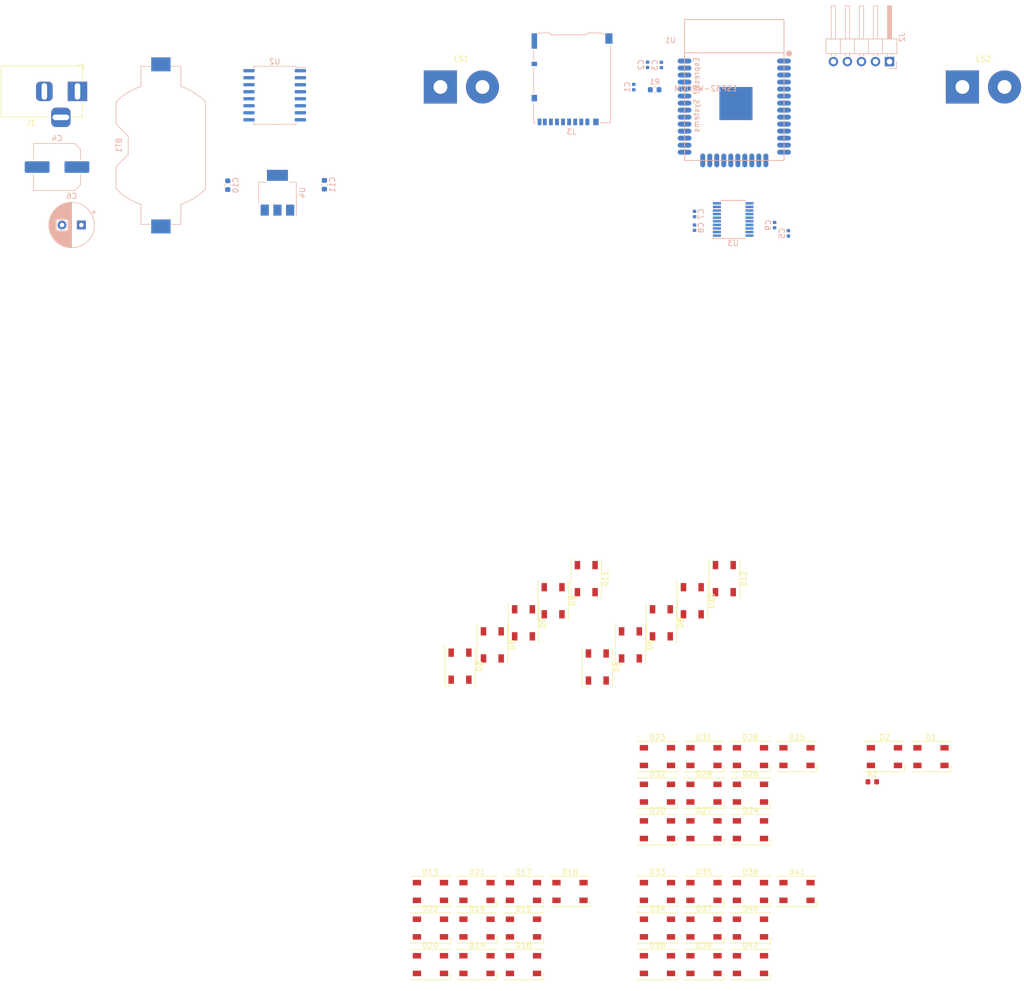
<source format=kicad_pcb>
(kicad_pcb (version 20171130) (host pcbnew 5.1.4+dfsg1-2)

  (general
    (thickness 1.6)
    (drawings 0)
    (tracks 0)
    (zones 0)
    (modules 65)
    (nets 91)
  )

  (page A4)
  (layers
    (0 F.Cu signal)
    (31 B.Cu signal)
    (32 B.Adhes user)
    (33 F.Adhes user)
    (34 B.Paste user)
    (35 F.Paste user)
    (36 B.SilkS user)
    (37 F.SilkS user)
    (38 B.Mask user)
    (39 F.Mask user)
    (40 Dwgs.User user)
    (41 Cmts.User user)
    (42 Eco1.User user)
    (43 Eco2.User user)
    (44 Edge.Cuts user)
    (45 Margin user)
    (46 B.CrtYd user)
    (47 F.CrtYd user)
    (48 B.Fab user)
    (49 F.Fab user)
  )

  (setup
    (last_trace_width 0.25)
    (trace_clearance 0.2)
    (zone_clearance 0.508)
    (zone_45_only no)
    (trace_min 0.2)
    (via_size 0.8)
    (via_drill 0.4)
    (via_min_size 0.4)
    (via_min_drill 0.3)
    (uvia_size 0.3)
    (uvia_drill 0.1)
    (uvias_allowed no)
    (uvia_min_size 0.2)
    (uvia_min_drill 0.1)
    (edge_width 0.05)
    (segment_width 0.2)
    (pcb_text_width 0.3)
    (pcb_text_size 1.5 1.5)
    (mod_edge_width 0.12)
    (mod_text_size 1 1)
    (mod_text_width 0.15)
    (pad_size 1.524 1.524)
    (pad_drill 0.762)
    (pad_to_mask_clearance 0.051)
    (solder_mask_min_width 0.25)
    (aux_axis_origin 0 0)
    (visible_elements FFFFFF7F)
    (pcbplotparams
      (layerselection 0x010fc_ffffffff)
      (usegerberextensions false)
      (usegerberattributes false)
      (usegerberadvancedattributes false)
      (creategerberjobfile false)
      (excludeedgelayer true)
      (linewidth 0.100000)
      (plotframeref false)
      (viasonmask false)
      (mode 1)
      (useauxorigin false)
      (hpglpennumber 1)
      (hpglpenspeed 20)
      (hpglpendiameter 15.000000)
      (psnegative false)
      (psa4output false)
      (plotreference true)
      (plotvalue true)
      (plotinvisibletext false)
      (padsonsilk false)
      (subtractmaskfromsilk false)
      (outputformat 1)
      (mirror false)
      (drillshape 1)
      (scaleselection 1)
      (outputdirectory ""))
  )

  (net 0 "")
  (net 1 GND)
  (net 2 "Net-(BT1-Pad1)")
  (net 3 /RTS)
  (net 4 +3V3)
  (net 5 +5V)
  (net 6 "Net-(C7-Pad1)")
  (net 7 "Net-(C8-Pad2)")
  (net 8 "Net-(C8-Pad1)")
  (net 9 "Net-(C9-Pad2)")
  (net 10 /DTR)
  (net 11 /TX)
  (net 12 /RX)
  (net 13 "Net-(LS1-Pad1)")
  (net 14 "Net-(LS2-Pad1)")
  (net 15 "Net-(U1-Pad4)")
  (net 16 "Net-(U1-Pad5)")
  (net 17 "Net-(U1-Pad6)")
  (net 18 "Net-(U1-Pad7)")
  (net 19 /LED_DATA)
  (net 20 "Net-(U1-Pad9)")
  (net 21 /LRCK)
  (net 22 /BCLK)
  (net 23 "Net-(U1-Pad12)")
  (net 24 "Net-(U1-Pad13)")
  (net 25 "Net-(U1-Pad14)")
  (net 26 "Net-(U1-Pad16)")
  (net 27 "Net-(U1-Pad17)")
  (net 28 "Net-(U1-Pad18)")
  (net 29 "Net-(U1-Pad19)")
  (net 30 "Net-(U1-Pad20)")
  (net 31 "Net-(U1-Pad21)")
  (net 32 "Net-(U1-Pad22)")
  (net 33 "Net-(U1-Pad23)")
  (net 34 "Net-(U1-Pad24)")
  (net 35 /I2SD)
  (net 36 "Net-(U1-Pad27)")
  (net 37 "Net-(U1-Pad28)")
  (net 38 "Net-(U1-Pad32)")
  (net 39 /SDA)
  (net 40 /SCL)
  (net 41 "Net-(U2-Pad4)")
  (net 42 "Net-(U2-Pad3)")
  (net 43 "Net-(U2-Pad1)")
  (net 44 /MISO)
  (net 45 /SCLK)
  (net 46 /MOSI)
  (net 47 /CS)
  (net 48 "Net-(J3-Pad8)")
  (net 49 "Net-(D1-Pad4)")
  (net 50 /sheet5DE2BE39/DATA_IN)
  (net 51 /sheet5DE32B4E/DATA_OUT)
  (net 52 "Net-(D3-Pad4)")
  (net 53 /LED_module/DATA_IN)
  (net 54 "Net-(D4-Pad4)")
  (net 55 "Net-(D5-Pad4)")
  (net 56 "Net-(D6-Pad4)")
  (net 57 "Net-(D7-Pad4)")
  (net 58 "Net-(D8-Pad4)")
  (net 59 "Net-(D10-Pad2)")
  (net 60 "Net-(D10-Pad4)")
  (net 61 "Net-(D11-Pad4)")
  (net 62 "Net-(D13-Pad4)")
  (net 63 "Net-(D14-Pad4)")
  (net 64 "Net-(D15-Pad4)")
  (net 65 "Net-(D16-Pad4)")
  (net 66 "Net-(D17-Pad4)")
  (net 67 "Net-(D18-Pad4)")
  (net 68 "Net-(D19-Pad4)")
  (net 69 "Net-(D20-Pad4)")
  (net 70 "Net-(D21-Pad4)")
  (net 71 "Net-(D23-Pad4)")
  (net 72 /sheet5DE32B4E/DATA_IN)
  (net 73 "Net-(D24-Pad4)")
  (net 74 "Net-(D25-Pad4)")
  (net 75 "Net-(D26-Pad4)")
  (net 76 "Net-(D27-Pad4)")
  (net 77 "Net-(D28-Pad4)")
  (net 78 "Net-(D29-Pad4)")
  (net 79 "Net-(D30-Pad4)")
  (net 80 "Net-(D31-Pad4)")
  (net 81 "Net-(D33-Pad4)")
  (net 82 /sheet5DE32B52/DATA_IN)
  (net 83 "Net-(D34-Pad4)")
  (net 84 "Net-(D35-Pad4)")
  (net 85 "Net-(D36-Pad4)")
  (net 86 "Net-(D37-Pad4)")
  (net 87 "Net-(D38-Pad4)")
  (net 88 "Net-(D39-Pad4)")
  (net 89 "Net-(D40-Pad4)")
  (net 90 "Net-(D41-Pad4)")

  (net_class Default "Dies ist die voreingestellte Netzklasse."
    (clearance 0.2)
    (trace_width 0.25)
    (via_dia 0.8)
    (via_drill 0.4)
    (uvia_dia 0.3)
    (uvia_drill 0.1)
    (add_net +3V3)
    (add_net +5V)
    (add_net /BCLK)
    (add_net /CS)
    (add_net /DTR)
    (add_net /I2SD)
    (add_net /LED_DATA)
    (add_net /LED_module/DATA_IN)
    (add_net /LRCK)
    (add_net /MISO)
    (add_net /MOSI)
    (add_net /RTS)
    (add_net /RX)
    (add_net /SCL)
    (add_net /SCLK)
    (add_net /SDA)
    (add_net /TX)
    (add_net /sheet5DE2BE39/DATA_IN)
    (add_net /sheet5DE32B4E/DATA_IN)
    (add_net /sheet5DE32B4E/DATA_OUT)
    (add_net /sheet5DE32B52/DATA_IN)
    (add_net GND)
    (add_net "Net-(BT1-Pad1)")
    (add_net "Net-(C7-Pad1)")
    (add_net "Net-(C8-Pad1)")
    (add_net "Net-(C8-Pad2)")
    (add_net "Net-(C9-Pad2)")
    (add_net "Net-(D1-Pad4)")
    (add_net "Net-(D10-Pad2)")
    (add_net "Net-(D10-Pad4)")
    (add_net "Net-(D11-Pad4)")
    (add_net "Net-(D13-Pad4)")
    (add_net "Net-(D14-Pad4)")
    (add_net "Net-(D15-Pad4)")
    (add_net "Net-(D16-Pad4)")
    (add_net "Net-(D17-Pad4)")
    (add_net "Net-(D18-Pad4)")
    (add_net "Net-(D19-Pad4)")
    (add_net "Net-(D20-Pad4)")
    (add_net "Net-(D21-Pad4)")
    (add_net "Net-(D23-Pad4)")
    (add_net "Net-(D24-Pad4)")
    (add_net "Net-(D25-Pad4)")
    (add_net "Net-(D26-Pad4)")
    (add_net "Net-(D27-Pad4)")
    (add_net "Net-(D28-Pad4)")
    (add_net "Net-(D29-Pad4)")
    (add_net "Net-(D3-Pad4)")
    (add_net "Net-(D30-Pad4)")
    (add_net "Net-(D31-Pad4)")
    (add_net "Net-(D33-Pad4)")
    (add_net "Net-(D34-Pad4)")
    (add_net "Net-(D35-Pad4)")
    (add_net "Net-(D36-Pad4)")
    (add_net "Net-(D37-Pad4)")
    (add_net "Net-(D38-Pad4)")
    (add_net "Net-(D39-Pad4)")
    (add_net "Net-(D4-Pad4)")
    (add_net "Net-(D40-Pad4)")
    (add_net "Net-(D41-Pad4)")
    (add_net "Net-(D5-Pad4)")
    (add_net "Net-(D6-Pad4)")
    (add_net "Net-(D7-Pad4)")
    (add_net "Net-(D8-Pad4)")
    (add_net "Net-(J3-Pad8)")
    (add_net "Net-(LS1-Pad1)")
    (add_net "Net-(LS2-Pad1)")
    (add_net "Net-(U1-Pad12)")
    (add_net "Net-(U1-Pad13)")
    (add_net "Net-(U1-Pad14)")
    (add_net "Net-(U1-Pad16)")
    (add_net "Net-(U1-Pad17)")
    (add_net "Net-(U1-Pad18)")
    (add_net "Net-(U1-Pad19)")
    (add_net "Net-(U1-Pad20)")
    (add_net "Net-(U1-Pad21)")
    (add_net "Net-(U1-Pad22)")
    (add_net "Net-(U1-Pad23)")
    (add_net "Net-(U1-Pad24)")
    (add_net "Net-(U1-Pad27)")
    (add_net "Net-(U1-Pad28)")
    (add_net "Net-(U1-Pad32)")
    (add_net "Net-(U1-Pad4)")
    (add_net "Net-(U1-Pad5)")
    (add_net "Net-(U1-Pad6)")
    (add_net "Net-(U1-Pad7)")
    (add_net "Net-(U1-Pad9)")
    (add_net "Net-(U2-Pad1)")
    (add_net "Net-(U2-Pad3)")
    (add_net "Net-(U2-Pad4)")
  )

  (module Resistor_SMD:R_0603_1608Metric (layer F.Cu) (tedit 5B301BBD) (tstamp 5DC3EF51)
    (at 167.175 149.345)
    (descr "Resistor SMD 0603 (1608 Metric), square (rectangular) end terminal, IPC_7351 nominal, (Body size source: http://www.tortai-tech.com/upload/download/2011102023233369053.pdf), generated with kicad-footprint-generator")
    (tags resistor)
    (path /5DE78548)
    (attr smd)
    (fp_text reference R2 (at 0 -1.43) (layer F.SilkS)
      (effects (font (size 1 1) (thickness 0.15)))
    )
    (fp_text value 10k (at 0 1.43) (layer F.Fab)
      (effects (font (size 1 1) (thickness 0.15)))
    )
    (fp_text user %R (at 0 0) (layer F.Fab)
      (effects (font (size 0.4 0.4) (thickness 0.06)))
    )
    (fp_line (start 1.48 0.73) (end -1.48 0.73) (layer F.CrtYd) (width 0.05))
    (fp_line (start 1.48 -0.73) (end 1.48 0.73) (layer F.CrtYd) (width 0.05))
    (fp_line (start -1.48 -0.73) (end 1.48 -0.73) (layer F.CrtYd) (width 0.05))
    (fp_line (start -1.48 0.73) (end -1.48 -0.73) (layer F.CrtYd) (width 0.05))
    (fp_line (start -0.162779 0.51) (end 0.162779 0.51) (layer F.SilkS) (width 0.12))
    (fp_line (start -0.162779 -0.51) (end 0.162779 -0.51) (layer F.SilkS) (width 0.12))
    (fp_line (start 0.8 0.4) (end -0.8 0.4) (layer F.Fab) (width 0.1))
    (fp_line (start 0.8 -0.4) (end 0.8 0.4) (layer F.Fab) (width 0.1))
    (fp_line (start -0.8 -0.4) (end 0.8 -0.4) (layer F.Fab) (width 0.1))
    (fp_line (start -0.8 0.4) (end -0.8 -0.4) (layer F.Fab) (width 0.1))
    (pad 2 smd roundrect (at 0.7875 0) (size 0.875 0.95) (layers F.Cu F.Paste F.Mask) (roundrect_rratio 0.25)
      (net 1 GND))
    (pad 1 smd roundrect (at -0.7875 0) (size 0.875 0.95) (layers F.Cu F.Paste F.Mask) (roundrect_rratio 0.25)
      (net 82 /sheet5DE32B52/DATA_IN))
    (model ${KISYS3DMOD}/Resistor_SMD.3dshapes/R_0603_1608Metric.wrl
      (at (xyz 0 0 0))
      (scale (xyz 1 1 1))
      (rotate (xyz 0 0 0))
    )
  )

  (module LED_SMD:LED_SK6812_PLCC4_5.0x5.0mm_P3.2mm (layer F.Cu) (tedit 5AA4B263) (tstamp 5DC3ED00)
    (at 145.13 182.45)
    (descr https://cdn-shop.adafruit.com/product-files/1138/SK6812+LED+datasheet+.pdf)
    (tags "LED RGB NeoPixel")
    (path /5DE32B52/5DC7851F)
    (attr smd)
    (fp_text reference D42 (at 0 -3.5) (layer F.SilkS)
      (effects (font (size 1 1) (thickness 0.15)))
    )
    (fp_text value SK6812 (at 0 4) (layer F.Fab)
      (effects (font (size 1 1) (thickness 0.15)))
    )
    (fp_circle (center 0 0) (end 0 -2) (layer F.Fab) (width 0.1))
    (fp_line (start 3.65 2.75) (end 3.65 1.6) (layer F.SilkS) (width 0.12))
    (fp_line (start -3.65 2.75) (end 3.65 2.75) (layer F.SilkS) (width 0.12))
    (fp_line (start -3.65 -2.75) (end 3.65 -2.75) (layer F.SilkS) (width 0.12))
    (fp_line (start 2.5 -2.5) (end -2.5 -2.5) (layer F.Fab) (width 0.1))
    (fp_line (start 2.5 2.5) (end 2.5 -2.5) (layer F.Fab) (width 0.1))
    (fp_line (start -2.5 2.5) (end 2.5 2.5) (layer F.Fab) (width 0.1))
    (fp_line (start -2.5 -2.5) (end -2.5 2.5) (layer F.Fab) (width 0.1))
    (fp_line (start 2.5 1.5) (end 1.5 2.5) (layer F.Fab) (width 0.1))
    (fp_line (start -3.45 -2.75) (end -3.45 2.75) (layer F.CrtYd) (width 0.05))
    (fp_line (start -3.45 2.75) (end 3.45 2.75) (layer F.CrtYd) (width 0.05))
    (fp_line (start 3.45 2.75) (end 3.45 -2.75) (layer F.CrtYd) (width 0.05))
    (fp_line (start 3.45 -2.75) (end -3.45 -2.75) (layer F.CrtYd) (width 0.05))
    (fp_text user %R (at 0 0) (layer F.Fab)
      (effects (font (size 0.8 0.8) (thickness 0.15)))
    )
    (pad 3 smd rect (at -2.45 -1.6) (size 1.5 1) (layers F.Cu F.Paste F.Mask)
      (net 5 +5V))
    (pad 4 smd rect (at -2.45 1.6) (size 1.5 1) (layers F.Cu F.Paste F.Mask)
      (net 72 /sheet5DE32B4E/DATA_IN))
    (pad 2 smd rect (at 2.45 -1.6) (size 1.5 1) (layers F.Cu F.Paste F.Mask)
      (net 90 "Net-(D41-Pad4)"))
    (pad 1 smd rect (at 2.45 1.6) (size 1.5 1) (layers F.Cu F.Paste F.Mask)
      (net 1 GND))
    (model ${KISYS3DMOD}/LED_SMD.3dshapes/LED_SK6812_PLCC4_5.0x5.0mm_P3.2mm.wrl
      (at (xyz 0 0 0))
      (scale (xyz 1 1 1))
      (rotate (xyz 0 0 0))
    )
  )

  (module LED_SMD:LED_SK6812_PLCC4_5.0x5.0mm_P3.2mm (layer F.Cu) (tedit 5AA4B263) (tstamp 5DC3ECEA)
    (at 153.55 169.21)
    (descr https://cdn-shop.adafruit.com/product-files/1138/SK6812+LED+datasheet+.pdf)
    (tags "LED RGB NeoPixel")
    (path /5DE32B52/5DC78515)
    (attr smd)
    (fp_text reference D41 (at 0 -3.5) (layer F.SilkS)
      (effects (font (size 1 1) (thickness 0.15)))
    )
    (fp_text value SK6812 (at 0 4) (layer F.Fab)
      (effects (font (size 1 1) (thickness 0.15)))
    )
    (fp_circle (center 0 0) (end 0 -2) (layer F.Fab) (width 0.1))
    (fp_line (start 3.65 2.75) (end 3.65 1.6) (layer F.SilkS) (width 0.12))
    (fp_line (start -3.65 2.75) (end 3.65 2.75) (layer F.SilkS) (width 0.12))
    (fp_line (start -3.65 -2.75) (end 3.65 -2.75) (layer F.SilkS) (width 0.12))
    (fp_line (start 2.5 -2.5) (end -2.5 -2.5) (layer F.Fab) (width 0.1))
    (fp_line (start 2.5 2.5) (end 2.5 -2.5) (layer F.Fab) (width 0.1))
    (fp_line (start -2.5 2.5) (end 2.5 2.5) (layer F.Fab) (width 0.1))
    (fp_line (start -2.5 -2.5) (end -2.5 2.5) (layer F.Fab) (width 0.1))
    (fp_line (start 2.5 1.5) (end 1.5 2.5) (layer F.Fab) (width 0.1))
    (fp_line (start -3.45 -2.75) (end -3.45 2.75) (layer F.CrtYd) (width 0.05))
    (fp_line (start -3.45 2.75) (end 3.45 2.75) (layer F.CrtYd) (width 0.05))
    (fp_line (start 3.45 2.75) (end 3.45 -2.75) (layer F.CrtYd) (width 0.05))
    (fp_line (start 3.45 -2.75) (end -3.45 -2.75) (layer F.CrtYd) (width 0.05))
    (fp_text user %R (at 0 0) (layer F.Fab)
      (effects (font (size 0.8 0.8) (thickness 0.15)))
    )
    (pad 3 smd rect (at -2.45 -1.6) (size 1.5 1) (layers F.Cu F.Paste F.Mask)
      (net 5 +5V))
    (pad 4 smd rect (at -2.45 1.6) (size 1.5 1) (layers F.Cu F.Paste F.Mask)
      (net 90 "Net-(D41-Pad4)"))
    (pad 2 smd rect (at 2.45 -1.6) (size 1.5 1) (layers F.Cu F.Paste F.Mask)
      (net 89 "Net-(D40-Pad4)"))
    (pad 1 smd rect (at 2.45 1.6) (size 1.5 1) (layers F.Cu F.Paste F.Mask)
      (net 1 GND))
    (model ${KISYS3DMOD}/LED_SMD.3dshapes/LED_SK6812_PLCC4_5.0x5.0mm_P3.2mm.wrl
      (at (xyz 0 0 0))
      (scale (xyz 1 1 1))
      (rotate (xyz 0 0 0))
    )
  )

  (module LED_SMD:LED_SK6812_PLCC4_5.0x5.0mm_P3.2mm (layer F.Cu) (tedit 5AA4B263) (tstamp 5DC3ECD4)
    (at 145.13 175.83)
    (descr https://cdn-shop.adafruit.com/product-files/1138/SK6812+LED+datasheet+.pdf)
    (tags "LED RGB NeoPixel")
    (path /5DE32B52/5DC6D8EF)
    (attr smd)
    (fp_text reference D40 (at 0 -3.5) (layer F.SilkS)
      (effects (font (size 1 1) (thickness 0.15)))
    )
    (fp_text value SK6812 (at 0 4) (layer F.Fab)
      (effects (font (size 1 1) (thickness 0.15)))
    )
    (fp_circle (center 0 0) (end 0 -2) (layer F.Fab) (width 0.1))
    (fp_line (start 3.65 2.75) (end 3.65 1.6) (layer F.SilkS) (width 0.12))
    (fp_line (start -3.65 2.75) (end 3.65 2.75) (layer F.SilkS) (width 0.12))
    (fp_line (start -3.65 -2.75) (end 3.65 -2.75) (layer F.SilkS) (width 0.12))
    (fp_line (start 2.5 -2.5) (end -2.5 -2.5) (layer F.Fab) (width 0.1))
    (fp_line (start 2.5 2.5) (end 2.5 -2.5) (layer F.Fab) (width 0.1))
    (fp_line (start -2.5 2.5) (end 2.5 2.5) (layer F.Fab) (width 0.1))
    (fp_line (start -2.5 -2.5) (end -2.5 2.5) (layer F.Fab) (width 0.1))
    (fp_line (start 2.5 1.5) (end 1.5 2.5) (layer F.Fab) (width 0.1))
    (fp_line (start -3.45 -2.75) (end -3.45 2.75) (layer F.CrtYd) (width 0.05))
    (fp_line (start -3.45 2.75) (end 3.45 2.75) (layer F.CrtYd) (width 0.05))
    (fp_line (start 3.45 2.75) (end 3.45 -2.75) (layer F.CrtYd) (width 0.05))
    (fp_line (start 3.45 -2.75) (end -3.45 -2.75) (layer F.CrtYd) (width 0.05))
    (fp_text user %R (at 0 0) (layer F.Fab)
      (effects (font (size 0.8 0.8) (thickness 0.15)))
    )
    (pad 3 smd rect (at -2.45 -1.6) (size 1.5 1) (layers F.Cu F.Paste F.Mask)
      (net 5 +5V))
    (pad 4 smd rect (at -2.45 1.6) (size 1.5 1) (layers F.Cu F.Paste F.Mask)
      (net 89 "Net-(D40-Pad4)"))
    (pad 2 smd rect (at 2.45 -1.6) (size 1.5 1) (layers F.Cu F.Paste F.Mask)
      (net 88 "Net-(D39-Pad4)"))
    (pad 1 smd rect (at 2.45 1.6) (size 1.5 1) (layers F.Cu F.Paste F.Mask)
      (net 1 GND))
    (model ${KISYS3DMOD}/LED_SMD.3dshapes/LED_SK6812_PLCC4_5.0x5.0mm_P3.2mm.wrl
      (at (xyz 0 0 0))
      (scale (xyz 1 1 1))
      (rotate (xyz 0 0 0))
    )
  )

  (module LED_SMD:LED_SK6812_PLCC4_5.0x5.0mm_P3.2mm (layer F.Cu) (tedit 5AA4B263) (tstamp 5DC3ECBE)
    (at 136.71 182.45)
    (descr https://cdn-shop.adafruit.com/product-files/1138/SK6812+LED+datasheet+.pdf)
    (tags "LED RGB NeoPixel")
    (path /5DE32B52/5DC6D8E5)
    (attr smd)
    (fp_text reference D39 (at 0 -3.5) (layer F.SilkS)
      (effects (font (size 1 1) (thickness 0.15)))
    )
    (fp_text value SK6812 (at 0 4) (layer F.Fab)
      (effects (font (size 1 1) (thickness 0.15)))
    )
    (fp_circle (center 0 0) (end 0 -2) (layer F.Fab) (width 0.1))
    (fp_line (start 3.65 2.75) (end 3.65 1.6) (layer F.SilkS) (width 0.12))
    (fp_line (start -3.65 2.75) (end 3.65 2.75) (layer F.SilkS) (width 0.12))
    (fp_line (start -3.65 -2.75) (end 3.65 -2.75) (layer F.SilkS) (width 0.12))
    (fp_line (start 2.5 -2.5) (end -2.5 -2.5) (layer F.Fab) (width 0.1))
    (fp_line (start 2.5 2.5) (end 2.5 -2.5) (layer F.Fab) (width 0.1))
    (fp_line (start -2.5 2.5) (end 2.5 2.5) (layer F.Fab) (width 0.1))
    (fp_line (start -2.5 -2.5) (end -2.5 2.5) (layer F.Fab) (width 0.1))
    (fp_line (start 2.5 1.5) (end 1.5 2.5) (layer F.Fab) (width 0.1))
    (fp_line (start -3.45 -2.75) (end -3.45 2.75) (layer F.CrtYd) (width 0.05))
    (fp_line (start -3.45 2.75) (end 3.45 2.75) (layer F.CrtYd) (width 0.05))
    (fp_line (start 3.45 2.75) (end 3.45 -2.75) (layer F.CrtYd) (width 0.05))
    (fp_line (start 3.45 -2.75) (end -3.45 -2.75) (layer F.CrtYd) (width 0.05))
    (fp_text user %R (at 0 0) (layer F.Fab)
      (effects (font (size 0.8 0.8) (thickness 0.15)))
    )
    (pad 3 smd rect (at -2.45 -1.6) (size 1.5 1) (layers F.Cu F.Paste F.Mask)
      (net 5 +5V))
    (pad 4 smd rect (at -2.45 1.6) (size 1.5 1) (layers F.Cu F.Paste F.Mask)
      (net 88 "Net-(D39-Pad4)"))
    (pad 2 smd rect (at 2.45 -1.6) (size 1.5 1) (layers F.Cu F.Paste F.Mask)
      (net 87 "Net-(D38-Pad4)"))
    (pad 1 smd rect (at 2.45 1.6) (size 1.5 1) (layers F.Cu F.Paste F.Mask)
      (net 1 GND))
    (model ${KISYS3DMOD}/LED_SMD.3dshapes/LED_SK6812_PLCC4_5.0x5.0mm_P3.2mm.wrl
      (at (xyz 0 0 0))
      (scale (xyz 1 1 1))
      (rotate (xyz 0 0 0))
    )
  )

  (module LED_SMD:LED_SK6812_PLCC4_5.0x5.0mm_P3.2mm (layer F.Cu) (tedit 5AA4B263) (tstamp 5DC3ECA8)
    (at 145.13 169.21)
    (descr https://cdn-shop.adafruit.com/product-files/1138/SK6812+LED+datasheet+.pdf)
    (tags "LED RGB NeoPixel")
    (path /5DE32B52/5DC6D8DB)
    (attr smd)
    (fp_text reference D38 (at 0 -3.5) (layer F.SilkS)
      (effects (font (size 1 1) (thickness 0.15)))
    )
    (fp_text value SK6812 (at 0 4) (layer F.Fab)
      (effects (font (size 1 1) (thickness 0.15)))
    )
    (fp_circle (center 0 0) (end 0 -2) (layer F.Fab) (width 0.1))
    (fp_line (start 3.65 2.75) (end 3.65 1.6) (layer F.SilkS) (width 0.12))
    (fp_line (start -3.65 2.75) (end 3.65 2.75) (layer F.SilkS) (width 0.12))
    (fp_line (start -3.65 -2.75) (end 3.65 -2.75) (layer F.SilkS) (width 0.12))
    (fp_line (start 2.5 -2.5) (end -2.5 -2.5) (layer F.Fab) (width 0.1))
    (fp_line (start 2.5 2.5) (end 2.5 -2.5) (layer F.Fab) (width 0.1))
    (fp_line (start -2.5 2.5) (end 2.5 2.5) (layer F.Fab) (width 0.1))
    (fp_line (start -2.5 -2.5) (end -2.5 2.5) (layer F.Fab) (width 0.1))
    (fp_line (start 2.5 1.5) (end 1.5 2.5) (layer F.Fab) (width 0.1))
    (fp_line (start -3.45 -2.75) (end -3.45 2.75) (layer F.CrtYd) (width 0.05))
    (fp_line (start -3.45 2.75) (end 3.45 2.75) (layer F.CrtYd) (width 0.05))
    (fp_line (start 3.45 2.75) (end 3.45 -2.75) (layer F.CrtYd) (width 0.05))
    (fp_line (start 3.45 -2.75) (end -3.45 -2.75) (layer F.CrtYd) (width 0.05))
    (fp_text user %R (at 0 0) (layer F.Fab)
      (effects (font (size 0.8 0.8) (thickness 0.15)))
    )
    (pad 3 smd rect (at -2.45 -1.6) (size 1.5 1) (layers F.Cu F.Paste F.Mask)
      (net 5 +5V))
    (pad 4 smd rect (at -2.45 1.6) (size 1.5 1) (layers F.Cu F.Paste F.Mask)
      (net 87 "Net-(D38-Pad4)"))
    (pad 2 smd rect (at 2.45 -1.6) (size 1.5 1) (layers F.Cu F.Paste F.Mask)
      (net 86 "Net-(D37-Pad4)"))
    (pad 1 smd rect (at 2.45 1.6) (size 1.5 1) (layers F.Cu F.Paste F.Mask)
      (net 1 GND))
    (model ${KISYS3DMOD}/LED_SMD.3dshapes/LED_SK6812_PLCC4_5.0x5.0mm_P3.2mm.wrl
      (at (xyz 0 0 0))
      (scale (xyz 1 1 1))
      (rotate (xyz 0 0 0))
    )
  )

  (module LED_SMD:LED_SK6812_PLCC4_5.0x5.0mm_P3.2mm (layer F.Cu) (tedit 5AA4B263) (tstamp 5DC3EC92)
    (at 136.71 175.83)
    (descr https://cdn-shop.adafruit.com/product-files/1138/SK6812+LED+datasheet+.pdf)
    (tags "LED RGB NeoPixel")
    (path /5DE32B52/5DC6D8D1)
    (attr smd)
    (fp_text reference D37 (at 0 -3.5) (layer F.SilkS)
      (effects (font (size 1 1) (thickness 0.15)))
    )
    (fp_text value SK6812 (at 0 4) (layer F.Fab)
      (effects (font (size 1 1) (thickness 0.15)))
    )
    (fp_circle (center 0 0) (end 0 -2) (layer F.Fab) (width 0.1))
    (fp_line (start 3.65 2.75) (end 3.65 1.6) (layer F.SilkS) (width 0.12))
    (fp_line (start -3.65 2.75) (end 3.65 2.75) (layer F.SilkS) (width 0.12))
    (fp_line (start -3.65 -2.75) (end 3.65 -2.75) (layer F.SilkS) (width 0.12))
    (fp_line (start 2.5 -2.5) (end -2.5 -2.5) (layer F.Fab) (width 0.1))
    (fp_line (start 2.5 2.5) (end 2.5 -2.5) (layer F.Fab) (width 0.1))
    (fp_line (start -2.5 2.5) (end 2.5 2.5) (layer F.Fab) (width 0.1))
    (fp_line (start -2.5 -2.5) (end -2.5 2.5) (layer F.Fab) (width 0.1))
    (fp_line (start 2.5 1.5) (end 1.5 2.5) (layer F.Fab) (width 0.1))
    (fp_line (start -3.45 -2.75) (end -3.45 2.75) (layer F.CrtYd) (width 0.05))
    (fp_line (start -3.45 2.75) (end 3.45 2.75) (layer F.CrtYd) (width 0.05))
    (fp_line (start 3.45 2.75) (end 3.45 -2.75) (layer F.CrtYd) (width 0.05))
    (fp_line (start 3.45 -2.75) (end -3.45 -2.75) (layer F.CrtYd) (width 0.05))
    (fp_text user %R (at 0 0) (layer F.Fab)
      (effects (font (size 0.8 0.8) (thickness 0.15)))
    )
    (pad 3 smd rect (at -2.45 -1.6) (size 1.5 1) (layers F.Cu F.Paste F.Mask)
      (net 5 +5V))
    (pad 4 smd rect (at -2.45 1.6) (size 1.5 1) (layers F.Cu F.Paste F.Mask)
      (net 86 "Net-(D37-Pad4)"))
    (pad 2 smd rect (at 2.45 -1.6) (size 1.5 1) (layers F.Cu F.Paste F.Mask)
      (net 85 "Net-(D36-Pad4)"))
    (pad 1 smd rect (at 2.45 1.6) (size 1.5 1) (layers F.Cu F.Paste F.Mask)
      (net 1 GND))
    (model ${KISYS3DMOD}/LED_SMD.3dshapes/LED_SK6812_PLCC4_5.0x5.0mm_P3.2mm.wrl
      (at (xyz 0 0 0))
      (scale (xyz 1 1 1))
      (rotate (xyz 0 0 0))
    )
  )

  (module LED_SMD:LED_SK6812_PLCC4_5.0x5.0mm_P3.2mm (layer F.Cu) (tedit 5AA4B263) (tstamp 5DC3EC7C)
    (at 128.29 182.45)
    (descr https://cdn-shop.adafruit.com/product-files/1138/SK6812+LED+datasheet+.pdf)
    (tags "LED RGB NeoPixel")
    (path /5DE32B52/5DC6909F)
    (attr smd)
    (fp_text reference D36 (at 0 -3.5) (layer F.SilkS)
      (effects (font (size 1 1) (thickness 0.15)))
    )
    (fp_text value SK6812 (at 0 4) (layer F.Fab)
      (effects (font (size 1 1) (thickness 0.15)))
    )
    (fp_circle (center 0 0) (end 0 -2) (layer F.Fab) (width 0.1))
    (fp_line (start 3.65 2.75) (end 3.65 1.6) (layer F.SilkS) (width 0.12))
    (fp_line (start -3.65 2.75) (end 3.65 2.75) (layer F.SilkS) (width 0.12))
    (fp_line (start -3.65 -2.75) (end 3.65 -2.75) (layer F.SilkS) (width 0.12))
    (fp_line (start 2.5 -2.5) (end -2.5 -2.5) (layer F.Fab) (width 0.1))
    (fp_line (start 2.5 2.5) (end 2.5 -2.5) (layer F.Fab) (width 0.1))
    (fp_line (start -2.5 2.5) (end 2.5 2.5) (layer F.Fab) (width 0.1))
    (fp_line (start -2.5 -2.5) (end -2.5 2.5) (layer F.Fab) (width 0.1))
    (fp_line (start 2.5 1.5) (end 1.5 2.5) (layer F.Fab) (width 0.1))
    (fp_line (start -3.45 -2.75) (end -3.45 2.75) (layer F.CrtYd) (width 0.05))
    (fp_line (start -3.45 2.75) (end 3.45 2.75) (layer F.CrtYd) (width 0.05))
    (fp_line (start 3.45 2.75) (end 3.45 -2.75) (layer F.CrtYd) (width 0.05))
    (fp_line (start 3.45 -2.75) (end -3.45 -2.75) (layer F.CrtYd) (width 0.05))
    (fp_text user %R (at 0 0) (layer F.Fab)
      (effects (font (size 0.8 0.8) (thickness 0.15)))
    )
    (pad 3 smd rect (at -2.45 -1.6) (size 1.5 1) (layers F.Cu F.Paste F.Mask)
      (net 5 +5V))
    (pad 4 smd rect (at -2.45 1.6) (size 1.5 1) (layers F.Cu F.Paste F.Mask)
      (net 85 "Net-(D36-Pad4)"))
    (pad 2 smd rect (at 2.45 -1.6) (size 1.5 1) (layers F.Cu F.Paste F.Mask)
      (net 84 "Net-(D35-Pad4)"))
    (pad 1 smd rect (at 2.45 1.6) (size 1.5 1) (layers F.Cu F.Paste F.Mask)
      (net 1 GND))
    (model ${KISYS3DMOD}/LED_SMD.3dshapes/LED_SK6812_PLCC4_5.0x5.0mm_P3.2mm.wrl
      (at (xyz 0 0 0))
      (scale (xyz 1 1 1))
      (rotate (xyz 0 0 0))
    )
  )

  (module LED_SMD:LED_SK6812_PLCC4_5.0x5.0mm_P3.2mm (layer F.Cu) (tedit 5AA4B263) (tstamp 5DC3EC66)
    (at 136.71 169.21)
    (descr https://cdn-shop.adafruit.com/product-files/1138/SK6812+LED+datasheet+.pdf)
    (tags "LED RGB NeoPixel")
    (path /5DE32B52/5DC65566)
    (attr smd)
    (fp_text reference D35 (at 0 -3.5) (layer F.SilkS)
      (effects (font (size 1 1) (thickness 0.15)))
    )
    (fp_text value SK6812 (at 0 4) (layer F.Fab)
      (effects (font (size 1 1) (thickness 0.15)))
    )
    (fp_circle (center 0 0) (end 0 -2) (layer F.Fab) (width 0.1))
    (fp_line (start 3.65 2.75) (end 3.65 1.6) (layer F.SilkS) (width 0.12))
    (fp_line (start -3.65 2.75) (end 3.65 2.75) (layer F.SilkS) (width 0.12))
    (fp_line (start -3.65 -2.75) (end 3.65 -2.75) (layer F.SilkS) (width 0.12))
    (fp_line (start 2.5 -2.5) (end -2.5 -2.5) (layer F.Fab) (width 0.1))
    (fp_line (start 2.5 2.5) (end 2.5 -2.5) (layer F.Fab) (width 0.1))
    (fp_line (start -2.5 2.5) (end 2.5 2.5) (layer F.Fab) (width 0.1))
    (fp_line (start -2.5 -2.5) (end -2.5 2.5) (layer F.Fab) (width 0.1))
    (fp_line (start 2.5 1.5) (end 1.5 2.5) (layer F.Fab) (width 0.1))
    (fp_line (start -3.45 -2.75) (end -3.45 2.75) (layer F.CrtYd) (width 0.05))
    (fp_line (start -3.45 2.75) (end 3.45 2.75) (layer F.CrtYd) (width 0.05))
    (fp_line (start 3.45 2.75) (end 3.45 -2.75) (layer F.CrtYd) (width 0.05))
    (fp_line (start 3.45 -2.75) (end -3.45 -2.75) (layer F.CrtYd) (width 0.05))
    (fp_text user %R (at 0 0) (layer F.Fab)
      (effects (font (size 0.8 0.8) (thickness 0.15)))
    )
    (pad 3 smd rect (at -2.45 -1.6) (size 1.5 1) (layers F.Cu F.Paste F.Mask)
      (net 5 +5V))
    (pad 4 smd rect (at -2.45 1.6) (size 1.5 1) (layers F.Cu F.Paste F.Mask)
      (net 84 "Net-(D35-Pad4)"))
    (pad 2 smd rect (at 2.45 -1.6) (size 1.5 1) (layers F.Cu F.Paste F.Mask)
      (net 83 "Net-(D34-Pad4)"))
    (pad 1 smd rect (at 2.45 1.6) (size 1.5 1) (layers F.Cu F.Paste F.Mask)
      (net 1 GND))
    (model ${KISYS3DMOD}/LED_SMD.3dshapes/LED_SK6812_PLCC4_5.0x5.0mm_P3.2mm.wrl
      (at (xyz 0 0 0))
      (scale (xyz 1 1 1))
      (rotate (xyz 0 0 0))
    )
  )

  (module LED_SMD:LED_SK6812_PLCC4_5.0x5.0mm_P3.2mm (layer F.Cu) (tedit 5AA4B263) (tstamp 5DC3EC50)
    (at 128.29 175.83)
    (descr https://cdn-shop.adafruit.com/product-files/1138/SK6812+LED+datasheet+.pdf)
    (tags "LED RGB NeoPixel")
    (path /5DE32B52/5DC64F99)
    (attr smd)
    (fp_text reference D34 (at 0 -3.5) (layer F.SilkS)
      (effects (font (size 1 1) (thickness 0.15)))
    )
    (fp_text value SK6812 (at 0 4) (layer F.Fab)
      (effects (font (size 1 1) (thickness 0.15)))
    )
    (fp_circle (center 0 0) (end 0 -2) (layer F.Fab) (width 0.1))
    (fp_line (start 3.65 2.75) (end 3.65 1.6) (layer F.SilkS) (width 0.12))
    (fp_line (start -3.65 2.75) (end 3.65 2.75) (layer F.SilkS) (width 0.12))
    (fp_line (start -3.65 -2.75) (end 3.65 -2.75) (layer F.SilkS) (width 0.12))
    (fp_line (start 2.5 -2.5) (end -2.5 -2.5) (layer F.Fab) (width 0.1))
    (fp_line (start 2.5 2.5) (end 2.5 -2.5) (layer F.Fab) (width 0.1))
    (fp_line (start -2.5 2.5) (end 2.5 2.5) (layer F.Fab) (width 0.1))
    (fp_line (start -2.5 -2.5) (end -2.5 2.5) (layer F.Fab) (width 0.1))
    (fp_line (start 2.5 1.5) (end 1.5 2.5) (layer F.Fab) (width 0.1))
    (fp_line (start -3.45 -2.75) (end -3.45 2.75) (layer F.CrtYd) (width 0.05))
    (fp_line (start -3.45 2.75) (end 3.45 2.75) (layer F.CrtYd) (width 0.05))
    (fp_line (start 3.45 2.75) (end 3.45 -2.75) (layer F.CrtYd) (width 0.05))
    (fp_line (start 3.45 -2.75) (end -3.45 -2.75) (layer F.CrtYd) (width 0.05))
    (fp_text user %R (at 0 0) (layer F.Fab)
      (effects (font (size 0.8 0.8) (thickness 0.15)))
    )
    (pad 3 smd rect (at -2.45 -1.6) (size 1.5 1) (layers F.Cu F.Paste F.Mask)
      (net 5 +5V))
    (pad 4 smd rect (at -2.45 1.6) (size 1.5 1) (layers F.Cu F.Paste F.Mask)
      (net 83 "Net-(D34-Pad4)"))
    (pad 2 smd rect (at 2.45 -1.6) (size 1.5 1) (layers F.Cu F.Paste F.Mask)
      (net 81 "Net-(D33-Pad4)"))
    (pad 1 smd rect (at 2.45 1.6) (size 1.5 1) (layers F.Cu F.Paste F.Mask)
      (net 1 GND))
    (model ${KISYS3DMOD}/LED_SMD.3dshapes/LED_SK6812_PLCC4_5.0x5.0mm_P3.2mm.wrl
      (at (xyz 0 0 0))
      (scale (xyz 1 1 1))
      (rotate (xyz 0 0 0))
    )
  )

  (module LED_SMD:LED_SK6812_PLCC4_5.0x5.0mm_P3.2mm (layer F.Cu) (tedit 5AA4B263) (tstamp 5DC3EC3A)
    (at 128.29 169.21)
    (descr https://cdn-shop.adafruit.com/product-files/1138/SK6812+LED+datasheet+.pdf)
    (tags "LED RGB NeoPixel")
    (path /5DE32B52/5DC62C70)
    (attr smd)
    (fp_text reference D33 (at 0 -3.5) (layer F.SilkS)
      (effects (font (size 1 1) (thickness 0.15)))
    )
    (fp_text value SK6812 (at 0 4) (layer F.Fab)
      (effects (font (size 1 1) (thickness 0.15)))
    )
    (fp_circle (center 0 0) (end 0 -2) (layer F.Fab) (width 0.1))
    (fp_line (start 3.65 2.75) (end 3.65 1.6) (layer F.SilkS) (width 0.12))
    (fp_line (start -3.65 2.75) (end 3.65 2.75) (layer F.SilkS) (width 0.12))
    (fp_line (start -3.65 -2.75) (end 3.65 -2.75) (layer F.SilkS) (width 0.12))
    (fp_line (start 2.5 -2.5) (end -2.5 -2.5) (layer F.Fab) (width 0.1))
    (fp_line (start 2.5 2.5) (end 2.5 -2.5) (layer F.Fab) (width 0.1))
    (fp_line (start -2.5 2.5) (end 2.5 2.5) (layer F.Fab) (width 0.1))
    (fp_line (start -2.5 -2.5) (end -2.5 2.5) (layer F.Fab) (width 0.1))
    (fp_line (start 2.5 1.5) (end 1.5 2.5) (layer F.Fab) (width 0.1))
    (fp_line (start -3.45 -2.75) (end -3.45 2.75) (layer F.CrtYd) (width 0.05))
    (fp_line (start -3.45 2.75) (end 3.45 2.75) (layer F.CrtYd) (width 0.05))
    (fp_line (start 3.45 2.75) (end 3.45 -2.75) (layer F.CrtYd) (width 0.05))
    (fp_line (start 3.45 -2.75) (end -3.45 -2.75) (layer F.CrtYd) (width 0.05))
    (fp_text user %R (at 0 0) (layer F.Fab)
      (effects (font (size 0.8 0.8) (thickness 0.15)))
    )
    (pad 3 smd rect (at -2.45 -1.6) (size 1.5 1) (layers F.Cu F.Paste F.Mask)
      (net 5 +5V))
    (pad 4 smd rect (at -2.45 1.6) (size 1.5 1) (layers F.Cu F.Paste F.Mask)
      (net 81 "Net-(D33-Pad4)"))
    (pad 2 smd rect (at 2.45 -1.6) (size 1.5 1) (layers F.Cu F.Paste F.Mask)
      (net 82 /sheet5DE32B52/DATA_IN))
    (pad 1 smd rect (at 2.45 1.6) (size 1.5 1) (layers F.Cu F.Paste F.Mask)
      (net 1 GND))
    (model ${KISYS3DMOD}/LED_SMD.3dshapes/LED_SK6812_PLCC4_5.0x5.0mm_P3.2mm.wrl
      (at (xyz 0 0 0))
      (scale (xyz 1 1 1))
      (rotate (xyz 0 0 0))
    )
  )

  (module LED_SMD:LED_SK6812_PLCC4_5.0x5.0mm_P3.2mm (layer F.Cu) (tedit 5AA4B263) (tstamp 5DC3EC24)
    (at 128.29 151.4)
    (descr https://cdn-shop.adafruit.com/product-files/1138/SK6812+LED+datasheet+.pdf)
    (tags "LED RGB NeoPixel")
    (path /5DE32B4E/5DC7851F)
    (attr smd)
    (fp_text reference D32 (at 0 -3.5) (layer F.SilkS)
      (effects (font (size 1 1) (thickness 0.15)))
    )
    (fp_text value SK6812 (at 0 4) (layer F.Fab)
      (effects (font (size 1 1) (thickness 0.15)))
    )
    (fp_circle (center 0 0) (end 0 -2) (layer F.Fab) (width 0.1))
    (fp_line (start 3.65 2.75) (end 3.65 1.6) (layer F.SilkS) (width 0.12))
    (fp_line (start -3.65 2.75) (end 3.65 2.75) (layer F.SilkS) (width 0.12))
    (fp_line (start -3.65 -2.75) (end 3.65 -2.75) (layer F.SilkS) (width 0.12))
    (fp_line (start 2.5 -2.5) (end -2.5 -2.5) (layer F.Fab) (width 0.1))
    (fp_line (start 2.5 2.5) (end 2.5 -2.5) (layer F.Fab) (width 0.1))
    (fp_line (start -2.5 2.5) (end 2.5 2.5) (layer F.Fab) (width 0.1))
    (fp_line (start -2.5 -2.5) (end -2.5 2.5) (layer F.Fab) (width 0.1))
    (fp_line (start 2.5 1.5) (end 1.5 2.5) (layer F.Fab) (width 0.1))
    (fp_line (start -3.45 -2.75) (end -3.45 2.75) (layer F.CrtYd) (width 0.05))
    (fp_line (start -3.45 2.75) (end 3.45 2.75) (layer F.CrtYd) (width 0.05))
    (fp_line (start 3.45 2.75) (end 3.45 -2.75) (layer F.CrtYd) (width 0.05))
    (fp_line (start 3.45 -2.75) (end -3.45 -2.75) (layer F.CrtYd) (width 0.05))
    (fp_text user %R (at 0 0) (layer F.Fab)
      (effects (font (size 0.8 0.8) (thickness 0.15)))
    )
    (pad 3 smd rect (at -2.45 -1.6) (size 1.5 1) (layers F.Cu F.Paste F.Mask)
      (net 5 +5V))
    (pad 4 smd rect (at -2.45 1.6) (size 1.5 1) (layers F.Cu F.Paste F.Mask)
      (net 51 /sheet5DE32B4E/DATA_OUT))
    (pad 2 smd rect (at 2.45 -1.6) (size 1.5 1) (layers F.Cu F.Paste F.Mask)
      (net 80 "Net-(D31-Pad4)"))
    (pad 1 smd rect (at 2.45 1.6) (size 1.5 1) (layers F.Cu F.Paste F.Mask)
      (net 1 GND))
    (model ${KISYS3DMOD}/LED_SMD.3dshapes/LED_SK6812_PLCC4_5.0x5.0mm_P3.2mm.wrl
      (at (xyz 0 0 0))
      (scale (xyz 1 1 1))
      (rotate (xyz 0 0 0))
    )
  )

  (module LED_SMD:LED_SK6812_PLCC4_5.0x5.0mm_P3.2mm (layer F.Cu) (tedit 5AA4B263) (tstamp 5DC3EC0E)
    (at 136.71 144.78)
    (descr https://cdn-shop.adafruit.com/product-files/1138/SK6812+LED+datasheet+.pdf)
    (tags "LED RGB NeoPixel")
    (path /5DE32B4E/5DC78515)
    (attr smd)
    (fp_text reference D31 (at 0 -3.5) (layer F.SilkS)
      (effects (font (size 1 1) (thickness 0.15)))
    )
    (fp_text value SK6812 (at 0 4) (layer F.Fab)
      (effects (font (size 1 1) (thickness 0.15)))
    )
    (fp_circle (center 0 0) (end 0 -2) (layer F.Fab) (width 0.1))
    (fp_line (start 3.65 2.75) (end 3.65 1.6) (layer F.SilkS) (width 0.12))
    (fp_line (start -3.65 2.75) (end 3.65 2.75) (layer F.SilkS) (width 0.12))
    (fp_line (start -3.65 -2.75) (end 3.65 -2.75) (layer F.SilkS) (width 0.12))
    (fp_line (start 2.5 -2.5) (end -2.5 -2.5) (layer F.Fab) (width 0.1))
    (fp_line (start 2.5 2.5) (end 2.5 -2.5) (layer F.Fab) (width 0.1))
    (fp_line (start -2.5 2.5) (end 2.5 2.5) (layer F.Fab) (width 0.1))
    (fp_line (start -2.5 -2.5) (end -2.5 2.5) (layer F.Fab) (width 0.1))
    (fp_line (start 2.5 1.5) (end 1.5 2.5) (layer F.Fab) (width 0.1))
    (fp_line (start -3.45 -2.75) (end -3.45 2.75) (layer F.CrtYd) (width 0.05))
    (fp_line (start -3.45 2.75) (end 3.45 2.75) (layer F.CrtYd) (width 0.05))
    (fp_line (start 3.45 2.75) (end 3.45 -2.75) (layer F.CrtYd) (width 0.05))
    (fp_line (start 3.45 -2.75) (end -3.45 -2.75) (layer F.CrtYd) (width 0.05))
    (fp_text user %R (at 0 0) (layer F.Fab)
      (effects (font (size 0.8 0.8) (thickness 0.15)))
    )
    (pad 3 smd rect (at -2.45 -1.6) (size 1.5 1) (layers F.Cu F.Paste F.Mask)
      (net 5 +5V))
    (pad 4 smd rect (at -2.45 1.6) (size 1.5 1) (layers F.Cu F.Paste F.Mask)
      (net 80 "Net-(D31-Pad4)"))
    (pad 2 smd rect (at 2.45 -1.6) (size 1.5 1) (layers F.Cu F.Paste F.Mask)
      (net 79 "Net-(D30-Pad4)"))
    (pad 1 smd rect (at 2.45 1.6) (size 1.5 1) (layers F.Cu F.Paste F.Mask)
      (net 1 GND))
    (model ${KISYS3DMOD}/LED_SMD.3dshapes/LED_SK6812_PLCC4_5.0x5.0mm_P3.2mm.wrl
      (at (xyz 0 0 0))
      (scale (xyz 1 1 1))
      (rotate (xyz 0 0 0))
    )
  )

  (module LED_SMD:LED_SK6812_PLCC4_5.0x5.0mm_P3.2mm (layer F.Cu) (tedit 5AA4B263) (tstamp 5DC3EBF8)
    (at 128.29 158.02)
    (descr https://cdn-shop.adafruit.com/product-files/1138/SK6812+LED+datasheet+.pdf)
    (tags "LED RGB NeoPixel")
    (path /5DE32B4E/5DC6D8EF)
    (attr smd)
    (fp_text reference D30 (at 0 -3.5) (layer F.SilkS)
      (effects (font (size 1 1) (thickness 0.15)))
    )
    (fp_text value SK6812 (at 0 4) (layer F.Fab)
      (effects (font (size 1 1) (thickness 0.15)))
    )
    (fp_circle (center 0 0) (end 0 -2) (layer F.Fab) (width 0.1))
    (fp_line (start 3.65 2.75) (end 3.65 1.6) (layer F.SilkS) (width 0.12))
    (fp_line (start -3.65 2.75) (end 3.65 2.75) (layer F.SilkS) (width 0.12))
    (fp_line (start -3.65 -2.75) (end 3.65 -2.75) (layer F.SilkS) (width 0.12))
    (fp_line (start 2.5 -2.5) (end -2.5 -2.5) (layer F.Fab) (width 0.1))
    (fp_line (start 2.5 2.5) (end 2.5 -2.5) (layer F.Fab) (width 0.1))
    (fp_line (start -2.5 2.5) (end 2.5 2.5) (layer F.Fab) (width 0.1))
    (fp_line (start -2.5 -2.5) (end -2.5 2.5) (layer F.Fab) (width 0.1))
    (fp_line (start 2.5 1.5) (end 1.5 2.5) (layer F.Fab) (width 0.1))
    (fp_line (start -3.45 -2.75) (end -3.45 2.75) (layer F.CrtYd) (width 0.05))
    (fp_line (start -3.45 2.75) (end 3.45 2.75) (layer F.CrtYd) (width 0.05))
    (fp_line (start 3.45 2.75) (end 3.45 -2.75) (layer F.CrtYd) (width 0.05))
    (fp_line (start 3.45 -2.75) (end -3.45 -2.75) (layer F.CrtYd) (width 0.05))
    (fp_text user %R (at 0 0) (layer F.Fab)
      (effects (font (size 0.8 0.8) (thickness 0.15)))
    )
    (pad 3 smd rect (at -2.45 -1.6) (size 1.5 1) (layers F.Cu F.Paste F.Mask)
      (net 5 +5V))
    (pad 4 smd rect (at -2.45 1.6) (size 1.5 1) (layers F.Cu F.Paste F.Mask)
      (net 79 "Net-(D30-Pad4)"))
    (pad 2 smd rect (at 2.45 -1.6) (size 1.5 1) (layers F.Cu F.Paste F.Mask)
      (net 78 "Net-(D29-Pad4)"))
    (pad 1 smd rect (at 2.45 1.6) (size 1.5 1) (layers F.Cu F.Paste F.Mask)
      (net 1 GND))
    (model ${KISYS3DMOD}/LED_SMD.3dshapes/LED_SK6812_PLCC4_5.0x5.0mm_P3.2mm.wrl
      (at (xyz 0 0 0))
      (scale (xyz 1 1 1))
      (rotate (xyz 0 0 0))
    )
  )

  (module LED_SMD:LED_SK6812_PLCC4_5.0x5.0mm_P3.2mm (layer F.Cu) (tedit 5AA4B263) (tstamp 5DC3EBE2)
    (at 136.71 151.4)
    (descr https://cdn-shop.adafruit.com/product-files/1138/SK6812+LED+datasheet+.pdf)
    (tags "LED RGB NeoPixel")
    (path /5DE32B4E/5DC6D8E5)
    (attr smd)
    (fp_text reference D29 (at 0 -3.5) (layer F.SilkS)
      (effects (font (size 1 1) (thickness 0.15)))
    )
    (fp_text value SK6812 (at 0 4) (layer F.Fab)
      (effects (font (size 1 1) (thickness 0.15)))
    )
    (fp_circle (center 0 0) (end 0 -2) (layer F.Fab) (width 0.1))
    (fp_line (start 3.65 2.75) (end 3.65 1.6) (layer F.SilkS) (width 0.12))
    (fp_line (start -3.65 2.75) (end 3.65 2.75) (layer F.SilkS) (width 0.12))
    (fp_line (start -3.65 -2.75) (end 3.65 -2.75) (layer F.SilkS) (width 0.12))
    (fp_line (start 2.5 -2.5) (end -2.5 -2.5) (layer F.Fab) (width 0.1))
    (fp_line (start 2.5 2.5) (end 2.5 -2.5) (layer F.Fab) (width 0.1))
    (fp_line (start -2.5 2.5) (end 2.5 2.5) (layer F.Fab) (width 0.1))
    (fp_line (start -2.5 -2.5) (end -2.5 2.5) (layer F.Fab) (width 0.1))
    (fp_line (start 2.5 1.5) (end 1.5 2.5) (layer F.Fab) (width 0.1))
    (fp_line (start -3.45 -2.75) (end -3.45 2.75) (layer F.CrtYd) (width 0.05))
    (fp_line (start -3.45 2.75) (end 3.45 2.75) (layer F.CrtYd) (width 0.05))
    (fp_line (start 3.45 2.75) (end 3.45 -2.75) (layer F.CrtYd) (width 0.05))
    (fp_line (start 3.45 -2.75) (end -3.45 -2.75) (layer F.CrtYd) (width 0.05))
    (fp_text user %R (at 0 0) (layer F.Fab)
      (effects (font (size 0.8 0.8) (thickness 0.15)))
    )
    (pad 3 smd rect (at -2.45 -1.6) (size 1.5 1) (layers F.Cu F.Paste F.Mask)
      (net 5 +5V))
    (pad 4 smd rect (at -2.45 1.6) (size 1.5 1) (layers F.Cu F.Paste F.Mask)
      (net 78 "Net-(D29-Pad4)"))
    (pad 2 smd rect (at 2.45 -1.6) (size 1.5 1) (layers F.Cu F.Paste F.Mask)
      (net 77 "Net-(D28-Pad4)"))
    (pad 1 smd rect (at 2.45 1.6) (size 1.5 1) (layers F.Cu F.Paste F.Mask)
      (net 1 GND))
    (model ${KISYS3DMOD}/LED_SMD.3dshapes/LED_SK6812_PLCC4_5.0x5.0mm_P3.2mm.wrl
      (at (xyz 0 0 0))
      (scale (xyz 1 1 1))
      (rotate (xyz 0 0 0))
    )
  )

  (module LED_SMD:LED_SK6812_PLCC4_5.0x5.0mm_P3.2mm (layer F.Cu) (tedit 5AA4B263) (tstamp 5DC3EBCC)
    (at 145.13 144.78)
    (descr https://cdn-shop.adafruit.com/product-files/1138/SK6812+LED+datasheet+.pdf)
    (tags "LED RGB NeoPixel")
    (path /5DE32B4E/5DC6D8DB)
    (attr smd)
    (fp_text reference D28 (at 0 -3.5) (layer F.SilkS)
      (effects (font (size 1 1) (thickness 0.15)))
    )
    (fp_text value SK6812 (at 0 4) (layer F.Fab)
      (effects (font (size 1 1) (thickness 0.15)))
    )
    (fp_circle (center 0 0) (end 0 -2) (layer F.Fab) (width 0.1))
    (fp_line (start 3.65 2.75) (end 3.65 1.6) (layer F.SilkS) (width 0.12))
    (fp_line (start -3.65 2.75) (end 3.65 2.75) (layer F.SilkS) (width 0.12))
    (fp_line (start -3.65 -2.75) (end 3.65 -2.75) (layer F.SilkS) (width 0.12))
    (fp_line (start 2.5 -2.5) (end -2.5 -2.5) (layer F.Fab) (width 0.1))
    (fp_line (start 2.5 2.5) (end 2.5 -2.5) (layer F.Fab) (width 0.1))
    (fp_line (start -2.5 2.5) (end 2.5 2.5) (layer F.Fab) (width 0.1))
    (fp_line (start -2.5 -2.5) (end -2.5 2.5) (layer F.Fab) (width 0.1))
    (fp_line (start 2.5 1.5) (end 1.5 2.5) (layer F.Fab) (width 0.1))
    (fp_line (start -3.45 -2.75) (end -3.45 2.75) (layer F.CrtYd) (width 0.05))
    (fp_line (start -3.45 2.75) (end 3.45 2.75) (layer F.CrtYd) (width 0.05))
    (fp_line (start 3.45 2.75) (end 3.45 -2.75) (layer F.CrtYd) (width 0.05))
    (fp_line (start 3.45 -2.75) (end -3.45 -2.75) (layer F.CrtYd) (width 0.05))
    (fp_text user %R (at 0 0) (layer F.Fab)
      (effects (font (size 0.8 0.8) (thickness 0.15)))
    )
    (pad 3 smd rect (at -2.45 -1.6) (size 1.5 1) (layers F.Cu F.Paste F.Mask)
      (net 5 +5V))
    (pad 4 smd rect (at -2.45 1.6) (size 1.5 1) (layers F.Cu F.Paste F.Mask)
      (net 77 "Net-(D28-Pad4)"))
    (pad 2 smd rect (at 2.45 -1.6) (size 1.5 1) (layers F.Cu F.Paste F.Mask)
      (net 76 "Net-(D27-Pad4)"))
    (pad 1 smd rect (at 2.45 1.6) (size 1.5 1) (layers F.Cu F.Paste F.Mask)
      (net 1 GND))
    (model ${KISYS3DMOD}/LED_SMD.3dshapes/LED_SK6812_PLCC4_5.0x5.0mm_P3.2mm.wrl
      (at (xyz 0 0 0))
      (scale (xyz 1 1 1))
      (rotate (xyz 0 0 0))
    )
  )

  (module LED_SMD:LED_SK6812_PLCC4_5.0x5.0mm_P3.2mm (layer F.Cu) (tedit 5AA4B263) (tstamp 5DC3EBB6)
    (at 136.71 158.02)
    (descr https://cdn-shop.adafruit.com/product-files/1138/SK6812+LED+datasheet+.pdf)
    (tags "LED RGB NeoPixel")
    (path /5DE32B4E/5DC6D8D1)
    (attr smd)
    (fp_text reference D27 (at 0 -3.5) (layer F.SilkS)
      (effects (font (size 1 1) (thickness 0.15)))
    )
    (fp_text value SK6812 (at 0 4) (layer F.Fab)
      (effects (font (size 1 1) (thickness 0.15)))
    )
    (fp_circle (center 0 0) (end 0 -2) (layer F.Fab) (width 0.1))
    (fp_line (start 3.65 2.75) (end 3.65 1.6) (layer F.SilkS) (width 0.12))
    (fp_line (start -3.65 2.75) (end 3.65 2.75) (layer F.SilkS) (width 0.12))
    (fp_line (start -3.65 -2.75) (end 3.65 -2.75) (layer F.SilkS) (width 0.12))
    (fp_line (start 2.5 -2.5) (end -2.5 -2.5) (layer F.Fab) (width 0.1))
    (fp_line (start 2.5 2.5) (end 2.5 -2.5) (layer F.Fab) (width 0.1))
    (fp_line (start -2.5 2.5) (end 2.5 2.5) (layer F.Fab) (width 0.1))
    (fp_line (start -2.5 -2.5) (end -2.5 2.5) (layer F.Fab) (width 0.1))
    (fp_line (start 2.5 1.5) (end 1.5 2.5) (layer F.Fab) (width 0.1))
    (fp_line (start -3.45 -2.75) (end -3.45 2.75) (layer F.CrtYd) (width 0.05))
    (fp_line (start -3.45 2.75) (end 3.45 2.75) (layer F.CrtYd) (width 0.05))
    (fp_line (start 3.45 2.75) (end 3.45 -2.75) (layer F.CrtYd) (width 0.05))
    (fp_line (start 3.45 -2.75) (end -3.45 -2.75) (layer F.CrtYd) (width 0.05))
    (fp_text user %R (at 0 0) (layer F.Fab)
      (effects (font (size 0.8 0.8) (thickness 0.15)))
    )
    (pad 3 smd rect (at -2.45 -1.6) (size 1.5 1) (layers F.Cu F.Paste F.Mask)
      (net 5 +5V))
    (pad 4 smd rect (at -2.45 1.6) (size 1.5 1) (layers F.Cu F.Paste F.Mask)
      (net 76 "Net-(D27-Pad4)"))
    (pad 2 smd rect (at 2.45 -1.6) (size 1.5 1) (layers F.Cu F.Paste F.Mask)
      (net 75 "Net-(D26-Pad4)"))
    (pad 1 smd rect (at 2.45 1.6) (size 1.5 1) (layers F.Cu F.Paste F.Mask)
      (net 1 GND))
    (model ${KISYS3DMOD}/LED_SMD.3dshapes/LED_SK6812_PLCC4_5.0x5.0mm_P3.2mm.wrl
      (at (xyz 0 0 0))
      (scale (xyz 1 1 1))
      (rotate (xyz 0 0 0))
    )
  )

  (module LED_SMD:LED_SK6812_PLCC4_5.0x5.0mm_P3.2mm (layer F.Cu) (tedit 5AA4B263) (tstamp 5DC3EBA0)
    (at 145.13 151.4)
    (descr https://cdn-shop.adafruit.com/product-files/1138/SK6812+LED+datasheet+.pdf)
    (tags "LED RGB NeoPixel")
    (path /5DE32B4E/5DC6909F)
    (attr smd)
    (fp_text reference D26 (at 0 -3.5) (layer F.SilkS)
      (effects (font (size 1 1) (thickness 0.15)))
    )
    (fp_text value SK6812 (at 0 4) (layer F.Fab)
      (effects (font (size 1 1) (thickness 0.15)))
    )
    (fp_circle (center 0 0) (end 0 -2) (layer F.Fab) (width 0.1))
    (fp_line (start 3.65 2.75) (end 3.65 1.6) (layer F.SilkS) (width 0.12))
    (fp_line (start -3.65 2.75) (end 3.65 2.75) (layer F.SilkS) (width 0.12))
    (fp_line (start -3.65 -2.75) (end 3.65 -2.75) (layer F.SilkS) (width 0.12))
    (fp_line (start 2.5 -2.5) (end -2.5 -2.5) (layer F.Fab) (width 0.1))
    (fp_line (start 2.5 2.5) (end 2.5 -2.5) (layer F.Fab) (width 0.1))
    (fp_line (start -2.5 2.5) (end 2.5 2.5) (layer F.Fab) (width 0.1))
    (fp_line (start -2.5 -2.5) (end -2.5 2.5) (layer F.Fab) (width 0.1))
    (fp_line (start 2.5 1.5) (end 1.5 2.5) (layer F.Fab) (width 0.1))
    (fp_line (start -3.45 -2.75) (end -3.45 2.75) (layer F.CrtYd) (width 0.05))
    (fp_line (start -3.45 2.75) (end 3.45 2.75) (layer F.CrtYd) (width 0.05))
    (fp_line (start 3.45 2.75) (end 3.45 -2.75) (layer F.CrtYd) (width 0.05))
    (fp_line (start 3.45 -2.75) (end -3.45 -2.75) (layer F.CrtYd) (width 0.05))
    (fp_text user %R (at 0 0) (layer F.Fab)
      (effects (font (size 0.8 0.8) (thickness 0.15)))
    )
    (pad 3 smd rect (at -2.45 -1.6) (size 1.5 1) (layers F.Cu F.Paste F.Mask)
      (net 5 +5V))
    (pad 4 smd rect (at -2.45 1.6) (size 1.5 1) (layers F.Cu F.Paste F.Mask)
      (net 75 "Net-(D26-Pad4)"))
    (pad 2 smd rect (at 2.45 -1.6) (size 1.5 1) (layers F.Cu F.Paste F.Mask)
      (net 74 "Net-(D25-Pad4)"))
    (pad 1 smd rect (at 2.45 1.6) (size 1.5 1) (layers F.Cu F.Paste F.Mask)
      (net 1 GND))
    (model ${KISYS3DMOD}/LED_SMD.3dshapes/LED_SK6812_PLCC4_5.0x5.0mm_P3.2mm.wrl
      (at (xyz 0 0 0))
      (scale (xyz 1 1 1))
      (rotate (xyz 0 0 0))
    )
  )

  (module LED_SMD:LED_SK6812_PLCC4_5.0x5.0mm_P3.2mm (layer F.Cu) (tedit 5AA4B263) (tstamp 5DC3EB8A)
    (at 153.55 144.78)
    (descr https://cdn-shop.adafruit.com/product-files/1138/SK6812+LED+datasheet+.pdf)
    (tags "LED RGB NeoPixel")
    (path /5DE32B4E/5DC65566)
    (attr smd)
    (fp_text reference D25 (at 0 -3.5) (layer F.SilkS)
      (effects (font (size 1 1) (thickness 0.15)))
    )
    (fp_text value SK6812 (at 0 4) (layer F.Fab)
      (effects (font (size 1 1) (thickness 0.15)))
    )
    (fp_circle (center 0 0) (end 0 -2) (layer F.Fab) (width 0.1))
    (fp_line (start 3.65 2.75) (end 3.65 1.6) (layer F.SilkS) (width 0.12))
    (fp_line (start -3.65 2.75) (end 3.65 2.75) (layer F.SilkS) (width 0.12))
    (fp_line (start -3.65 -2.75) (end 3.65 -2.75) (layer F.SilkS) (width 0.12))
    (fp_line (start 2.5 -2.5) (end -2.5 -2.5) (layer F.Fab) (width 0.1))
    (fp_line (start 2.5 2.5) (end 2.5 -2.5) (layer F.Fab) (width 0.1))
    (fp_line (start -2.5 2.5) (end 2.5 2.5) (layer F.Fab) (width 0.1))
    (fp_line (start -2.5 -2.5) (end -2.5 2.5) (layer F.Fab) (width 0.1))
    (fp_line (start 2.5 1.5) (end 1.5 2.5) (layer F.Fab) (width 0.1))
    (fp_line (start -3.45 -2.75) (end -3.45 2.75) (layer F.CrtYd) (width 0.05))
    (fp_line (start -3.45 2.75) (end 3.45 2.75) (layer F.CrtYd) (width 0.05))
    (fp_line (start 3.45 2.75) (end 3.45 -2.75) (layer F.CrtYd) (width 0.05))
    (fp_line (start 3.45 -2.75) (end -3.45 -2.75) (layer F.CrtYd) (width 0.05))
    (fp_text user %R (at 0 0) (layer F.Fab)
      (effects (font (size 0.8 0.8) (thickness 0.15)))
    )
    (pad 3 smd rect (at -2.45 -1.6) (size 1.5 1) (layers F.Cu F.Paste F.Mask)
      (net 5 +5V))
    (pad 4 smd rect (at -2.45 1.6) (size 1.5 1) (layers F.Cu F.Paste F.Mask)
      (net 74 "Net-(D25-Pad4)"))
    (pad 2 smd rect (at 2.45 -1.6) (size 1.5 1) (layers F.Cu F.Paste F.Mask)
      (net 73 "Net-(D24-Pad4)"))
    (pad 1 smd rect (at 2.45 1.6) (size 1.5 1) (layers F.Cu F.Paste F.Mask)
      (net 1 GND))
    (model ${KISYS3DMOD}/LED_SMD.3dshapes/LED_SK6812_PLCC4_5.0x5.0mm_P3.2mm.wrl
      (at (xyz 0 0 0))
      (scale (xyz 1 1 1))
      (rotate (xyz 0 0 0))
    )
  )

  (module LED_SMD:LED_SK6812_PLCC4_5.0x5.0mm_P3.2mm (layer F.Cu) (tedit 5AA4B263) (tstamp 5DC3EB74)
    (at 145.13 158.02)
    (descr https://cdn-shop.adafruit.com/product-files/1138/SK6812+LED+datasheet+.pdf)
    (tags "LED RGB NeoPixel")
    (path /5DE32B4E/5DC64F99)
    (attr smd)
    (fp_text reference D24 (at 0 -3.5) (layer F.SilkS)
      (effects (font (size 1 1) (thickness 0.15)))
    )
    (fp_text value SK6812 (at 0 4) (layer F.Fab)
      (effects (font (size 1 1) (thickness 0.15)))
    )
    (fp_circle (center 0 0) (end 0 -2) (layer F.Fab) (width 0.1))
    (fp_line (start 3.65 2.75) (end 3.65 1.6) (layer F.SilkS) (width 0.12))
    (fp_line (start -3.65 2.75) (end 3.65 2.75) (layer F.SilkS) (width 0.12))
    (fp_line (start -3.65 -2.75) (end 3.65 -2.75) (layer F.SilkS) (width 0.12))
    (fp_line (start 2.5 -2.5) (end -2.5 -2.5) (layer F.Fab) (width 0.1))
    (fp_line (start 2.5 2.5) (end 2.5 -2.5) (layer F.Fab) (width 0.1))
    (fp_line (start -2.5 2.5) (end 2.5 2.5) (layer F.Fab) (width 0.1))
    (fp_line (start -2.5 -2.5) (end -2.5 2.5) (layer F.Fab) (width 0.1))
    (fp_line (start 2.5 1.5) (end 1.5 2.5) (layer F.Fab) (width 0.1))
    (fp_line (start -3.45 -2.75) (end -3.45 2.75) (layer F.CrtYd) (width 0.05))
    (fp_line (start -3.45 2.75) (end 3.45 2.75) (layer F.CrtYd) (width 0.05))
    (fp_line (start 3.45 2.75) (end 3.45 -2.75) (layer F.CrtYd) (width 0.05))
    (fp_line (start 3.45 -2.75) (end -3.45 -2.75) (layer F.CrtYd) (width 0.05))
    (fp_text user %R (at 0 0) (layer F.Fab)
      (effects (font (size 0.8 0.8) (thickness 0.15)))
    )
    (pad 3 smd rect (at -2.45 -1.6) (size 1.5 1) (layers F.Cu F.Paste F.Mask)
      (net 5 +5V))
    (pad 4 smd rect (at -2.45 1.6) (size 1.5 1) (layers F.Cu F.Paste F.Mask)
      (net 73 "Net-(D24-Pad4)"))
    (pad 2 smd rect (at 2.45 -1.6) (size 1.5 1) (layers F.Cu F.Paste F.Mask)
      (net 71 "Net-(D23-Pad4)"))
    (pad 1 smd rect (at 2.45 1.6) (size 1.5 1) (layers F.Cu F.Paste F.Mask)
      (net 1 GND))
    (model ${KISYS3DMOD}/LED_SMD.3dshapes/LED_SK6812_PLCC4_5.0x5.0mm_P3.2mm.wrl
      (at (xyz 0 0 0))
      (scale (xyz 1 1 1))
      (rotate (xyz 0 0 0))
    )
  )

  (module LED_SMD:LED_SK6812_PLCC4_5.0x5.0mm_P3.2mm (layer F.Cu) (tedit 5AA4B263) (tstamp 5DC3EB5E)
    (at 128.29 144.78)
    (descr https://cdn-shop.adafruit.com/product-files/1138/SK6812+LED+datasheet+.pdf)
    (tags "LED RGB NeoPixel")
    (path /5DE32B4E/5DC62C70)
    (attr smd)
    (fp_text reference D23 (at 0 -3.5) (layer F.SilkS)
      (effects (font (size 1 1) (thickness 0.15)))
    )
    (fp_text value SK6812 (at 0 4) (layer F.Fab)
      (effects (font (size 1 1) (thickness 0.15)))
    )
    (fp_circle (center 0 0) (end 0 -2) (layer F.Fab) (width 0.1))
    (fp_line (start 3.65 2.75) (end 3.65 1.6) (layer F.SilkS) (width 0.12))
    (fp_line (start -3.65 2.75) (end 3.65 2.75) (layer F.SilkS) (width 0.12))
    (fp_line (start -3.65 -2.75) (end 3.65 -2.75) (layer F.SilkS) (width 0.12))
    (fp_line (start 2.5 -2.5) (end -2.5 -2.5) (layer F.Fab) (width 0.1))
    (fp_line (start 2.5 2.5) (end 2.5 -2.5) (layer F.Fab) (width 0.1))
    (fp_line (start -2.5 2.5) (end 2.5 2.5) (layer F.Fab) (width 0.1))
    (fp_line (start -2.5 -2.5) (end -2.5 2.5) (layer F.Fab) (width 0.1))
    (fp_line (start 2.5 1.5) (end 1.5 2.5) (layer F.Fab) (width 0.1))
    (fp_line (start -3.45 -2.75) (end -3.45 2.75) (layer F.CrtYd) (width 0.05))
    (fp_line (start -3.45 2.75) (end 3.45 2.75) (layer F.CrtYd) (width 0.05))
    (fp_line (start 3.45 2.75) (end 3.45 -2.75) (layer F.CrtYd) (width 0.05))
    (fp_line (start 3.45 -2.75) (end -3.45 -2.75) (layer F.CrtYd) (width 0.05))
    (fp_text user %R (at 0 0) (layer F.Fab)
      (effects (font (size 0.8 0.8) (thickness 0.15)))
    )
    (pad 3 smd rect (at -2.45 -1.6) (size 1.5 1) (layers F.Cu F.Paste F.Mask)
      (net 5 +5V))
    (pad 4 smd rect (at -2.45 1.6) (size 1.5 1) (layers F.Cu F.Paste F.Mask)
      (net 71 "Net-(D23-Pad4)"))
    (pad 2 smd rect (at 2.45 -1.6) (size 1.5 1) (layers F.Cu F.Paste F.Mask)
      (net 72 /sheet5DE32B4E/DATA_IN))
    (pad 1 smd rect (at 2.45 1.6) (size 1.5 1) (layers F.Cu F.Paste F.Mask)
      (net 1 GND))
    (model ${KISYS3DMOD}/LED_SMD.3dshapes/LED_SK6812_PLCC4_5.0x5.0mm_P3.2mm.wrl
      (at (xyz 0 0 0))
      (scale (xyz 1 1 1))
      (rotate (xyz 0 0 0))
    )
  )

  (module LED_SMD:LED_SK6812_PLCC4_5.0x5.0mm_P3.2mm (layer F.Cu) (tedit 5AA4B263) (tstamp 5DC3EB48)
    (at 87.2 175.83)
    (descr https://cdn-shop.adafruit.com/product-files/1138/SK6812+LED+datasheet+.pdf)
    (tags "LED RGB NeoPixel")
    (path /5DE2BE39/5DC7851F)
    (attr smd)
    (fp_text reference D22 (at 0 -3.5) (layer F.SilkS)
      (effects (font (size 1 1) (thickness 0.15)))
    )
    (fp_text value SK6812 (at 0 4) (layer F.Fab)
      (effects (font (size 1 1) (thickness 0.15)))
    )
    (fp_circle (center 0 0) (end 0 -2) (layer F.Fab) (width 0.1))
    (fp_line (start 3.65 2.75) (end 3.65 1.6) (layer F.SilkS) (width 0.12))
    (fp_line (start -3.65 2.75) (end 3.65 2.75) (layer F.SilkS) (width 0.12))
    (fp_line (start -3.65 -2.75) (end 3.65 -2.75) (layer F.SilkS) (width 0.12))
    (fp_line (start 2.5 -2.5) (end -2.5 -2.5) (layer F.Fab) (width 0.1))
    (fp_line (start 2.5 2.5) (end 2.5 -2.5) (layer F.Fab) (width 0.1))
    (fp_line (start -2.5 2.5) (end 2.5 2.5) (layer F.Fab) (width 0.1))
    (fp_line (start -2.5 -2.5) (end -2.5 2.5) (layer F.Fab) (width 0.1))
    (fp_line (start 2.5 1.5) (end 1.5 2.5) (layer F.Fab) (width 0.1))
    (fp_line (start -3.45 -2.75) (end -3.45 2.75) (layer F.CrtYd) (width 0.05))
    (fp_line (start -3.45 2.75) (end 3.45 2.75) (layer F.CrtYd) (width 0.05))
    (fp_line (start 3.45 2.75) (end 3.45 -2.75) (layer F.CrtYd) (width 0.05))
    (fp_line (start 3.45 -2.75) (end -3.45 -2.75) (layer F.CrtYd) (width 0.05))
    (fp_text user %R (at 0 0) (layer F.Fab)
      (effects (font (size 0.8 0.8) (thickness 0.15)))
    )
    (pad 3 smd rect (at -2.45 -1.6) (size 1.5 1) (layers F.Cu F.Paste F.Mask)
      (net 5 +5V))
    (pad 4 smd rect (at -2.45 1.6) (size 1.5 1) (layers F.Cu F.Paste F.Mask)
      (net 53 /LED_module/DATA_IN))
    (pad 2 smd rect (at 2.45 -1.6) (size 1.5 1) (layers F.Cu F.Paste F.Mask)
      (net 70 "Net-(D21-Pad4)"))
    (pad 1 smd rect (at 2.45 1.6) (size 1.5 1) (layers F.Cu F.Paste F.Mask)
      (net 1 GND))
    (model ${KISYS3DMOD}/LED_SMD.3dshapes/LED_SK6812_PLCC4_5.0x5.0mm_P3.2mm.wrl
      (at (xyz 0 0 0))
      (scale (xyz 1 1 1))
      (rotate (xyz 0 0 0))
    )
  )

  (module LED_SMD:LED_SK6812_PLCC4_5.0x5.0mm_P3.2mm (layer F.Cu) (tedit 5AA4B263) (tstamp 5DC3EB32)
    (at 95.62 169.21)
    (descr https://cdn-shop.adafruit.com/product-files/1138/SK6812+LED+datasheet+.pdf)
    (tags "LED RGB NeoPixel")
    (path /5DE2BE39/5DC78515)
    (attr smd)
    (fp_text reference D21 (at 0 -3.5) (layer F.SilkS)
      (effects (font (size 1 1) (thickness 0.15)))
    )
    (fp_text value SK6812 (at 0 4) (layer F.Fab)
      (effects (font (size 1 1) (thickness 0.15)))
    )
    (fp_circle (center 0 0) (end 0 -2) (layer F.Fab) (width 0.1))
    (fp_line (start 3.65 2.75) (end 3.65 1.6) (layer F.SilkS) (width 0.12))
    (fp_line (start -3.65 2.75) (end 3.65 2.75) (layer F.SilkS) (width 0.12))
    (fp_line (start -3.65 -2.75) (end 3.65 -2.75) (layer F.SilkS) (width 0.12))
    (fp_line (start 2.5 -2.5) (end -2.5 -2.5) (layer F.Fab) (width 0.1))
    (fp_line (start 2.5 2.5) (end 2.5 -2.5) (layer F.Fab) (width 0.1))
    (fp_line (start -2.5 2.5) (end 2.5 2.5) (layer F.Fab) (width 0.1))
    (fp_line (start -2.5 -2.5) (end -2.5 2.5) (layer F.Fab) (width 0.1))
    (fp_line (start 2.5 1.5) (end 1.5 2.5) (layer F.Fab) (width 0.1))
    (fp_line (start -3.45 -2.75) (end -3.45 2.75) (layer F.CrtYd) (width 0.05))
    (fp_line (start -3.45 2.75) (end 3.45 2.75) (layer F.CrtYd) (width 0.05))
    (fp_line (start 3.45 2.75) (end 3.45 -2.75) (layer F.CrtYd) (width 0.05))
    (fp_line (start 3.45 -2.75) (end -3.45 -2.75) (layer F.CrtYd) (width 0.05))
    (fp_text user %R (at 0 0) (layer F.Fab)
      (effects (font (size 0.8 0.8) (thickness 0.15)))
    )
    (pad 3 smd rect (at -2.45 -1.6) (size 1.5 1) (layers F.Cu F.Paste F.Mask)
      (net 5 +5V))
    (pad 4 smd rect (at -2.45 1.6) (size 1.5 1) (layers F.Cu F.Paste F.Mask)
      (net 70 "Net-(D21-Pad4)"))
    (pad 2 smd rect (at 2.45 -1.6) (size 1.5 1) (layers F.Cu F.Paste F.Mask)
      (net 69 "Net-(D20-Pad4)"))
    (pad 1 smd rect (at 2.45 1.6) (size 1.5 1) (layers F.Cu F.Paste F.Mask)
      (net 1 GND))
    (model ${KISYS3DMOD}/LED_SMD.3dshapes/LED_SK6812_PLCC4_5.0x5.0mm_P3.2mm.wrl
      (at (xyz 0 0 0))
      (scale (xyz 1 1 1))
      (rotate (xyz 0 0 0))
    )
  )

  (module LED_SMD:LED_SK6812_PLCC4_5.0x5.0mm_P3.2mm (layer F.Cu) (tedit 5AA4B263) (tstamp 5DC3EB1C)
    (at 87.2 182.45)
    (descr https://cdn-shop.adafruit.com/product-files/1138/SK6812+LED+datasheet+.pdf)
    (tags "LED RGB NeoPixel")
    (path /5DE2BE39/5DC6D8EF)
    (attr smd)
    (fp_text reference D20 (at 0 -3.5) (layer F.SilkS)
      (effects (font (size 1 1) (thickness 0.15)))
    )
    (fp_text value SK6812 (at 0 4) (layer F.Fab)
      (effects (font (size 1 1) (thickness 0.15)))
    )
    (fp_circle (center 0 0) (end 0 -2) (layer F.Fab) (width 0.1))
    (fp_line (start 3.65 2.75) (end 3.65 1.6) (layer F.SilkS) (width 0.12))
    (fp_line (start -3.65 2.75) (end 3.65 2.75) (layer F.SilkS) (width 0.12))
    (fp_line (start -3.65 -2.75) (end 3.65 -2.75) (layer F.SilkS) (width 0.12))
    (fp_line (start 2.5 -2.5) (end -2.5 -2.5) (layer F.Fab) (width 0.1))
    (fp_line (start 2.5 2.5) (end 2.5 -2.5) (layer F.Fab) (width 0.1))
    (fp_line (start -2.5 2.5) (end 2.5 2.5) (layer F.Fab) (width 0.1))
    (fp_line (start -2.5 -2.5) (end -2.5 2.5) (layer F.Fab) (width 0.1))
    (fp_line (start 2.5 1.5) (end 1.5 2.5) (layer F.Fab) (width 0.1))
    (fp_line (start -3.45 -2.75) (end -3.45 2.75) (layer F.CrtYd) (width 0.05))
    (fp_line (start -3.45 2.75) (end 3.45 2.75) (layer F.CrtYd) (width 0.05))
    (fp_line (start 3.45 2.75) (end 3.45 -2.75) (layer F.CrtYd) (width 0.05))
    (fp_line (start 3.45 -2.75) (end -3.45 -2.75) (layer F.CrtYd) (width 0.05))
    (fp_text user %R (at 0 0) (layer F.Fab)
      (effects (font (size 0.8 0.8) (thickness 0.15)))
    )
    (pad 3 smd rect (at -2.45 -1.6) (size 1.5 1) (layers F.Cu F.Paste F.Mask)
      (net 5 +5V))
    (pad 4 smd rect (at -2.45 1.6) (size 1.5 1) (layers F.Cu F.Paste F.Mask)
      (net 69 "Net-(D20-Pad4)"))
    (pad 2 smd rect (at 2.45 -1.6) (size 1.5 1) (layers F.Cu F.Paste F.Mask)
      (net 68 "Net-(D19-Pad4)"))
    (pad 1 smd rect (at 2.45 1.6) (size 1.5 1) (layers F.Cu F.Paste F.Mask)
      (net 1 GND))
    (model ${KISYS3DMOD}/LED_SMD.3dshapes/LED_SK6812_PLCC4_5.0x5.0mm_P3.2mm.wrl
      (at (xyz 0 0 0))
      (scale (xyz 1 1 1))
      (rotate (xyz 0 0 0))
    )
  )

  (module LED_SMD:LED_SK6812_PLCC4_5.0x5.0mm_P3.2mm (layer F.Cu) (tedit 5AA4B263) (tstamp 5DC3EB06)
    (at 95.62 175.83)
    (descr https://cdn-shop.adafruit.com/product-files/1138/SK6812+LED+datasheet+.pdf)
    (tags "LED RGB NeoPixel")
    (path /5DE2BE39/5DC6D8E5)
    (attr smd)
    (fp_text reference D19 (at 0 -3.5) (layer F.SilkS)
      (effects (font (size 1 1) (thickness 0.15)))
    )
    (fp_text value SK6812 (at 0 4) (layer F.Fab)
      (effects (font (size 1 1) (thickness 0.15)))
    )
    (fp_circle (center 0 0) (end 0 -2) (layer F.Fab) (width 0.1))
    (fp_line (start 3.65 2.75) (end 3.65 1.6) (layer F.SilkS) (width 0.12))
    (fp_line (start -3.65 2.75) (end 3.65 2.75) (layer F.SilkS) (width 0.12))
    (fp_line (start -3.65 -2.75) (end 3.65 -2.75) (layer F.SilkS) (width 0.12))
    (fp_line (start 2.5 -2.5) (end -2.5 -2.5) (layer F.Fab) (width 0.1))
    (fp_line (start 2.5 2.5) (end 2.5 -2.5) (layer F.Fab) (width 0.1))
    (fp_line (start -2.5 2.5) (end 2.5 2.5) (layer F.Fab) (width 0.1))
    (fp_line (start -2.5 -2.5) (end -2.5 2.5) (layer F.Fab) (width 0.1))
    (fp_line (start 2.5 1.5) (end 1.5 2.5) (layer F.Fab) (width 0.1))
    (fp_line (start -3.45 -2.75) (end -3.45 2.75) (layer F.CrtYd) (width 0.05))
    (fp_line (start -3.45 2.75) (end 3.45 2.75) (layer F.CrtYd) (width 0.05))
    (fp_line (start 3.45 2.75) (end 3.45 -2.75) (layer F.CrtYd) (width 0.05))
    (fp_line (start 3.45 -2.75) (end -3.45 -2.75) (layer F.CrtYd) (width 0.05))
    (fp_text user %R (at 0 0) (layer F.Fab)
      (effects (font (size 0.8 0.8) (thickness 0.15)))
    )
    (pad 3 smd rect (at -2.45 -1.6) (size 1.5 1) (layers F.Cu F.Paste F.Mask)
      (net 5 +5V))
    (pad 4 smd rect (at -2.45 1.6) (size 1.5 1) (layers F.Cu F.Paste F.Mask)
      (net 68 "Net-(D19-Pad4)"))
    (pad 2 smd rect (at 2.45 -1.6) (size 1.5 1) (layers F.Cu F.Paste F.Mask)
      (net 67 "Net-(D18-Pad4)"))
    (pad 1 smd rect (at 2.45 1.6) (size 1.5 1) (layers F.Cu F.Paste F.Mask)
      (net 1 GND))
    (model ${KISYS3DMOD}/LED_SMD.3dshapes/LED_SK6812_PLCC4_5.0x5.0mm_P3.2mm.wrl
      (at (xyz 0 0 0))
      (scale (xyz 1 1 1))
      (rotate (xyz 0 0 0))
    )
  )

  (module LED_SMD:LED_SK6812_PLCC4_5.0x5.0mm_P3.2mm (layer F.Cu) (tedit 5AA4B263) (tstamp 5DC3EAF0)
    (at 104.04 182.45)
    (descr https://cdn-shop.adafruit.com/product-files/1138/SK6812+LED+datasheet+.pdf)
    (tags "LED RGB NeoPixel")
    (path /5DE2BE39/5DC6D8DB)
    (attr smd)
    (fp_text reference D18 (at 0 -3.5) (layer F.SilkS)
      (effects (font (size 1 1) (thickness 0.15)))
    )
    (fp_text value SK6812 (at 0 4) (layer F.Fab)
      (effects (font (size 1 1) (thickness 0.15)))
    )
    (fp_circle (center 0 0) (end 0 -2) (layer F.Fab) (width 0.1))
    (fp_line (start 3.65 2.75) (end 3.65 1.6) (layer F.SilkS) (width 0.12))
    (fp_line (start -3.65 2.75) (end 3.65 2.75) (layer F.SilkS) (width 0.12))
    (fp_line (start -3.65 -2.75) (end 3.65 -2.75) (layer F.SilkS) (width 0.12))
    (fp_line (start 2.5 -2.5) (end -2.5 -2.5) (layer F.Fab) (width 0.1))
    (fp_line (start 2.5 2.5) (end 2.5 -2.5) (layer F.Fab) (width 0.1))
    (fp_line (start -2.5 2.5) (end 2.5 2.5) (layer F.Fab) (width 0.1))
    (fp_line (start -2.5 -2.5) (end -2.5 2.5) (layer F.Fab) (width 0.1))
    (fp_line (start 2.5 1.5) (end 1.5 2.5) (layer F.Fab) (width 0.1))
    (fp_line (start -3.45 -2.75) (end -3.45 2.75) (layer F.CrtYd) (width 0.05))
    (fp_line (start -3.45 2.75) (end 3.45 2.75) (layer F.CrtYd) (width 0.05))
    (fp_line (start 3.45 2.75) (end 3.45 -2.75) (layer F.CrtYd) (width 0.05))
    (fp_line (start 3.45 -2.75) (end -3.45 -2.75) (layer F.CrtYd) (width 0.05))
    (fp_text user %R (at 0 0) (layer F.Fab)
      (effects (font (size 0.8 0.8) (thickness 0.15)))
    )
    (pad 3 smd rect (at -2.45 -1.6) (size 1.5 1) (layers F.Cu F.Paste F.Mask)
      (net 5 +5V))
    (pad 4 smd rect (at -2.45 1.6) (size 1.5 1) (layers F.Cu F.Paste F.Mask)
      (net 67 "Net-(D18-Pad4)"))
    (pad 2 smd rect (at 2.45 -1.6) (size 1.5 1) (layers F.Cu F.Paste F.Mask)
      (net 66 "Net-(D17-Pad4)"))
    (pad 1 smd rect (at 2.45 1.6) (size 1.5 1) (layers F.Cu F.Paste F.Mask)
      (net 1 GND))
    (model ${KISYS3DMOD}/LED_SMD.3dshapes/LED_SK6812_PLCC4_5.0x5.0mm_P3.2mm.wrl
      (at (xyz 0 0 0))
      (scale (xyz 1 1 1))
      (rotate (xyz 0 0 0))
    )
  )

  (module LED_SMD:LED_SK6812_PLCC4_5.0x5.0mm_P3.2mm (layer F.Cu) (tedit 5AA4B263) (tstamp 5DC3EADA)
    (at 104.04 169.21)
    (descr https://cdn-shop.adafruit.com/product-files/1138/SK6812+LED+datasheet+.pdf)
    (tags "LED RGB NeoPixel")
    (path /5DE2BE39/5DC6D8D1)
    (attr smd)
    (fp_text reference D17 (at 0 -3.5) (layer F.SilkS)
      (effects (font (size 1 1) (thickness 0.15)))
    )
    (fp_text value SK6812 (at 0 4) (layer F.Fab)
      (effects (font (size 1 1) (thickness 0.15)))
    )
    (fp_circle (center 0 0) (end 0 -2) (layer F.Fab) (width 0.1))
    (fp_line (start 3.65 2.75) (end 3.65 1.6) (layer F.SilkS) (width 0.12))
    (fp_line (start -3.65 2.75) (end 3.65 2.75) (layer F.SilkS) (width 0.12))
    (fp_line (start -3.65 -2.75) (end 3.65 -2.75) (layer F.SilkS) (width 0.12))
    (fp_line (start 2.5 -2.5) (end -2.5 -2.5) (layer F.Fab) (width 0.1))
    (fp_line (start 2.5 2.5) (end 2.5 -2.5) (layer F.Fab) (width 0.1))
    (fp_line (start -2.5 2.5) (end 2.5 2.5) (layer F.Fab) (width 0.1))
    (fp_line (start -2.5 -2.5) (end -2.5 2.5) (layer F.Fab) (width 0.1))
    (fp_line (start 2.5 1.5) (end 1.5 2.5) (layer F.Fab) (width 0.1))
    (fp_line (start -3.45 -2.75) (end -3.45 2.75) (layer F.CrtYd) (width 0.05))
    (fp_line (start -3.45 2.75) (end 3.45 2.75) (layer F.CrtYd) (width 0.05))
    (fp_line (start 3.45 2.75) (end 3.45 -2.75) (layer F.CrtYd) (width 0.05))
    (fp_line (start 3.45 -2.75) (end -3.45 -2.75) (layer F.CrtYd) (width 0.05))
    (fp_text user %R (at 0 0) (layer F.Fab)
      (effects (font (size 0.8 0.8) (thickness 0.15)))
    )
    (pad 3 smd rect (at -2.45 -1.6) (size 1.5 1) (layers F.Cu F.Paste F.Mask)
      (net 5 +5V))
    (pad 4 smd rect (at -2.45 1.6) (size 1.5 1) (layers F.Cu F.Paste F.Mask)
      (net 66 "Net-(D17-Pad4)"))
    (pad 2 smd rect (at 2.45 -1.6) (size 1.5 1) (layers F.Cu F.Paste F.Mask)
      (net 65 "Net-(D16-Pad4)"))
    (pad 1 smd rect (at 2.45 1.6) (size 1.5 1) (layers F.Cu F.Paste F.Mask)
      (net 1 GND))
    (model ${KISYS3DMOD}/LED_SMD.3dshapes/LED_SK6812_PLCC4_5.0x5.0mm_P3.2mm.wrl
      (at (xyz 0 0 0))
      (scale (xyz 1 1 1))
      (rotate (xyz 0 0 0))
    )
  )

  (module LED_SMD:LED_SK6812_PLCC4_5.0x5.0mm_P3.2mm (layer F.Cu) (tedit 5AA4B263) (tstamp 5DC3EAC4)
    (at 112.46 169.21)
    (descr https://cdn-shop.adafruit.com/product-files/1138/SK6812+LED+datasheet+.pdf)
    (tags "LED RGB NeoPixel")
    (path /5DE2BE39/5DC6909F)
    (attr smd)
    (fp_text reference D16 (at 0 -3.5) (layer F.SilkS)
      (effects (font (size 1 1) (thickness 0.15)))
    )
    (fp_text value SK6812 (at 0 4) (layer F.Fab)
      (effects (font (size 1 1) (thickness 0.15)))
    )
    (fp_circle (center 0 0) (end 0 -2) (layer F.Fab) (width 0.1))
    (fp_line (start 3.65 2.75) (end 3.65 1.6) (layer F.SilkS) (width 0.12))
    (fp_line (start -3.65 2.75) (end 3.65 2.75) (layer F.SilkS) (width 0.12))
    (fp_line (start -3.65 -2.75) (end 3.65 -2.75) (layer F.SilkS) (width 0.12))
    (fp_line (start 2.5 -2.5) (end -2.5 -2.5) (layer F.Fab) (width 0.1))
    (fp_line (start 2.5 2.5) (end 2.5 -2.5) (layer F.Fab) (width 0.1))
    (fp_line (start -2.5 2.5) (end 2.5 2.5) (layer F.Fab) (width 0.1))
    (fp_line (start -2.5 -2.5) (end -2.5 2.5) (layer F.Fab) (width 0.1))
    (fp_line (start 2.5 1.5) (end 1.5 2.5) (layer F.Fab) (width 0.1))
    (fp_line (start -3.45 -2.75) (end -3.45 2.75) (layer F.CrtYd) (width 0.05))
    (fp_line (start -3.45 2.75) (end 3.45 2.75) (layer F.CrtYd) (width 0.05))
    (fp_line (start 3.45 2.75) (end 3.45 -2.75) (layer F.CrtYd) (width 0.05))
    (fp_line (start 3.45 -2.75) (end -3.45 -2.75) (layer F.CrtYd) (width 0.05))
    (fp_text user %R (at 0 0) (layer F.Fab)
      (effects (font (size 0.8 0.8) (thickness 0.15)))
    )
    (pad 3 smd rect (at -2.45 -1.6) (size 1.5 1) (layers F.Cu F.Paste F.Mask)
      (net 5 +5V))
    (pad 4 smd rect (at -2.45 1.6) (size 1.5 1) (layers F.Cu F.Paste F.Mask)
      (net 65 "Net-(D16-Pad4)"))
    (pad 2 smd rect (at 2.45 -1.6) (size 1.5 1) (layers F.Cu F.Paste F.Mask)
      (net 64 "Net-(D15-Pad4)"))
    (pad 1 smd rect (at 2.45 1.6) (size 1.5 1) (layers F.Cu F.Paste F.Mask)
      (net 1 GND))
    (model ${KISYS3DMOD}/LED_SMD.3dshapes/LED_SK6812_PLCC4_5.0x5.0mm_P3.2mm.wrl
      (at (xyz 0 0 0))
      (scale (xyz 1 1 1))
      (rotate (xyz 0 0 0))
    )
  )

  (module LED_SMD:LED_SK6812_PLCC4_5.0x5.0mm_P3.2mm (layer F.Cu) (tedit 5AA4B263) (tstamp 5DC3EAAE)
    (at 104.04 175.83)
    (descr https://cdn-shop.adafruit.com/product-files/1138/SK6812+LED+datasheet+.pdf)
    (tags "LED RGB NeoPixel")
    (path /5DE2BE39/5DC65566)
    (attr smd)
    (fp_text reference D15 (at 0 -3.5) (layer F.SilkS)
      (effects (font (size 1 1) (thickness 0.15)))
    )
    (fp_text value SK6812 (at 0 4) (layer F.Fab)
      (effects (font (size 1 1) (thickness 0.15)))
    )
    (fp_circle (center 0 0) (end 0 -2) (layer F.Fab) (width 0.1))
    (fp_line (start 3.65 2.75) (end 3.65 1.6) (layer F.SilkS) (width 0.12))
    (fp_line (start -3.65 2.75) (end 3.65 2.75) (layer F.SilkS) (width 0.12))
    (fp_line (start -3.65 -2.75) (end 3.65 -2.75) (layer F.SilkS) (width 0.12))
    (fp_line (start 2.5 -2.5) (end -2.5 -2.5) (layer F.Fab) (width 0.1))
    (fp_line (start 2.5 2.5) (end 2.5 -2.5) (layer F.Fab) (width 0.1))
    (fp_line (start -2.5 2.5) (end 2.5 2.5) (layer F.Fab) (width 0.1))
    (fp_line (start -2.5 -2.5) (end -2.5 2.5) (layer F.Fab) (width 0.1))
    (fp_line (start 2.5 1.5) (end 1.5 2.5) (layer F.Fab) (width 0.1))
    (fp_line (start -3.45 -2.75) (end -3.45 2.75) (layer F.CrtYd) (width 0.05))
    (fp_line (start -3.45 2.75) (end 3.45 2.75) (layer F.CrtYd) (width 0.05))
    (fp_line (start 3.45 2.75) (end 3.45 -2.75) (layer F.CrtYd) (width 0.05))
    (fp_line (start 3.45 -2.75) (end -3.45 -2.75) (layer F.CrtYd) (width 0.05))
    (fp_text user %R (at 0 0) (layer F.Fab)
      (effects (font (size 0.8 0.8) (thickness 0.15)))
    )
    (pad 3 smd rect (at -2.45 -1.6) (size 1.5 1) (layers F.Cu F.Paste F.Mask)
      (net 5 +5V))
    (pad 4 smd rect (at -2.45 1.6) (size 1.5 1) (layers F.Cu F.Paste F.Mask)
      (net 64 "Net-(D15-Pad4)"))
    (pad 2 smd rect (at 2.45 -1.6) (size 1.5 1) (layers F.Cu F.Paste F.Mask)
      (net 63 "Net-(D14-Pad4)"))
    (pad 1 smd rect (at 2.45 1.6) (size 1.5 1) (layers F.Cu F.Paste F.Mask)
      (net 1 GND))
    (model ${KISYS3DMOD}/LED_SMD.3dshapes/LED_SK6812_PLCC4_5.0x5.0mm_P3.2mm.wrl
      (at (xyz 0 0 0))
      (scale (xyz 1 1 1))
      (rotate (xyz 0 0 0))
    )
  )

  (module LED_SMD:LED_SK6812_PLCC4_5.0x5.0mm_P3.2mm (layer F.Cu) (tedit 5AA4B263) (tstamp 5DC3EA98)
    (at 95.62 182.45)
    (descr https://cdn-shop.adafruit.com/product-files/1138/SK6812+LED+datasheet+.pdf)
    (tags "LED RGB NeoPixel")
    (path /5DE2BE39/5DC64F99)
    (attr smd)
    (fp_text reference D14 (at 0 -3.5) (layer F.SilkS)
      (effects (font (size 1 1) (thickness 0.15)))
    )
    (fp_text value SK6812 (at 0 4) (layer F.Fab)
      (effects (font (size 1 1) (thickness 0.15)))
    )
    (fp_circle (center 0 0) (end 0 -2) (layer F.Fab) (width 0.1))
    (fp_line (start 3.65 2.75) (end 3.65 1.6) (layer F.SilkS) (width 0.12))
    (fp_line (start -3.65 2.75) (end 3.65 2.75) (layer F.SilkS) (width 0.12))
    (fp_line (start -3.65 -2.75) (end 3.65 -2.75) (layer F.SilkS) (width 0.12))
    (fp_line (start 2.5 -2.5) (end -2.5 -2.5) (layer F.Fab) (width 0.1))
    (fp_line (start 2.5 2.5) (end 2.5 -2.5) (layer F.Fab) (width 0.1))
    (fp_line (start -2.5 2.5) (end 2.5 2.5) (layer F.Fab) (width 0.1))
    (fp_line (start -2.5 -2.5) (end -2.5 2.5) (layer F.Fab) (width 0.1))
    (fp_line (start 2.5 1.5) (end 1.5 2.5) (layer F.Fab) (width 0.1))
    (fp_line (start -3.45 -2.75) (end -3.45 2.75) (layer F.CrtYd) (width 0.05))
    (fp_line (start -3.45 2.75) (end 3.45 2.75) (layer F.CrtYd) (width 0.05))
    (fp_line (start 3.45 2.75) (end 3.45 -2.75) (layer F.CrtYd) (width 0.05))
    (fp_line (start 3.45 -2.75) (end -3.45 -2.75) (layer F.CrtYd) (width 0.05))
    (fp_text user %R (at 0 0) (layer F.Fab)
      (effects (font (size 0.8 0.8) (thickness 0.15)))
    )
    (pad 3 smd rect (at -2.45 -1.6) (size 1.5 1) (layers F.Cu F.Paste F.Mask)
      (net 5 +5V))
    (pad 4 smd rect (at -2.45 1.6) (size 1.5 1) (layers F.Cu F.Paste F.Mask)
      (net 63 "Net-(D14-Pad4)"))
    (pad 2 smd rect (at 2.45 -1.6) (size 1.5 1) (layers F.Cu F.Paste F.Mask)
      (net 62 "Net-(D13-Pad4)"))
    (pad 1 smd rect (at 2.45 1.6) (size 1.5 1) (layers F.Cu F.Paste F.Mask)
      (net 1 GND))
    (model ${KISYS3DMOD}/LED_SMD.3dshapes/LED_SK6812_PLCC4_5.0x5.0mm_P3.2mm.wrl
      (at (xyz 0 0 0))
      (scale (xyz 1 1 1))
      (rotate (xyz 0 0 0))
    )
  )

  (module LED_SMD:LED_SK6812_PLCC4_5.0x5.0mm_P3.2mm (layer F.Cu) (tedit 5AA4B263) (tstamp 5DC3EA82)
    (at 87.2 169.21)
    (descr https://cdn-shop.adafruit.com/product-files/1138/SK6812+LED+datasheet+.pdf)
    (tags "LED RGB NeoPixel")
    (path /5DE2BE39/5DC62C70)
    (attr smd)
    (fp_text reference D13 (at 0 -3.5) (layer F.SilkS)
      (effects (font (size 1 1) (thickness 0.15)))
    )
    (fp_text value SK6812 (at 0 4) (layer F.Fab)
      (effects (font (size 1 1) (thickness 0.15)))
    )
    (fp_circle (center 0 0) (end 0 -2) (layer F.Fab) (width 0.1))
    (fp_line (start 3.65 2.75) (end 3.65 1.6) (layer F.SilkS) (width 0.12))
    (fp_line (start -3.65 2.75) (end 3.65 2.75) (layer F.SilkS) (width 0.12))
    (fp_line (start -3.65 -2.75) (end 3.65 -2.75) (layer F.SilkS) (width 0.12))
    (fp_line (start 2.5 -2.5) (end -2.5 -2.5) (layer F.Fab) (width 0.1))
    (fp_line (start 2.5 2.5) (end 2.5 -2.5) (layer F.Fab) (width 0.1))
    (fp_line (start -2.5 2.5) (end 2.5 2.5) (layer F.Fab) (width 0.1))
    (fp_line (start -2.5 -2.5) (end -2.5 2.5) (layer F.Fab) (width 0.1))
    (fp_line (start 2.5 1.5) (end 1.5 2.5) (layer F.Fab) (width 0.1))
    (fp_line (start -3.45 -2.75) (end -3.45 2.75) (layer F.CrtYd) (width 0.05))
    (fp_line (start -3.45 2.75) (end 3.45 2.75) (layer F.CrtYd) (width 0.05))
    (fp_line (start 3.45 2.75) (end 3.45 -2.75) (layer F.CrtYd) (width 0.05))
    (fp_line (start 3.45 -2.75) (end -3.45 -2.75) (layer F.CrtYd) (width 0.05))
    (fp_text user %R (at 0 0) (layer F.Fab)
      (effects (font (size 0.8 0.8) (thickness 0.15)))
    )
    (pad 3 smd rect (at -2.45 -1.6) (size 1.5 1) (layers F.Cu F.Paste F.Mask)
      (net 5 +5V))
    (pad 4 smd rect (at -2.45 1.6) (size 1.5 1) (layers F.Cu F.Paste F.Mask)
      (net 62 "Net-(D13-Pad4)"))
    (pad 2 smd rect (at 2.45 -1.6) (size 1.5 1) (layers F.Cu F.Paste F.Mask)
      (net 50 /sheet5DE2BE39/DATA_IN))
    (pad 1 smd rect (at 2.45 1.6) (size 1.5 1) (layers F.Cu F.Paste F.Mask)
      (net 1 GND))
    (model ${KISYS3DMOD}/LED_SMD.3dshapes/LED_SK6812_PLCC4_5.0x5.0mm_P3.2mm.wrl
      (at (xyz 0 0 0))
      (scale (xyz 1 1 1))
      (rotate (xyz 0 0 0))
    )
  )

  (module LED_SMD:LED_SK6812_PLCC4_5.0x5.0mm_P3.2mm (layer F.Cu) (tedit 5AA4B263) (tstamp 5DC3EA6C)
    (at 140.4 112.55 270)
    (descr https://cdn-shop.adafruit.com/product-files/1138/SK6812+LED+datasheet+.pdf)
    (tags "LED RGB NeoPixel")
    (path /5DC60E2B/5DC7851F)
    (attr smd)
    (fp_text reference D12 (at 0 -3.5 90) (layer F.SilkS)
      (effects (font (size 1 1) (thickness 0.15)))
    )
    (fp_text value SK6812 (at 0 4 90) (layer F.Fab)
      (effects (font (size 1 1) (thickness 0.15)))
    )
    (fp_circle (center 0 0) (end 0 -2) (layer F.Fab) (width 0.1))
    (fp_line (start 3.65 2.75) (end 3.65 1.6) (layer F.SilkS) (width 0.12))
    (fp_line (start -3.65 2.75) (end 3.65 2.75) (layer F.SilkS) (width 0.12))
    (fp_line (start -3.65 -2.75) (end 3.65 -2.75) (layer F.SilkS) (width 0.12))
    (fp_line (start 2.5 -2.5) (end -2.5 -2.5) (layer F.Fab) (width 0.1))
    (fp_line (start 2.5 2.5) (end 2.5 -2.5) (layer F.Fab) (width 0.1))
    (fp_line (start -2.5 2.5) (end 2.5 2.5) (layer F.Fab) (width 0.1))
    (fp_line (start -2.5 -2.5) (end -2.5 2.5) (layer F.Fab) (width 0.1))
    (fp_line (start 2.5 1.5) (end 1.5 2.5) (layer F.Fab) (width 0.1))
    (fp_line (start -3.45 -2.75) (end -3.45 2.75) (layer F.CrtYd) (width 0.05))
    (fp_line (start -3.45 2.75) (end 3.45 2.75) (layer F.CrtYd) (width 0.05))
    (fp_line (start 3.45 2.75) (end 3.45 -2.75) (layer F.CrtYd) (width 0.05))
    (fp_line (start 3.45 -2.75) (end -3.45 -2.75) (layer F.CrtYd) (width 0.05))
    (fp_text user %R (at 0 0 90) (layer F.Fab)
      (effects (font (size 0.8 0.8) (thickness 0.15)))
    )
    (pad 3 smd rect (at -2.45 -1.6 270) (size 1.5 1) (layers F.Cu F.Paste F.Mask)
      (net 5 +5V))
    (pad 4 smd rect (at -2.45 1.6 270) (size 1.5 1) (layers F.Cu F.Paste F.Mask)
      (net 19 /LED_DATA))
    (pad 2 smd rect (at 2.45 -1.6 270) (size 1.5 1) (layers F.Cu F.Paste F.Mask)
      (net 61 "Net-(D11-Pad4)"))
    (pad 1 smd rect (at 2.45 1.6 270) (size 1.5 1) (layers F.Cu F.Paste F.Mask)
      (net 1 GND))
    (model ${KISYS3DMOD}/LED_SMD.3dshapes/LED_SK6812_PLCC4_5.0x5.0mm_P3.2mm.wrl
      (at (xyz 0 0 0))
      (scale (xyz 1 1 1))
      (rotate (xyz 0 0 0))
    )
  )

  (module LED_SMD:LED_SK6812_PLCC4_5.0x5.0mm_P3.2mm (layer F.Cu) (tedit 5AA4B263) (tstamp 5DC3EA56)
    (at 115.4 112.55 270)
    (descr https://cdn-shop.adafruit.com/product-files/1138/SK6812+LED+datasheet+.pdf)
    (tags "LED RGB NeoPixel")
    (path /5DC60E2B/5DC78515)
    (attr smd)
    (fp_text reference D11 (at 0 -3.5 90) (layer F.SilkS)
      (effects (font (size 1 1) (thickness 0.15)))
    )
    (fp_text value SK6812 (at 0 4 90) (layer F.Fab)
      (effects (font (size 1 1) (thickness 0.15)))
    )
    (fp_circle (center 0 0) (end 0 -2) (layer F.Fab) (width 0.1))
    (fp_line (start 3.65 2.75) (end 3.65 1.6) (layer F.SilkS) (width 0.12))
    (fp_line (start -3.65 2.75) (end 3.65 2.75) (layer F.SilkS) (width 0.12))
    (fp_line (start -3.65 -2.75) (end 3.65 -2.75) (layer F.SilkS) (width 0.12))
    (fp_line (start 2.5 -2.5) (end -2.5 -2.5) (layer F.Fab) (width 0.1))
    (fp_line (start 2.5 2.5) (end 2.5 -2.5) (layer F.Fab) (width 0.1))
    (fp_line (start -2.5 2.5) (end 2.5 2.5) (layer F.Fab) (width 0.1))
    (fp_line (start -2.5 -2.5) (end -2.5 2.5) (layer F.Fab) (width 0.1))
    (fp_line (start 2.5 1.5) (end 1.5 2.5) (layer F.Fab) (width 0.1))
    (fp_line (start -3.45 -2.75) (end -3.45 2.75) (layer F.CrtYd) (width 0.05))
    (fp_line (start -3.45 2.75) (end 3.45 2.75) (layer F.CrtYd) (width 0.05))
    (fp_line (start 3.45 2.75) (end 3.45 -2.75) (layer F.CrtYd) (width 0.05))
    (fp_line (start 3.45 -2.75) (end -3.45 -2.75) (layer F.CrtYd) (width 0.05))
    (fp_text user %R (at 0 0 90) (layer F.Fab)
      (effects (font (size 0.8 0.8) (thickness 0.15)))
    )
    (pad 3 smd rect (at -2.45 -1.6 270) (size 1.5 1) (layers F.Cu F.Paste F.Mask)
      (net 5 +5V))
    (pad 4 smd rect (at -2.45 1.6 270) (size 1.5 1) (layers F.Cu F.Paste F.Mask)
      (net 61 "Net-(D11-Pad4)"))
    (pad 2 smd rect (at 2.45 -1.6 270) (size 1.5 1) (layers F.Cu F.Paste F.Mask)
      (net 60 "Net-(D10-Pad4)"))
    (pad 1 smd rect (at 2.45 1.6 270) (size 1.5 1) (layers F.Cu F.Paste F.Mask)
      (net 1 GND))
    (model ${KISYS3DMOD}/LED_SMD.3dshapes/LED_SK6812_PLCC4_5.0x5.0mm_P3.2mm.wrl
      (at (xyz 0 0 0))
      (scale (xyz 1 1 1))
      (rotate (xyz 0 0 0))
    )
  )

  (module LED_SMD:LED_SK6812_PLCC4_5.0x5.0mm_P3.2mm (layer F.Cu) (tedit 5AA4B263) (tstamp 5DC3EA40)
    (at 134.6 116.55 270)
    (descr https://cdn-shop.adafruit.com/product-files/1138/SK6812+LED+datasheet+.pdf)
    (tags "LED RGB NeoPixel")
    (path /5DC60E2B/5DC6D8EF)
    (attr smd)
    (fp_text reference D10 (at 0 -3.5 90) (layer F.SilkS)
      (effects (font (size 1 1) (thickness 0.15)))
    )
    (fp_text value SK6812 (at 0 4 90) (layer F.Fab)
      (effects (font (size 1 1) (thickness 0.15)))
    )
    (fp_circle (center 0 0) (end 0 -2) (layer F.Fab) (width 0.1))
    (fp_line (start 3.65 2.75) (end 3.65 1.6) (layer F.SilkS) (width 0.12))
    (fp_line (start -3.65 2.75) (end 3.65 2.75) (layer F.SilkS) (width 0.12))
    (fp_line (start -3.65 -2.75) (end 3.65 -2.75) (layer F.SilkS) (width 0.12))
    (fp_line (start 2.5 -2.5) (end -2.5 -2.5) (layer F.Fab) (width 0.1))
    (fp_line (start 2.5 2.5) (end 2.5 -2.5) (layer F.Fab) (width 0.1))
    (fp_line (start -2.5 2.5) (end 2.5 2.5) (layer F.Fab) (width 0.1))
    (fp_line (start -2.5 -2.5) (end -2.5 2.5) (layer F.Fab) (width 0.1))
    (fp_line (start 2.5 1.5) (end 1.5 2.5) (layer F.Fab) (width 0.1))
    (fp_line (start -3.45 -2.75) (end -3.45 2.75) (layer F.CrtYd) (width 0.05))
    (fp_line (start -3.45 2.75) (end 3.45 2.75) (layer F.CrtYd) (width 0.05))
    (fp_line (start 3.45 2.75) (end 3.45 -2.75) (layer F.CrtYd) (width 0.05))
    (fp_line (start 3.45 -2.75) (end -3.45 -2.75) (layer F.CrtYd) (width 0.05))
    (fp_text user %R (at 0 0 90) (layer F.Fab)
      (effects (font (size 0.8 0.8) (thickness 0.15)))
    )
    (pad 3 smd rect (at -2.45 -1.6 270) (size 1.5 1) (layers F.Cu F.Paste F.Mask)
      (net 5 +5V))
    (pad 4 smd rect (at -2.45 1.6 270) (size 1.5 1) (layers F.Cu F.Paste F.Mask)
      (net 60 "Net-(D10-Pad4)"))
    (pad 2 smd rect (at 2.45 -1.6 270) (size 1.5 1) (layers F.Cu F.Paste F.Mask)
      (net 59 "Net-(D10-Pad2)"))
    (pad 1 smd rect (at 2.45 1.6 270) (size 1.5 1) (layers F.Cu F.Paste F.Mask)
      (net 1 GND))
    (model ${KISYS3DMOD}/LED_SMD.3dshapes/LED_SK6812_PLCC4_5.0x5.0mm_P3.2mm.wrl
      (at (xyz 0 0 0))
      (scale (xyz 1 1 1))
      (rotate (xyz 0 0 0))
    )
  )

  (module LED_SMD:LED_SK6812_PLCC4_5.0x5.0mm_P3.2mm (layer F.Cu) (tedit 5AA4B263) (tstamp 5DC43D98)
    (at 109.4 116.55 270)
    (descr https://cdn-shop.adafruit.com/product-files/1138/SK6812+LED+datasheet+.pdf)
    (tags "LED RGB NeoPixel")
    (path /5DC60E2B/5DC6D8E5)
    (attr smd)
    (fp_text reference D9 (at 0 -3.5 90) (layer F.SilkS)
      (effects (font (size 1 1) (thickness 0.15)))
    )
    (fp_text value SK6812 (at 0 4 90) (layer F.Fab)
      (effects (font (size 1 1) (thickness 0.15)))
    )
    (fp_circle (center 0 0) (end 0 -2) (layer F.Fab) (width 0.1))
    (fp_line (start 3.65 2.75) (end 3.65 1.6) (layer F.SilkS) (width 0.12))
    (fp_line (start -3.65 2.75) (end 3.65 2.75) (layer F.SilkS) (width 0.12))
    (fp_line (start -3.65 -2.75) (end 3.65 -2.75) (layer F.SilkS) (width 0.12))
    (fp_line (start 2.5 -2.5) (end -2.5 -2.5) (layer F.Fab) (width 0.1))
    (fp_line (start 2.5 2.5) (end 2.5 -2.5) (layer F.Fab) (width 0.1))
    (fp_line (start -2.5 2.5) (end 2.5 2.5) (layer F.Fab) (width 0.1))
    (fp_line (start -2.5 -2.5) (end -2.5 2.5) (layer F.Fab) (width 0.1))
    (fp_line (start 2.5 1.5) (end 1.5 2.5) (layer F.Fab) (width 0.1))
    (fp_line (start -3.45 -2.75) (end -3.45 2.75) (layer F.CrtYd) (width 0.05))
    (fp_line (start -3.45 2.75) (end 3.45 2.75) (layer F.CrtYd) (width 0.05))
    (fp_line (start 3.45 2.75) (end 3.45 -2.75) (layer F.CrtYd) (width 0.05))
    (fp_line (start 3.45 -2.75) (end -3.45 -2.75) (layer F.CrtYd) (width 0.05))
    (fp_text user %R (at 0 0 90) (layer F.Fab)
      (effects (font (size 0.8 0.8) (thickness 0.15)))
    )
    (pad 3 smd rect (at -2.45 -1.6 270) (size 1.5 1) (layers F.Cu F.Paste F.Mask)
      (net 5 +5V))
    (pad 4 smd rect (at -2.45 1.6 270) (size 1.5 1) (layers F.Cu F.Paste F.Mask)
      (net 59 "Net-(D10-Pad2)"))
    (pad 2 smd rect (at 2.45 -1.6 270) (size 1.5 1) (layers F.Cu F.Paste F.Mask)
      (net 58 "Net-(D8-Pad4)"))
    (pad 1 smd rect (at 2.45 1.6 270) (size 1.5 1) (layers F.Cu F.Paste F.Mask)
      (net 1 GND))
    (model ${KISYS3DMOD}/LED_SMD.3dshapes/LED_SK6812_PLCC4_5.0x5.0mm_P3.2mm.wrl
      (at (xyz 0 0 0))
      (scale (xyz 1 1 1))
      (rotate (xyz 0 0 0))
    )
  )

  (module LED_SMD:LED_SK6812_PLCC4_5.0x5.0mm_P3.2mm (layer F.Cu) (tedit 5AA4B263) (tstamp 5DC43C04)
    (at 129 120.55 270)
    (descr https://cdn-shop.adafruit.com/product-files/1138/SK6812+LED+datasheet+.pdf)
    (tags "LED RGB NeoPixel")
    (path /5DC60E2B/5DC6D8DB)
    (attr smd)
    (fp_text reference D8 (at 0 -3.5 90) (layer F.SilkS)
      (effects (font (size 1 1) (thickness 0.15)))
    )
    (fp_text value SK6812 (at 0 4 90) (layer F.Fab)
      (effects (font (size 1 1) (thickness 0.15)))
    )
    (fp_circle (center 0 0) (end 0 -2) (layer F.Fab) (width 0.1))
    (fp_line (start 3.65 2.75) (end 3.65 1.6) (layer F.SilkS) (width 0.12))
    (fp_line (start -3.65 2.75) (end 3.65 2.75) (layer F.SilkS) (width 0.12))
    (fp_line (start -3.65 -2.75) (end 3.65 -2.75) (layer F.SilkS) (width 0.12))
    (fp_line (start 2.5 -2.5) (end -2.5 -2.5) (layer F.Fab) (width 0.1))
    (fp_line (start 2.5 2.5) (end 2.5 -2.5) (layer F.Fab) (width 0.1))
    (fp_line (start -2.5 2.5) (end 2.5 2.5) (layer F.Fab) (width 0.1))
    (fp_line (start -2.5 -2.5) (end -2.5 2.5) (layer F.Fab) (width 0.1))
    (fp_line (start 2.5 1.5) (end 1.5 2.5) (layer F.Fab) (width 0.1))
    (fp_line (start -3.45 -2.75) (end -3.45 2.75) (layer F.CrtYd) (width 0.05))
    (fp_line (start -3.45 2.75) (end 3.45 2.75) (layer F.CrtYd) (width 0.05))
    (fp_line (start 3.45 2.75) (end 3.45 -2.75) (layer F.CrtYd) (width 0.05))
    (fp_line (start 3.45 -2.75) (end -3.45 -2.75) (layer F.CrtYd) (width 0.05))
    (fp_text user %R (at 0 0 90) (layer F.Fab)
      (effects (font (size 0.8 0.8) (thickness 0.15)))
    )
    (pad 3 smd rect (at -2.45 -1.6 270) (size 1.5 1) (layers F.Cu F.Paste F.Mask)
      (net 5 +5V))
    (pad 4 smd rect (at -2.45 1.6 270) (size 1.5 1) (layers F.Cu F.Paste F.Mask)
      (net 58 "Net-(D8-Pad4)"))
    (pad 2 smd rect (at 2.45 -1.6 270) (size 1.5 1) (layers F.Cu F.Paste F.Mask)
      (net 57 "Net-(D7-Pad4)"))
    (pad 1 smd rect (at 2.45 1.6 270) (size 1.5 1) (layers F.Cu F.Paste F.Mask)
      (net 1 GND))
    (model ${KISYS3DMOD}/LED_SMD.3dshapes/LED_SK6812_PLCC4_5.0x5.0mm_P3.2mm.wrl
      (at (xyz 0 0 0))
      (scale (xyz 1 1 1))
      (rotate (xyz 0 0 0))
    )
  )

  (module LED_SMD:LED_SK6812_PLCC4_5.0x5.0mm_P3.2mm (layer F.Cu) (tedit 5AA4B263) (tstamp 5DC3E9FE)
    (at 104.04 120.55 270)
    (descr https://cdn-shop.adafruit.com/product-files/1138/SK6812+LED+datasheet+.pdf)
    (tags "LED RGB NeoPixel")
    (path /5DC60E2B/5DC6D8D1)
    (attr smd)
    (fp_text reference D7 (at 0 -3.5 90) (layer F.SilkS)
      (effects (font (size 1 1) (thickness 0.15)))
    )
    (fp_text value SK6812 (at 0 4 90) (layer F.Fab)
      (effects (font (size 1 1) (thickness 0.15)))
    )
    (fp_circle (center 0 0) (end 0 -2) (layer F.Fab) (width 0.1))
    (fp_line (start 3.65 2.75) (end 3.65 1.6) (layer F.SilkS) (width 0.12))
    (fp_line (start -3.65 2.75) (end 3.65 2.75) (layer F.SilkS) (width 0.12))
    (fp_line (start -3.65 -2.75) (end 3.65 -2.75) (layer F.SilkS) (width 0.12))
    (fp_line (start 2.5 -2.5) (end -2.5 -2.5) (layer F.Fab) (width 0.1))
    (fp_line (start 2.5 2.5) (end 2.5 -2.5) (layer F.Fab) (width 0.1))
    (fp_line (start -2.5 2.5) (end 2.5 2.5) (layer F.Fab) (width 0.1))
    (fp_line (start -2.5 -2.5) (end -2.5 2.5) (layer F.Fab) (width 0.1))
    (fp_line (start 2.5 1.5) (end 1.5 2.5) (layer F.Fab) (width 0.1))
    (fp_line (start -3.45 -2.75) (end -3.45 2.75) (layer F.CrtYd) (width 0.05))
    (fp_line (start -3.45 2.75) (end 3.45 2.75) (layer F.CrtYd) (width 0.05))
    (fp_line (start 3.45 2.75) (end 3.45 -2.75) (layer F.CrtYd) (width 0.05))
    (fp_line (start 3.45 -2.75) (end -3.45 -2.75) (layer F.CrtYd) (width 0.05))
    (fp_text user %R (at 0 0 90) (layer F.Fab)
      (effects (font (size 0.8 0.8) (thickness 0.15)))
    )
    (pad 3 smd rect (at -2.45 -1.6 270) (size 1.5 1) (layers F.Cu F.Paste F.Mask)
      (net 5 +5V))
    (pad 4 smd rect (at -2.45 1.6 270) (size 1.5 1) (layers F.Cu F.Paste F.Mask)
      (net 57 "Net-(D7-Pad4)"))
    (pad 2 smd rect (at 2.45 -1.6 270) (size 1.5 1) (layers F.Cu F.Paste F.Mask)
      (net 56 "Net-(D6-Pad4)"))
    (pad 1 smd rect (at 2.45 1.6 270) (size 1.5 1) (layers F.Cu F.Paste F.Mask)
      (net 1 GND))
    (model ${KISYS3DMOD}/LED_SMD.3dshapes/LED_SK6812_PLCC4_5.0x5.0mm_P3.2mm.wrl
      (at (xyz 0 0 0))
      (scale (xyz 1 1 1))
      (rotate (xyz 0 0 0))
    )
  )

  (module LED_SMD:LED_SK6812_PLCC4_5.0x5.0mm_P3.2mm (layer F.Cu) (tedit 5AA4B263) (tstamp 5DC3E9E8)
    (at 123.4 124.55 270)
    (descr https://cdn-shop.adafruit.com/product-files/1138/SK6812+LED+datasheet+.pdf)
    (tags "LED RGB NeoPixel")
    (path /5DC60E2B/5DC6909F)
    (attr smd)
    (fp_text reference D6 (at 0 -3.5 90) (layer F.SilkS)
      (effects (font (size 1 1) (thickness 0.15)))
    )
    (fp_text value SK6812 (at 0 4 90) (layer F.Fab)
      (effects (font (size 1 1) (thickness 0.15)))
    )
    (fp_circle (center 0 0) (end 0 -2) (layer F.Fab) (width 0.1))
    (fp_line (start 3.65 2.75) (end 3.65 1.6) (layer F.SilkS) (width 0.12))
    (fp_line (start -3.65 2.75) (end 3.65 2.75) (layer F.SilkS) (width 0.12))
    (fp_line (start -3.65 -2.75) (end 3.65 -2.75) (layer F.SilkS) (width 0.12))
    (fp_line (start 2.5 -2.5) (end -2.5 -2.5) (layer F.Fab) (width 0.1))
    (fp_line (start 2.5 2.5) (end 2.5 -2.5) (layer F.Fab) (width 0.1))
    (fp_line (start -2.5 2.5) (end 2.5 2.5) (layer F.Fab) (width 0.1))
    (fp_line (start -2.5 -2.5) (end -2.5 2.5) (layer F.Fab) (width 0.1))
    (fp_line (start 2.5 1.5) (end 1.5 2.5) (layer F.Fab) (width 0.1))
    (fp_line (start -3.45 -2.75) (end -3.45 2.75) (layer F.CrtYd) (width 0.05))
    (fp_line (start -3.45 2.75) (end 3.45 2.75) (layer F.CrtYd) (width 0.05))
    (fp_line (start 3.45 2.75) (end 3.45 -2.75) (layer F.CrtYd) (width 0.05))
    (fp_line (start 3.45 -2.75) (end -3.45 -2.75) (layer F.CrtYd) (width 0.05))
    (fp_text user %R (at 0 0 90) (layer F.Fab)
      (effects (font (size 0.8 0.8) (thickness 0.15)))
    )
    (pad 3 smd rect (at -2.45 -1.6 270) (size 1.5 1) (layers F.Cu F.Paste F.Mask)
      (net 5 +5V))
    (pad 4 smd rect (at -2.45 1.6 270) (size 1.5 1) (layers F.Cu F.Paste F.Mask)
      (net 56 "Net-(D6-Pad4)"))
    (pad 2 smd rect (at 2.45 -1.6 270) (size 1.5 1) (layers F.Cu F.Paste F.Mask)
      (net 55 "Net-(D5-Pad4)"))
    (pad 1 smd rect (at 2.45 1.6 270) (size 1.5 1) (layers F.Cu F.Paste F.Mask)
      (net 1 GND))
    (model ${KISYS3DMOD}/LED_SMD.3dshapes/LED_SK6812_PLCC4_5.0x5.0mm_P3.2mm.wrl
      (at (xyz 0 0 0))
      (scale (xyz 1 1 1))
      (rotate (xyz 0 0 0))
    )
  )

  (module LED_SMD:LED_SK6812_PLCC4_5.0x5.0mm_P3.2mm (layer F.Cu) (tedit 5AA4B263) (tstamp 5DC3E9D2)
    (at 98.4 124.55 270)
    (descr https://cdn-shop.adafruit.com/product-files/1138/SK6812+LED+datasheet+.pdf)
    (tags "LED RGB NeoPixel")
    (path /5DC60E2B/5DC65566)
    (attr smd)
    (fp_text reference D5 (at 0 -3.5 90) (layer F.SilkS)
      (effects (font (size 1 1) (thickness 0.15)))
    )
    (fp_text value SK6812 (at 0 4 90) (layer F.Fab)
      (effects (font (size 1 1) (thickness 0.15)))
    )
    (fp_circle (center 0 0) (end 0 -2) (layer F.Fab) (width 0.1))
    (fp_line (start 3.65 2.75) (end 3.65 1.6) (layer F.SilkS) (width 0.12))
    (fp_line (start -3.65 2.75) (end 3.65 2.75) (layer F.SilkS) (width 0.12))
    (fp_line (start -3.65 -2.75) (end 3.65 -2.75) (layer F.SilkS) (width 0.12))
    (fp_line (start 2.5 -2.5) (end -2.5 -2.5) (layer F.Fab) (width 0.1))
    (fp_line (start 2.5 2.5) (end 2.5 -2.5) (layer F.Fab) (width 0.1))
    (fp_line (start -2.5 2.5) (end 2.5 2.5) (layer F.Fab) (width 0.1))
    (fp_line (start -2.5 -2.5) (end -2.5 2.5) (layer F.Fab) (width 0.1))
    (fp_line (start 2.5 1.5) (end 1.5 2.5) (layer F.Fab) (width 0.1))
    (fp_line (start -3.45 -2.75) (end -3.45 2.75) (layer F.CrtYd) (width 0.05))
    (fp_line (start -3.45 2.75) (end 3.45 2.75) (layer F.CrtYd) (width 0.05))
    (fp_line (start 3.45 2.75) (end 3.45 -2.75) (layer F.CrtYd) (width 0.05))
    (fp_line (start 3.45 -2.75) (end -3.45 -2.75) (layer F.CrtYd) (width 0.05))
    (fp_text user %R (at 0 0 90) (layer F.Fab)
      (effects (font (size 0.8 0.8) (thickness 0.15)))
    )
    (pad 3 smd rect (at -2.45 -1.6 270) (size 1.5 1) (layers F.Cu F.Paste F.Mask)
      (net 5 +5V))
    (pad 4 smd rect (at -2.45 1.6 270) (size 1.5 1) (layers F.Cu F.Paste F.Mask)
      (net 55 "Net-(D5-Pad4)"))
    (pad 2 smd rect (at 2.45 -1.6 270) (size 1.5 1) (layers F.Cu F.Paste F.Mask)
      (net 54 "Net-(D4-Pad4)"))
    (pad 1 smd rect (at 2.45 1.6 270) (size 1.5 1) (layers F.Cu F.Paste F.Mask)
      (net 1 GND))
    (model ${KISYS3DMOD}/LED_SMD.3dshapes/LED_SK6812_PLCC4_5.0x5.0mm_P3.2mm.wrl
      (at (xyz 0 0 0))
      (scale (xyz 1 1 1))
      (rotate (xyz 0 0 0))
    )
  )

  (module LED_SMD:LED_SK6812_PLCC4_5.0x5.0mm_P3.2mm (layer F.Cu) (tedit 5AA4B263) (tstamp 5DC434DC)
    (at 117.4 128.55 270)
    (descr https://cdn-shop.adafruit.com/product-files/1138/SK6812+LED+datasheet+.pdf)
    (tags "LED RGB NeoPixel")
    (path /5DC60E2B/5DC64F99)
    (attr smd)
    (fp_text reference D4 (at 0 -3.5 90) (layer F.SilkS)
      (effects (font (size 1 1) (thickness 0.15)))
    )
    (fp_text value SK6812 (at 0 4 90) (layer F.Fab)
      (effects (font (size 1 1) (thickness 0.15)))
    )
    (fp_circle (center 0 0) (end 0 -2) (layer F.Fab) (width 0.1))
    (fp_line (start 3.65 2.75) (end 3.65 1.6) (layer F.SilkS) (width 0.12))
    (fp_line (start -3.65 2.75) (end 3.65 2.75) (layer F.SilkS) (width 0.12))
    (fp_line (start -3.65 -2.75) (end 3.65 -2.75) (layer F.SilkS) (width 0.12))
    (fp_line (start 2.5 -2.5) (end -2.5 -2.5) (layer F.Fab) (width 0.1))
    (fp_line (start 2.5 2.5) (end 2.5 -2.5) (layer F.Fab) (width 0.1))
    (fp_line (start -2.5 2.5) (end 2.5 2.5) (layer F.Fab) (width 0.1))
    (fp_line (start -2.5 -2.5) (end -2.5 2.5) (layer F.Fab) (width 0.1))
    (fp_line (start 2.5 1.5) (end 1.5 2.5) (layer F.Fab) (width 0.1))
    (fp_line (start -3.45 -2.75) (end -3.45 2.75) (layer F.CrtYd) (width 0.05))
    (fp_line (start -3.45 2.75) (end 3.45 2.75) (layer F.CrtYd) (width 0.05))
    (fp_line (start 3.45 2.75) (end 3.45 -2.75) (layer F.CrtYd) (width 0.05))
    (fp_line (start 3.45 -2.75) (end -3.45 -2.75) (layer F.CrtYd) (width 0.05))
    (fp_text user %R (at 0 0 90) (layer F.Fab)
      (effects (font (size 0.8 0.8) (thickness 0.15)))
    )
    (pad 3 smd rect (at -2.45 -1.6 270) (size 1.5 1) (layers F.Cu F.Paste F.Mask)
      (net 5 +5V))
    (pad 4 smd rect (at -2.45 1.6 270) (size 1.5 1) (layers F.Cu F.Paste F.Mask)
      (net 54 "Net-(D4-Pad4)"))
    (pad 2 smd rect (at 2.45 -1.6 270) (size 1.5 1) (layers F.Cu F.Paste F.Mask)
      (net 52 "Net-(D3-Pad4)"))
    (pad 1 smd rect (at 2.45 1.6 270) (size 1.5 1) (layers F.Cu F.Paste F.Mask)
      (net 1 GND))
    (model ${KISYS3DMOD}/LED_SMD.3dshapes/LED_SK6812_PLCC4_5.0x5.0mm_P3.2mm.wrl
      (at (xyz 0 0 0))
      (scale (xyz 1 1 1))
      (rotate (xyz 0 0 0))
    )
  )

  (module LED_SMD:LED_SK6812_PLCC4_5.0x5.0mm_P3.2mm (layer F.Cu) (tedit 5AA4B263) (tstamp 5DC3E9A6)
    (at 92.55 128.4 270)
    (descr https://cdn-shop.adafruit.com/product-files/1138/SK6812+LED+datasheet+.pdf)
    (tags "LED RGB NeoPixel")
    (path /5DC60E2B/5DC62C70)
    (attr smd)
    (fp_text reference D3 (at 0 -3.5 90) (layer F.SilkS)
      (effects (font (size 1 1) (thickness 0.15)))
    )
    (fp_text value SK6812 (at 0 4 90) (layer F.Fab)
      (effects (font (size 1 1) (thickness 0.15)))
    )
    (fp_circle (center 0 0) (end 0 -2) (layer F.Fab) (width 0.1))
    (fp_line (start 3.65 2.75) (end 3.65 1.6) (layer F.SilkS) (width 0.12))
    (fp_line (start -3.65 2.75) (end 3.65 2.75) (layer F.SilkS) (width 0.12))
    (fp_line (start -3.65 -2.75) (end 3.65 -2.75) (layer F.SilkS) (width 0.12))
    (fp_line (start 2.5 -2.5) (end -2.5 -2.5) (layer F.Fab) (width 0.1))
    (fp_line (start 2.5 2.5) (end 2.5 -2.5) (layer F.Fab) (width 0.1))
    (fp_line (start -2.5 2.5) (end 2.5 2.5) (layer F.Fab) (width 0.1))
    (fp_line (start -2.5 -2.5) (end -2.5 2.5) (layer F.Fab) (width 0.1))
    (fp_line (start 2.5 1.5) (end 1.5 2.5) (layer F.Fab) (width 0.1))
    (fp_line (start -3.45 -2.75) (end -3.45 2.75) (layer F.CrtYd) (width 0.05))
    (fp_line (start -3.45 2.75) (end 3.45 2.75) (layer F.CrtYd) (width 0.05))
    (fp_line (start 3.45 2.75) (end 3.45 -2.75) (layer F.CrtYd) (width 0.05))
    (fp_line (start 3.45 -2.75) (end -3.45 -2.75) (layer F.CrtYd) (width 0.05))
    (fp_text user %R (at 0 0 90) (layer F.Fab)
      (effects (font (size 0.8 0.8) (thickness 0.15)))
    )
    (pad 3 smd rect (at -2.45 -1.6 270) (size 1.5 1) (layers F.Cu F.Paste F.Mask)
      (net 5 +5V))
    (pad 4 smd rect (at -2.45 1.6 270) (size 1.5 1) (layers F.Cu F.Paste F.Mask)
      (net 52 "Net-(D3-Pad4)"))
    (pad 2 smd rect (at 2.45 -1.6 270) (size 1.5 1) (layers F.Cu F.Paste F.Mask)
      (net 53 /LED_module/DATA_IN))
    (pad 1 smd rect (at 2.45 1.6 270) (size 1.5 1) (layers F.Cu F.Paste F.Mask)
      (net 1 GND))
    (model ${KISYS3DMOD}/LED_SMD.3dshapes/LED_SK6812_PLCC4_5.0x5.0mm_P3.2mm.wrl
      (at (xyz 0 0 0))
      (scale (xyz 1 1 1))
      (rotate (xyz 0 0 0))
    )
  )

  (module LED_SMD:LED_SK6812_PLCC4_5.0x5.0mm_P3.2mm (layer F.Cu) (tedit 5AA4B263) (tstamp 5DC3E990)
    (at 169.38 144.78)
    (descr https://cdn-shop.adafruit.com/product-files/1138/SK6812+LED+datasheet+.pdf)
    (tags "LED RGB NeoPixel")
    (path /5DE53F74)
    (attr smd)
    (fp_text reference D2 (at 0 -3.5) (layer F.SilkS)
      (effects (font (size 1 1) (thickness 0.15)))
    )
    (fp_text value SK6812 (at 0 4) (layer F.Fab)
      (effects (font (size 1 1) (thickness 0.15)))
    )
    (fp_circle (center 0 0) (end 0 -2) (layer F.Fab) (width 0.1))
    (fp_line (start 3.65 2.75) (end 3.65 1.6) (layer F.SilkS) (width 0.12))
    (fp_line (start -3.65 2.75) (end 3.65 2.75) (layer F.SilkS) (width 0.12))
    (fp_line (start -3.65 -2.75) (end 3.65 -2.75) (layer F.SilkS) (width 0.12))
    (fp_line (start 2.5 -2.5) (end -2.5 -2.5) (layer F.Fab) (width 0.1))
    (fp_line (start 2.5 2.5) (end 2.5 -2.5) (layer F.Fab) (width 0.1))
    (fp_line (start -2.5 2.5) (end 2.5 2.5) (layer F.Fab) (width 0.1))
    (fp_line (start -2.5 -2.5) (end -2.5 2.5) (layer F.Fab) (width 0.1))
    (fp_line (start 2.5 1.5) (end 1.5 2.5) (layer F.Fab) (width 0.1))
    (fp_line (start -3.45 -2.75) (end -3.45 2.75) (layer F.CrtYd) (width 0.05))
    (fp_line (start -3.45 2.75) (end 3.45 2.75) (layer F.CrtYd) (width 0.05))
    (fp_line (start 3.45 2.75) (end 3.45 -2.75) (layer F.CrtYd) (width 0.05))
    (fp_line (start 3.45 -2.75) (end -3.45 -2.75) (layer F.CrtYd) (width 0.05))
    (fp_text user %R (at 0 0) (layer F.Fab)
      (effects (font (size 0.8 0.8) (thickness 0.15)))
    )
    (pad 3 smd rect (at -2.45 -1.6) (size 1.5 1) (layers F.Cu F.Paste F.Mask)
      (net 5 +5V))
    (pad 4 smd rect (at -2.45 1.6) (size 1.5 1) (layers F.Cu F.Paste F.Mask)
      (net 51 /sheet5DE32B4E/DATA_OUT))
    (pad 2 smd rect (at 2.45 -1.6) (size 1.5 1) (layers F.Cu F.Paste F.Mask)
      (net 49 "Net-(D1-Pad4)"))
    (pad 1 smd rect (at 2.45 1.6) (size 1.5 1) (layers F.Cu F.Paste F.Mask)
      (net 1 GND))
    (model ${KISYS3DMOD}/LED_SMD.3dshapes/LED_SK6812_PLCC4_5.0x5.0mm_P3.2mm.wrl
      (at (xyz 0 0 0))
      (scale (xyz 1 1 1))
      (rotate (xyz 0 0 0))
    )
  )

  (module LED_SMD:LED_SK6812_PLCC4_5.0x5.0mm_P3.2mm (layer F.Cu) (tedit 5AA4B263) (tstamp 5DC3E97A)
    (at 177.8 144.78)
    (descr https://cdn-shop.adafruit.com/product-files/1138/SK6812+LED+datasheet+.pdf)
    (tags "LED RGB NeoPixel")
    (path /5DE49E55)
    (attr smd)
    (fp_text reference D1 (at 0 -3.5) (layer F.SilkS)
      (effects (font (size 1 1) (thickness 0.15)))
    )
    (fp_text value SK6812 (at 0 4) (layer F.Fab)
      (effects (font (size 1 1) (thickness 0.15)))
    )
    (fp_circle (center 0 0) (end 0 -2) (layer F.Fab) (width 0.1))
    (fp_line (start 3.65 2.75) (end 3.65 1.6) (layer F.SilkS) (width 0.12))
    (fp_line (start -3.65 2.75) (end 3.65 2.75) (layer F.SilkS) (width 0.12))
    (fp_line (start -3.65 -2.75) (end 3.65 -2.75) (layer F.SilkS) (width 0.12))
    (fp_line (start 2.5 -2.5) (end -2.5 -2.5) (layer F.Fab) (width 0.1))
    (fp_line (start 2.5 2.5) (end 2.5 -2.5) (layer F.Fab) (width 0.1))
    (fp_line (start -2.5 2.5) (end 2.5 2.5) (layer F.Fab) (width 0.1))
    (fp_line (start -2.5 -2.5) (end -2.5 2.5) (layer F.Fab) (width 0.1))
    (fp_line (start 2.5 1.5) (end 1.5 2.5) (layer F.Fab) (width 0.1))
    (fp_line (start -3.45 -2.75) (end -3.45 2.75) (layer F.CrtYd) (width 0.05))
    (fp_line (start -3.45 2.75) (end 3.45 2.75) (layer F.CrtYd) (width 0.05))
    (fp_line (start 3.45 2.75) (end 3.45 -2.75) (layer F.CrtYd) (width 0.05))
    (fp_line (start 3.45 -2.75) (end -3.45 -2.75) (layer F.CrtYd) (width 0.05))
    (fp_text user %R (at 0 0) (layer F.Fab)
      (effects (font (size 0.8 0.8) (thickness 0.15)))
    )
    (pad 3 smd rect (at -2.45 -1.6) (size 1.5 1) (layers F.Cu F.Paste F.Mask)
      (net 5 +5V))
    (pad 4 smd rect (at -2.45 1.6) (size 1.5 1) (layers F.Cu F.Paste F.Mask)
      (net 49 "Net-(D1-Pad4)"))
    (pad 2 smd rect (at 2.45 -1.6) (size 1.5 1) (layers F.Cu F.Paste F.Mask)
      (net 50 /sheet5DE2BE39/DATA_IN))
    (pad 1 smd rect (at 2.45 1.6) (size 1.5 1) (layers F.Cu F.Paste F.Mask)
      (net 1 GND))
    (model ${KISYS3DMOD}/LED_SMD.3dshapes/LED_SK6812_PLCC4_5.0x5.0mm_P3.2mm.wrl
      (at (xyz 0 0 0))
      (scale (xyz 1 1 1))
      (rotate (xyz 0 0 0))
    )
  )

  (module Connector_Card:microSD_HC_Hirose_DM3AT-SF-PEJM5 (layer B.Cu) (tedit 5A1DBFB5) (tstamp 5DC4229D)
    (at 112.825 22.1)
    (descr "Micro SD, SMD, right-angle, push-pull (https://www.hirose.com/product/en/download_file/key_name/DM3AT-SF-PEJM5/category/Drawing%20(2D)/doc_file_id/44099/?file_category_id=6&item_id=06090031000&is_series=)")
    (tags "Micro SD")
    (path /5DC3F3D7)
    (attr smd)
    (fp_text reference J3 (at -0.075 9.525) (layer B.SilkS)
      (effects (font (size 1 1) (thickness 0.15)) (justify mirror))
    )
    (fp_text value Micro_SD_Card (at -0.075 -9.575) (layer B.Fab)
      (effects (font (size 1 1) (thickness 0.15)) (justify mirror))
    )
    (fp_arc (start -5.425 -13.225) (end -5.425 -13.725) (angle -90) (layer B.Fab) (width 0.1))
    (fp_arc (start 4.575 -13.225) (end 5.075 -13.225) (angle -90) (layer B.Fab) (width 0.1))
    (fp_arc (start -5.425 -9.225) (end -5.425 -9.725) (angle -90) (layer B.Fab) (width 0.1))
    (fp_arc (start 4.575 -9.225) (end 5.075 -9.225) (angle -90) (layer B.Fab) (width 0.1))
    (fp_line (start 3.275 1.525) (end 2.7 1.125) (layer Dwgs.User) (width 0.1))
    (fp_line (start 3.275 2.025) (end 2 1.125) (layer Dwgs.User) (width 0.1))
    (fp_line (start 3.275 2.525) (end 1.3 1.125) (layer Dwgs.User) (width 0.1))
    (fp_line (start 2.825 2.725) (end 0.6 1.125) (layer Dwgs.User) (width 0.1))
    (fp_line (start 2.125 2.725) (end -0.1 1.125) (layer Dwgs.User) (width 0.1))
    (fp_line (start 1.425 2.725) (end -0.8 1.125) (layer Dwgs.User) (width 0.1))
    (fp_line (start 0.725 2.725) (end -1.5 1.125) (layer Dwgs.User) (width 0.1))
    (fp_line (start 0.025 2.725) (end -2.2 1.125) (layer Dwgs.User) (width 0.1))
    (fp_line (start -0.675 2.725) (end -2.9 1.125) (layer Dwgs.User) (width 0.1))
    (fp_line (start -1.375 2.725) (end -3.6 1.125) (layer Dwgs.User) (width 0.1))
    (fp_line (start -2.075 2.725) (end -4.3 1.125) (layer Dwgs.User) (width 0.1))
    (fp_line (start -5.925 -8.325) (end -5.925 -13.225) (layer B.Fab) (width 0.1))
    (fp_line (start 5.075 -13.225) (end 5.075 -8.325) (layer B.Fab) (width 0.1))
    (fp_line (start -5.425 -13.725) (end 4.575 -13.725) (layer B.Fab) (width 0.1))
    (fp_line (start -5.425 -9.725) (end 4.575 -9.725) (layer B.Fab) (width 0.1))
    (fp_line (start 2.51 -7.975) (end -3.915 -7.975) (layer B.Fab) (width 0.1))
    (fp_line (start 6.925 7.825) (end -6.925 7.825) (layer B.Fab) (width 0.1))
    (fp_line (start 6.925 -8.125) (end 6.925 7.825) (layer B.Fab) (width 0.1))
    (fp_line (start -6.925 -8.125) (end -6.925 7.825) (layer B.Fab) (width 0.1))
    (fp_line (start 5.285 -8.325) (end 3.035 -8.325) (layer B.Fab) (width 0.1))
    (fp_line (start 5.285 -8.325) (end 5.485 -8.125) (layer B.Fab) (width 0.1))
    (fp_line (start 3.035 -8.325) (end 2.51 -7.975) (layer B.Fab) (width 0.1))
    (fp_line (start -5.915 -8.325) (end -6.115 -8.125) (layer B.Fab) (width 0.1))
    (fp_line (start -3.915 -8.125) (end -4.115 -8.325) (layer B.Fab) (width 0.1))
    (fp_line (start -4.115 -8.325) (end -5.915 -8.325) (layer B.Fab) (width 0.1))
    (fp_line (start 5.485 -8.125) (end 6.925 -8.125) (layer B.Fab) (width 0.1))
    (fp_line (start -6.115 -8.125) (end -6.925 -8.125) (layer B.Fab) (width 0.1))
    (fp_line (start -3.915 -8.125) (end -3.915 -7.975) (layer B.Fab) (width 0.1))
    (fp_line (start -5.425 2.725) (end 3.275 2.725) (layer Dwgs.User) (width 0.1))
    (fp_line (start 3.275 2.725) (end 3.275 1.125) (layer Dwgs.User) (width 0.1))
    (fp_line (start 3.275 1.125) (end -5.425 1.125) (layer Dwgs.User) (width 0.1))
    (fp_line (start 2.925 -6.975) (end 5.475 -6.975) (layer Dwgs.User) (width 0.1))
    (fp_line (start 5.475 -6.975) (end 5.475 -8.325) (layer Dwgs.User) (width 0.1))
    (fp_line (start 5.475 -8.325) (end 2.925 -8.325) (layer Dwgs.User) (width 0.1))
    (fp_line (start 2.925 -8.325) (end 2.925 -6.975) (layer Dwgs.User) (width 0.1))
    (fp_line (start -6.125 1.425) (end -5.425 1.425) (layer Dwgs.User) (width 0.1))
    (fp_line (start -5.425 2.725) (end -5.425 -6.175) (layer Dwgs.User) (width 0.1))
    (fp_line (start -5.425 -6.175) (end -6.125 -6.175) (layer Dwgs.User) (width 0.1))
    (fp_line (start -6.125 -6.175) (end -6.125 1.425) (layer Dwgs.User) (width 0.1))
    (fp_line (start -7.225 7.275) (end -6.475 7.275) (layer Dwgs.User) (width 0.1))
    (fp_line (start -6.475 7.275) (end -6.475 -0.775) (layer Dwgs.User) (width 0.1))
    (fp_line (start -6.475 -0.775) (end -7.225 -0.775) (layer Dwgs.User) (width 0.1))
    (fp_line (start -7.225 -0.775) (end -7.225 7.275) (layer Dwgs.User) (width 0.1))
    (fp_line (start -7.82 8.82) (end 7.88 8.82) (layer B.CrtYd) (width 0.05))
    (fp_line (start 7.88 8.82) (end 7.88 -8.88) (layer B.CrtYd) (width 0.05))
    (fp_line (start 7.88 -8.88) (end -7.82 -8.88) (layer B.CrtYd) (width 0.05))
    (fp_line (start -7.82 -8.88) (end -7.82 8.82) (layer B.CrtYd) (width 0.05))
    (fp_line (start 5.075 7.885) (end 6.995 7.885) (layer B.SilkS) (width 0.12))
    (fp_line (start 6.995 7.885) (end 6.995 -6.125) (layer B.SilkS) (width 0.12))
    (fp_line (start -6.525 7.885) (end -6.975 7.885) (layer B.SilkS) (width 0.12))
    (fp_line (start -6.975 7.885) (end -6.975 4.275) (layer B.SilkS) (width 0.12))
    (fp_line (start 5.315 -8.385) (end 3.005 -8.385) (layer B.SilkS) (width 0.12))
    (fp_line (start -5.945 -8.385) (end -4.085 -8.385) (layer B.SilkS) (width 0.12))
    (fp_line (start -5.945 -8.385) (end -6.145 -8.185) (layer B.SilkS) (width 0.12))
    (fp_line (start -6.975 2.575) (end -6.975 -2.125) (layer B.SilkS) (width 0.12))
    (fp_line (start -6.975 -3.425) (end -6.975 -5.225) (layer B.SilkS) (width 0.12))
    (fp_line (start -3.875 -8.035) (end 2.495 -8.035) (layer B.SilkS) (width 0.12))
    (fp_line (start -3.875 -8.035) (end -3.875 -8.185) (layer B.SilkS) (width 0.12))
    (fp_line (start -4.085 -8.385) (end -3.875 -8.185) (layer B.SilkS) (width 0.12))
    (fp_line (start 5.315 -8.385) (end 5.515 -8.185) (layer B.SilkS) (width 0.12))
    (fp_line (start 5.515 -8.185) (end 5.775 -8.185) (layer B.SilkS) (width 0.12))
    (fp_line (start 3.005 -8.385) (end 2.495 -8.035) (layer B.SilkS) (width 0.12))
    (fp_line (start 5.475 -6.975) (end 4.675 -8.325) (layer Dwgs.User) (width 0.1))
    (fp_line (start 4.975 -6.975) (end 4.175 -8.325) (layer Dwgs.User) (width 0.1))
    (fp_line (start 4.475 -6.975) (end 3.675 -8.325) (layer Dwgs.User) (width 0.1))
    (fp_line (start 3.975 -6.975) (end 3.175 -8.325) (layer Dwgs.User) (width 0.1))
    (fp_line (start 3.475 -6.975) (end 2.925 -7.875) (layer Dwgs.User) (width 0.1))
    (fp_line (start -6.475 7.275) (end -7.225 6.775) (layer Dwgs.User) (width 0.1))
    (fp_line (start -6.475 6.775) (end -7.225 6.275) (layer Dwgs.User) (width 0.1))
    (fp_line (start -6.475 6.275) (end -7.225 5.775) (layer Dwgs.User) (width 0.1))
    (fp_line (start -6.475 5.775) (end -7.225 5.275) (layer Dwgs.User) (width 0.1))
    (fp_line (start -6.475 5.275) (end -7.225 4.775) (layer Dwgs.User) (width 0.1))
    (fp_line (start -6.475 4.775) (end -7.225 4.275) (layer Dwgs.User) (width 0.1))
    (fp_line (start -6.475 4.275) (end -7.225 3.775) (layer Dwgs.User) (width 0.1))
    (fp_line (start -6.475 3.775) (end -7.225 3.275) (layer Dwgs.User) (width 0.1))
    (fp_line (start -6.475 3.275) (end -7.225 2.775) (layer Dwgs.User) (width 0.1))
    (fp_line (start -6.475 2.775) (end -7.225 2.275) (layer Dwgs.User) (width 0.1))
    (fp_line (start -6.475 2.275) (end -7.225 1.775) (layer Dwgs.User) (width 0.1))
    (fp_line (start -6.475 1.775) (end -7.225 1.275) (layer Dwgs.User) (width 0.1))
    (fp_line (start -6.475 1.275) (end -7.225 0.775) (layer Dwgs.User) (width 0.1))
    (fp_line (start -6.475 0.775) (end -7.225 0.275) (layer Dwgs.User) (width 0.1))
    (fp_line (start -6.475 0.275) (end -7.225 -0.225) (layer Dwgs.User) (width 0.1))
    (fp_line (start -6.475 -0.225) (end -7.225 -0.725) (layer Dwgs.User) (width 0.1))
    (fp_line (start -6.125 -6.175) (end -5.425 -5.675) (layer Dwgs.User) (width 0.1))
    (fp_line (start -6.125 -5.675) (end -5.425 -5.175) (layer Dwgs.User) (width 0.1))
    (fp_line (start -6.125 -5.175) (end -5.425 -4.675) (layer Dwgs.User) (width 0.1))
    (fp_line (start -6.125 -4.675) (end -5.425 -4.175) (layer Dwgs.User) (width 0.1))
    (fp_line (start -6.125 -4.175) (end -5.425 -3.675) (layer Dwgs.User) (width 0.1))
    (fp_line (start -6.125 -3.675) (end -5.425 -3.175) (layer Dwgs.User) (width 0.1))
    (fp_line (start -6.125 -3.175) (end -5.425 -2.675) (layer Dwgs.User) (width 0.1))
    (fp_line (start -6.125 -2.675) (end -5.425 -2.175) (layer Dwgs.User) (width 0.1))
    (fp_line (start -6.125 -2.175) (end -5.425 -1.675) (layer Dwgs.User) (width 0.1))
    (fp_line (start -6.125 -1.675) (end -5.425 -1.175) (layer Dwgs.User) (width 0.1))
    (fp_line (start -6.125 -1.175) (end -5.425 -0.675) (layer Dwgs.User) (width 0.1))
    (fp_line (start -6.125 -0.675) (end -5.425 -0.175) (layer Dwgs.User) (width 0.1))
    (fp_line (start -6.125 -0.175) (end -5.425 0.325) (layer Dwgs.User) (width 0.1))
    (fp_line (start -6.125 0.325) (end -5.425 0.825) (layer Dwgs.User) (width 0.1))
    (fp_line (start -6.125 1.325) (end -5.975 1.425) (layer Dwgs.User) (width 0.1))
    (fp_line (start -6.125 0.825) (end -5.425 1.325) (layer Dwgs.User) (width 0.1))
    (fp_line (start -5.425 1.325) (end -3.475 2.725) (layer Dwgs.User) (width 0.1))
    (fp_line (start -2.775 2.725) (end -5 1.125) (layer Dwgs.User) (width 0.1))
    (fp_line (start -4.875 2.725) (end -5.425 2.325) (layer Dwgs.User) (width 0.1))
    (fp_line (start -4.175 2.725) (end -5.425 1.825) (layer Dwgs.User) (width 0.1))
    (fp_text user KEEPOUT (at -5.775 -2.375 -90) (layer Cmts.User)
      (effects (font (size 0.6 0.6) (thickness 0.09)))
    )
    (fp_text user KEEPOUT (at -6.85 3.25 -90) (layer Cmts.User)
      (effects (font (size 0.6 0.6) (thickness 0.09)))
    )
    (fp_text user KEEPOUT (at 4.2 -7.65) (layer Cmts.User)
      (effects (font (size 0.4 0.4) (thickness 0.06)))
    )
    (fp_text user %R (at -0.075 -0.375) (layer B.Fab)
      (effects (font (size 1 1) (thickness 0.1)) (justify mirror))
    )
    (fp_text user KEEPOUT (at -1.075 1.925) (layer Cmts.User)
      (effects (font (size 1 1) (thickness 0.1)))
    )
    (pad 11 smd rect (at 6.675 -7.375) (size 1.3 1.9) (layers B.Cu B.Paste B.Mask))
    (pad 11 smd rect (at -6.825 -6.925) (size 1 2.8) (layers B.Cu B.Paste B.Mask))
    (pad 10 smd rect (at -6.825 -2.775) (size 1 0.8) (layers B.Cu B.Paste B.Mask))
    (pad 11 smd rect (at -6.825 3.425) (size 1 1.2) (layers B.Cu B.Paste B.Mask))
    (pad 11 smd rect (at 4.325 7.725) (size 1 1.2) (layers B.Cu B.Paste B.Mask))
    (pad 7 smd rect (at -3.825 7.725) (size 0.7 1.2) (layers B.Cu B.Paste B.Mask)
      (net 44 /MISO))
    (pad 6 smd rect (at -2.725 7.725) (size 0.7 1.2) (layers B.Cu B.Paste B.Mask)
      (net 1 GND))
    (pad 5 smd rect (at -1.625 7.725) (size 0.7 1.2) (layers B.Cu B.Paste B.Mask)
      (net 45 /SCLK))
    (pad 4 smd rect (at -0.525 7.725) (size 0.7 1.2) (layers B.Cu B.Paste B.Mask)
      (net 4 +3V3))
    (pad 3 smd rect (at 0.575 7.725) (size 0.7 1.2) (layers B.Cu B.Paste B.Mask)
      (net 1 GND))
    (pad 2 smd rect (at 1.675 7.725) (size 0.7 1.2) (layers B.Cu B.Paste B.Mask)
      (net 46 /MOSI))
    (pad 1 smd rect (at 2.775 7.725) (size 0.7 1.2) (layers B.Cu B.Paste B.Mask)
      (net 47 /CS))
    (pad 8 smd rect (at -4.925 7.725) (size 0.7 1.2) (layers B.Cu B.Paste B.Mask)
      (net 48 "Net-(J3-Pad8)"))
    (pad 9 smd rect (at -5.875 7.725) (size 0.7 1.2) (layers B.Cu B.Paste B.Mask)
      (net 1 GND))
    (model ${KISYS3DMOD}/Connector_Card.3dshapes/microSD_HC_Hirose_DM3AT-SF-PEJM5.wrl
      (at (xyz 0 0 0))
      (scale (xyz 1 1 1))
      (rotate (xyz 0 0 0))
    )
  )

  (module Package_TO_SOT_SMD:SOT-223-3_TabPin2 (layer B.Cu) (tedit 5A02FF57) (tstamp 5DC425ED)
    (at 59.5 42.65 90)
    (descr "module CMS SOT223 4 pins")
    (tags "CMS SOT")
    (path /5DC41BA9)
    (attr smd)
    (fp_text reference U4 (at 0 4.5 90) (layer B.SilkS)
      (effects (font (size 1 1) (thickness 0.15)) (justify mirror))
    )
    (fp_text value AP7361C-33E (at 0 -4.5 90) (layer B.Fab)
      (effects (font (size 1 1) (thickness 0.15)) (justify mirror))
    )
    (fp_line (start 1.85 3.35) (end 1.85 -3.35) (layer B.Fab) (width 0.1))
    (fp_line (start -1.85 -3.35) (end 1.85 -3.35) (layer B.Fab) (width 0.1))
    (fp_line (start -4.1 3.41) (end 1.91 3.41) (layer B.SilkS) (width 0.12))
    (fp_line (start -0.85 3.35) (end 1.85 3.35) (layer B.Fab) (width 0.1))
    (fp_line (start -1.85 -3.41) (end 1.91 -3.41) (layer B.SilkS) (width 0.12))
    (fp_line (start -1.85 2.35) (end -1.85 -3.35) (layer B.Fab) (width 0.1))
    (fp_line (start -1.85 2.35) (end -0.85 3.35) (layer B.Fab) (width 0.1))
    (fp_line (start -4.4 3.6) (end -4.4 -3.6) (layer B.CrtYd) (width 0.05))
    (fp_line (start -4.4 -3.6) (end 4.4 -3.6) (layer B.CrtYd) (width 0.05))
    (fp_line (start 4.4 -3.6) (end 4.4 3.6) (layer B.CrtYd) (width 0.05))
    (fp_line (start 4.4 3.6) (end -4.4 3.6) (layer B.CrtYd) (width 0.05))
    (fp_line (start 1.91 3.41) (end 1.91 2.15) (layer B.SilkS) (width 0.12))
    (fp_line (start 1.91 -3.41) (end 1.91 -2.15) (layer B.SilkS) (width 0.12))
    (fp_text user %R (at 0 0 180) (layer B.Fab)
      (effects (font (size 0.8 0.8) (thickness 0.12)) (justify mirror))
    )
    (pad 1 smd rect (at -3.15 2.3 90) (size 2 1.5) (layers B.Cu B.Paste B.Mask)
      (net 5 +5V))
    (pad 3 smd rect (at -3.15 -2.3 90) (size 2 1.5) (layers B.Cu B.Paste B.Mask)
      (net 4 +3V3))
    (pad 2 smd rect (at -3.15 0 90) (size 2 1.5) (layers B.Cu B.Paste B.Mask)
      (net 1 GND))
    (pad 2 smd rect (at 3.15 0 90) (size 2 3.8) (layers B.Cu B.Paste B.Mask)
      (net 1 GND))
    (model ${KISYS3DMOD}/Package_TO_SOT_SMD.3dshapes/SOT-223.wrl
      (at (xyz 0 0 0))
      (scale (xyz 1 1 1))
      (rotate (xyz 0 0 0))
    )
  )

  (module Package_SO:TSSOP-20_4.4x6.5mm_P0.65mm (layer B.Cu) (tedit 5A02F25C) (tstamp 5DC42F42)
    (at 142 47.5)
    (descr "20-Lead Plastic Thin Shrink Small Outline (ST)-4.4 mm Body [TSSOP] (see Microchip Packaging Specification 00000049BS.pdf)")
    (tags "SSOP 0.65")
    (path /5DC52822)
    (attr smd)
    (fp_text reference U3 (at 0 4.3) (layer B.SilkS)
      (effects (font (size 1 1) (thickness 0.15)) (justify mirror))
    )
    (fp_text value PCM5102 (at 0 -4.3) (layer B.Fab)
      (effects (font (size 1 1) (thickness 0.15)) (justify mirror))
    )
    (fp_text user %R (at 0 0) (layer B.Fab)
      (effects (font (size 0.8 0.8) (thickness 0.15)) (justify mirror))
    )
    (fp_line (start -3.75 3.45) (end 2.225 3.45) (layer B.SilkS) (width 0.15))
    (fp_line (start -2.225 -3.45) (end 2.225 -3.45) (layer B.SilkS) (width 0.15))
    (fp_line (start -3.95 -3.55) (end 3.95 -3.55) (layer B.CrtYd) (width 0.05))
    (fp_line (start -3.95 3.55) (end 3.95 3.55) (layer B.CrtYd) (width 0.05))
    (fp_line (start 3.95 3.55) (end 3.95 -3.55) (layer B.CrtYd) (width 0.05))
    (fp_line (start -3.95 3.55) (end -3.95 -3.55) (layer B.CrtYd) (width 0.05))
    (fp_line (start -2.2 2.25) (end -1.2 3.25) (layer B.Fab) (width 0.15))
    (fp_line (start -2.2 -3.25) (end -2.2 2.25) (layer B.Fab) (width 0.15))
    (fp_line (start 2.2 -3.25) (end -2.2 -3.25) (layer B.Fab) (width 0.15))
    (fp_line (start 2.2 3.25) (end 2.2 -3.25) (layer B.Fab) (width 0.15))
    (fp_line (start -1.2 3.25) (end 2.2 3.25) (layer B.Fab) (width 0.15))
    (pad 20 smd rect (at 2.95 2.925) (size 1.45 0.45) (layers B.Cu B.Paste B.Mask)
      (net 4 +3V3))
    (pad 19 smd rect (at 2.95 2.275) (size 1.45 0.45) (layers B.Cu B.Paste B.Mask)
      (net 1 GND))
    (pad 18 smd rect (at 2.95 1.625) (size 1.45 0.45) (layers B.Cu B.Paste B.Mask)
      (net 9 "Net-(C9-Pad2)"))
    (pad 17 smd rect (at 2.95 0.975) (size 1.45 0.45) (layers B.Cu B.Paste B.Mask)
      (net 4 +3V3))
    (pad 16 smd rect (at 2.95 0.325) (size 1.45 0.45) (layers B.Cu B.Paste B.Mask)
      (net 1 GND))
    (pad 15 smd rect (at 2.95 -0.325) (size 1.45 0.45) (layers B.Cu B.Paste B.Mask)
      (net 21 /LRCK))
    (pad 14 smd rect (at 2.95 -0.975) (size 1.45 0.45) (layers B.Cu B.Paste B.Mask)
      (net 35 /I2SD))
    (pad 13 smd rect (at 2.95 -1.625) (size 1.45 0.45) (layers B.Cu B.Paste B.Mask)
      (net 22 /BCLK))
    (pad 12 smd rect (at 2.95 -2.275) (size 1.45 0.45) (layers B.Cu B.Paste B.Mask)
      (net 1 GND))
    (pad 11 smd rect (at 2.95 -2.925) (size 1.45 0.45) (layers B.Cu B.Paste B.Mask)
      (net 1 GND))
    (pad 10 smd rect (at -2.95 -2.925) (size 1.45 0.45) (layers B.Cu B.Paste B.Mask)
      (net 1 GND))
    (pad 9 smd rect (at -2.95 -2.275) (size 1.45 0.45) (layers B.Cu B.Paste B.Mask)
      (net 1 GND))
    (pad 8 smd rect (at -2.95 -1.625) (size 1.45 0.45) (layers B.Cu B.Paste B.Mask)
      (net 4 +3V3))
    (pad 7 smd rect (at -2.95 -0.975) (size 1.45 0.45) (layers B.Cu B.Paste B.Mask)
      (net 14 "Net-(LS2-Pad1)"))
    (pad 6 smd rect (at -2.95 -0.325) (size 1.45 0.45) (layers B.Cu B.Paste B.Mask)
      (net 13 "Net-(LS1-Pad1)"))
    (pad 5 smd rect (at -2.95 0.325) (size 1.45 0.45) (layers B.Cu B.Paste B.Mask)
      (net 6 "Net-(C7-Pad1)"))
    (pad 4 smd rect (at -2.95 0.975) (size 1.45 0.45) (layers B.Cu B.Paste B.Mask)
      (net 7 "Net-(C8-Pad2)"))
    (pad 3 smd rect (at -2.95 1.625) (size 1.45 0.45) (layers B.Cu B.Paste B.Mask)
      (net 1 GND))
    (pad 2 smd rect (at -2.95 2.275) (size 1.45 0.45) (layers B.Cu B.Paste B.Mask)
      (net 8 "Net-(C8-Pad1)"))
    (pad 1 smd rect (at -2.95 2.925) (size 1.45 0.45) (layers B.Cu B.Paste B.Mask)
      (net 4 +3V3))
    (model ${KISYS3DMOD}/Package_SO.3dshapes/TSSOP-20_4.4x6.5mm_P0.65mm.wrl
      (at (xyz 0 0 0))
      (scale (xyz 1 1 1))
      (rotate (xyz 0 0 0))
    )
  )

  (module Package_SO:SOIC-16W_7.5x10.3mm_P1.27mm (layer B.Cu) (tedit 5C97300E) (tstamp 5DC3CFD6)
    (at 59 25 180)
    (descr "SOIC, 16 Pin (JEDEC MS-013AA, https://www.analog.com/media/en/package-pcb-resources/package/pkg_pdf/soic_wide-rw/rw_16.pdf), generated with kicad-footprint-generator ipc_gullwing_generator.py")
    (tags "SOIC SO")
    (path /5DC2811A)
    (attr smd)
    (fp_text reference U2 (at 0 6.1) (layer B.SilkS)
      (effects (font (size 1 1) (thickness 0.15)) (justify mirror))
    )
    (fp_text value DS3231M (at 0 -6.1) (layer B.Fab)
      (effects (font (size 1 1) (thickness 0.15)) (justify mirror))
    )
    (fp_text user %R (at 0 0) (layer B.Fab)
      (effects (font (size 1 1) (thickness 0.15)) (justify mirror))
    )
    (fp_line (start 5.93 5.4) (end -5.93 5.4) (layer B.CrtYd) (width 0.05))
    (fp_line (start 5.93 -5.4) (end 5.93 5.4) (layer B.CrtYd) (width 0.05))
    (fp_line (start -5.93 -5.4) (end 5.93 -5.4) (layer B.CrtYd) (width 0.05))
    (fp_line (start -5.93 5.4) (end -5.93 -5.4) (layer B.CrtYd) (width 0.05))
    (fp_line (start -3.75 4.15) (end -2.75 5.15) (layer B.Fab) (width 0.1))
    (fp_line (start -3.75 -5.15) (end -3.75 4.15) (layer B.Fab) (width 0.1))
    (fp_line (start 3.75 -5.15) (end -3.75 -5.15) (layer B.Fab) (width 0.1))
    (fp_line (start 3.75 5.15) (end 3.75 -5.15) (layer B.Fab) (width 0.1))
    (fp_line (start -2.75 5.15) (end 3.75 5.15) (layer B.Fab) (width 0.1))
    (fp_line (start -3.86 5.005) (end -5.675 5.005) (layer B.SilkS) (width 0.12))
    (fp_line (start -3.86 5.26) (end -3.86 5.005) (layer B.SilkS) (width 0.12))
    (fp_line (start 0 5.26) (end -3.86 5.26) (layer B.SilkS) (width 0.12))
    (fp_line (start 3.86 5.26) (end 3.86 5.005) (layer B.SilkS) (width 0.12))
    (fp_line (start 0 5.26) (end 3.86 5.26) (layer B.SilkS) (width 0.12))
    (fp_line (start -3.86 -5.26) (end -3.86 -5.005) (layer B.SilkS) (width 0.12))
    (fp_line (start 0 -5.26) (end -3.86 -5.26) (layer B.SilkS) (width 0.12))
    (fp_line (start 3.86 -5.26) (end 3.86 -5.005) (layer B.SilkS) (width 0.12))
    (fp_line (start 0 -5.26) (end 3.86 -5.26) (layer B.SilkS) (width 0.12))
    (pad 16 smd roundrect (at 4.65 4.445 180) (size 2.05 0.6) (layers B.Cu B.Paste B.Mask) (roundrect_rratio 0.25)
      (net 40 /SCL))
    (pad 15 smd roundrect (at 4.65 3.175 180) (size 2.05 0.6) (layers B.Cu B.Paste B.Mask) (roundrect_rratio 0.25)
      (net 39 /SDA))
    (pad 14 smd roundrect (at 4.65 1.905 180) (size 2.05 0.6) (layers B.Cu B.Paste B.Mask) (roundrect_rratio 0.25)
      (net 2 "Net-(BT1-Pad1)"))
    (pad 13 smd roundrect (at 4.65 0.635 180) (size 2.05 0.6) (layers B.Cu B.Paste B.Mask) (roundrect_rratio 0.25)
      (net 1 GND))
    (pad 12 smd roundrect (at 4.65 -0.635 180) (size 2.05 0.6) (layers B.Cu B.Paste B.Mask) (roundrect_rratio 0.25)
      (net 1 GND))
    (pad 11 smd roundrect (at 4.65 -1.905 180) (size 2.05 0.6) (layers B.Cu B.Paste B.Mask) (roundrect_rratio 0.25)
      (net 1 GND))
    (pad 10 smd roundrect (at 4.65 -3.175 180) (size 2.05 0.6) (layers B.Cu B.Paste B.Mask) (roundrect_rratio 0.25)
      (net 1 GND))
    (pad 9 smd roundrect (at 4.65 -4.445 180) (size 2.05 0.6) (layers B.Cu B.Paste B.Mask) (roundrect_rratio 0.25)
      (net 1 GND))
    (pad 8 smd roundrect (at -4.65 -4.445 180) (size 2.05 0.6) (layers B.Cu B.Paste B.Mask) (roundrect_rratio 0.25)
      (net 1 GND))
    (pad 7 smd roundrect (at -4.65 -3.175 180) (size 2.05 0.6) (layers B.Cu B.Paste B.Mask) (roundrect_rratio 0.25)
      (net 1 GND))
    (pad 6 smd roundrect (at -4.65 -1.905 180) (size 2.05 0.6) (layers B.Cu B.Paste B.Mask) (roundrect_rratio 0.25)
      (net 1 GND))
    (pad 5 smd roundrect (at -4.65 -0.635 180) (size 2.05 0.6) (layers B.Cu B.Paste B.Mask) (roundrect_rratio 0.25)
      (net 1 GND))
    (pad 4 smd roundrect (at -4.65 0.635 180) (size 2.05 0.6) (layers B.Cu B.Paste B.Mask) (roundrect_rratio 0.25)
      (net 41 "Net-(U2-Pad4)"))
    (pad 3 smd roundrect (at -4.65 1.905 180) (size 2.05 0.6) (layers B.Cu B.Paste B.Mask) (roundrect_rratio 0.25)
      (net 42 "Net-(U2-Pad3)"))
    (pad 2 smd roundrect (at -4.65 3.175 180) (size 2.05 0.6) (layers B.Cu B.Paste B.Mask) (roundrect_rratio 0.25)
      (net 4 +3V3))
    (pad 1 smd roundrect (at -4.65 4.445 180) (size 2.05 0.6) (layers B.Cu B.Paste B.Mask) (roundrect_rratio 0.25)
      (net 43 "Net-(U2-Pad1)"))
    (model ${KISYS3DMOD}/Package_SO.3dshapes/SOIC-16W_7.5x10.3mm_P1.27mm.wrl
      (at (xyz 0 0 0))
      (scale (xyz 1 1 1))
      (rotate (xyz 0 0 0))
    )
  )

  (module ESP32-footprints-Lib:ESP32-WROOM (layer B.Cu) (tedit 57D08EA8) (tstamp 5DC40B71)
    (at 142.2 24.05)
    (path /5DC2247A)
    (fp_text reference U1 (at -11.557 -9.017) (layer B.SilkS)
      (effects (font (size 1 1) (thickness 0.15)) (justify mirror))
    )
    (fp_text value ESP32-WROOM (at 5.715 -14.224) (layer B.Fab)
      (effects (font (size 1 1) (thickness 0.15)) (justify mirror))
    )
    (fp_line (start -9 -12.75) (end 9 -12.75) (layer B.SilkS) (width 0.15))
    (fp_line (start -9 12.75) (end 9 12.75) (layer B.SilkS) (width 0.15))
    (fp_line (start -9 -12.75) (end -9 12.75) (layer B.SilkS) (width 0.15))
    (fp_line (start 9 -12.75) (end 9 12.75) (layer B.SilkS) (width 0.15))
    (fp_line (start -9 -6.75) (end 9 -6.75) (layer B.SilkS) (width 0.15))
    (fp_text user ESP32-WROOM (at -5.207 -0.254 180) (layer B.SilkS)
      (effects (font (size 1 1) (thickness 0.15)) (justify mirror))
    )
    (fp_circle (center 9.906 -6.604) (end 10.033 -6.858) (layer B.SilkS) (width 0.5))
    (fp_text user "Espressif Systems" (at -6.858 0.889 -90) (layer B.SilkS)
      (effects (font (size 1 1) (thickness 0.15)) (justify mirror))
    )
    (pad 39 smd rect (at 0.3 2.45) (size 6 6) (layers B.Cu B.Paste B.Mask)
      (net 1 GND))
    (pad 1 smd oval (at 9 -5.25) (size 2.5 0.9) (layers B.Cu B.Paste B.Mask)
      (net 1 GND))
    (pad 2 smd oval (at 9 -3.98) (size 2.5 0.9) (layers B.Cu B.Paste B.Mask)
      (net 4 +3V3))
    (pad 3 smd oval (at 9 -2.71) (size 2.5 0.9) (layers B.Cu B.Paste B.Mask)
      (net 3 /RTS))
    (pad 4 smd oval (at 9 -1.44) (size 2.5 0.9) (layers B.Cu B.Paste B.Mask)
      (net 15 "Net-(U1-Pad4)"))
    (pad 5 smd oval (at 9 -0.17) (size 2.5 0.9) (layers B.Cu B.Paste B.Mask)
      (net 16 "Net-(U1-Pad5)"))
    (pad 6 smd oval (at 9 1.1) (size 2.5 0.9) (layers B.Cu B.Paste B.Mask)
      (net 17 "Net-(U1-Pad6)"))
    (pad 7 smd oval (at 9 2.37) (size 2.5 0.9) (layers B.Cu B.Paste B.Mask)
      (net 18 "Net-(U1-Pad7)"))
    (pad 8 smd oval (at 9 3.64) (size 2.5 0.9) (layers B.Cu B.Paste B.Mask)
      (net 19 /LED_DATA))
    (pad 9 smd oval (at 9 4.91) (size 2.5 0.9) (layers B.Cu B.Paste B.Mask)
      (net 20 "Net-(U1-Pad9)"))
    (pad 10 smd oval (at 9 6.18) (size 2.5 0.9) (layers B.Cu B.Paste B.Mask)
      (net 21 /LRCK))
    (pad 11 smd oval (at 9 7.45) (size 2.5 0.9) (layers B.Cu B.Paste B.Mask)
      (net 22 /BCLK))
    (pad 12 smd oval (at 9 8.72) (size 2.5 0.9) (layers B.Cu B.Paste B.Mask)
      (net 23 "Net-(U1-Pad12)"))
    (pad 13 smd oval (at 9 9.99) (size 2.5 0.9) (layers B.Cu B.Paste B.Mask)
      (net 24 "Net-(U1-Pad13)"))
    (pad 14 smd oval (at 9 11.26) (size 2.5 0.9) (layers B.Cu B.Paste B.Mask)
      (net 25 "Net-(U1-Pad14)"))
    (pad 15 smd oval (at 5.715 12.75) (size 0.9 2.5) (layers B.Cu B.Paste B.Mask)
      (net 1 GND))
    (pad 16 smd oval (at 4.445 12.75) (size 0.9 2.5) (layers B.Cu B.Paste B.Mask)
      (net 26 "Net-(U1-Pad16)"))
    (pad 17 smd oval (at 3.175 12.75) (size 0.9 2.5) (layers B.Cu B.Paste B.Mask)
      (net 27 "Net-(U1-Pad17)"))
    (pad 18 smd oval (at 1.905 12.75) (size 0.9 2.5) (layers B.Cu B.Paste B.Mask)
      (net 28 "Net-(U1-Pad18)"))
    (pad 19 smd oval (at 0.635 12.75) (size 0.9 2.5) (layers B.Cu B.Paste B.Mask)
      (net 29 "Net-(U1-Pad19)"))
    (pad 20 smd oval (at -0.635 12.75) (size 0.9 2.5) (layers B.Cu B.Paste B.Mask)
      (net 30 "Net-(U1-Pad20)"))
    (pad 21 smd oval (at -1.905 12.75) (size 0.9 2.5) (layers B.Cu B.Paste B.Mask)
      (net 31 "Net-(U1-Pad21)"))
    (pad 22 smd oval (at -3.175 12.75) (size 0.9 2.5) (layers B.Cu B.Paste B.Mask)
      (net 32 "Net-(U1-Pad22)"))
    (pad 23 smd oval (at -4.445 12.75) (size 0.9 2.5) (layers B.Cu B.Paste B.Mask)
      (net 33 "Net-(U1-Pad23)"))
    (pad 24 smd oval (at -5.715 12.75) (size 0.9 2.5) (layers B.Cu B.Paste B.Mask)
      (net 34 "Net-(U1-Pad24)"))
    (pad 25 smd oval (at -9 11.26) (size 2.5 0.9) (layers B.Cu B.Paste B.Mask)
      (net 10 /DTR))
    (pad 26 smd oval (at -9 9.99) (size 2.5 0.9) (layers B.Cu B.Paste B.Mask)
      (net 35 /I2SD))
    (pad 27 smd oval (at -9 8.72) (size 2.5 0.9) (layers B.Cu B.Paste B.Mask)
      (net 36 "Net-(U1-Pad27)"))
    (pad 28 smd oval (at -9 7.45) (size 2.5 0.9) (layers B.Cu B.Paste B.Mask)
      (net 37 "Net-(U1-Pad28)"))
    (pad 29 smd oval (at -9 6.18) (size 2.5 0.9) (layers B.Cu B.Paste B.Mask)
      (net 47 /CS))
    (pad 30 smd oval (at -9 4.91) (size 2.5 0.9) (layers B.Cu B.Paste B.Mask)
      (net 45 /SCLK))
    (pad 31 smd oval (at -9 3.64) (size 2.5 0.9) (layers B.Cu B.Paste B.Mask)
      (net 44 /MISO))
    (pad 32 smd oval (at -9 2.37) (size 2.5 0.9) (layers B.Cu B.Paste B.Mask)
      (net 38 "Net-(U1-Pad32)"))
    (pad 33 smd oval (at -9 1.1) (size 2.5 0.9) (layers B.Cu B.Paste B.Mask)
      (net 39 /SDA))
    (pad 34 smd oval (at -9 -0.17) (size 2.5 0.9) (layers B.Cu B.Paste B.Mask)
      (net 12 /RX))
    (pad 35 smd oval (at -9 -1.44) (size 2.5 0.9) (layers B.Cu B.Paste B.Mask)
      (net 11 /TX))
    (pad 36 smd oval (at -9 -2.71) (size 2.5 0.9) (layers B.Cu B.Paste B.Mask)
      (net 40 /SCL))
    (pad 37 smd oval (at -9 -3.98) (size 2.5 0.9) (layers B.Cu B.Paste B.Mask)
      (net 46 /MOSI))
    (pad 38 smd oval (at -9 -5.25) (size 2.5 0.9) (layers B.Cu B.Paste B.Mask)
      (net 1 GND))
  )

  (module Resistor_SMD:R_0603_1608Metric (layer B.Cu) (tedit 5B301BBD) (tstamp 5DC3CF7C)
    (at 127.7875 24 180)
    (descr "Resistor SMD 0603 (1608 Metric), square (rectangular) end terminal, IPC_7351 nominal, (Body size source: http://www.tortai-tech.com/upload/download/2011102023233369053.pdf), generated with kicad-footprint-generator")
    (tags resistor)
    (path /5DC505CD)
    (attr smd)
    (fp_text reference R1 (at 0 1.43) (layer B.SilkS)
      (effects (font (size 1 1) (thickness 0.15)) (justify mirror))
    )
    (fp_text value 10k (at 0 -1.43) (layer B.Fab)
      (effects (font (size 1 1) (thickness 0.15)) (justify mirror))
    )
    (fp_text user %R (at 0 0) (layer B.Fab)
      (effects (font (size 0.4 0.4) (thickness 0.06)) (justify mirror))
    )
    (fp_line (start 1.48 -0.73) (end -1.48 -0.73) (layer B.CrtYd) (width 0.05))
    (fp_line (start 1.48 0.73) (end 1.48 -0.73) (layer B.CrtYd) (width 0.05))
    (fp_line (start -1.48 0.73) (end 1.48 0.73) (layer B.CrtYd) (width 0.05))
    (fp_line (start -1.48 -0.73) (end -1.48 0.73) (layer B.CrtYd) (width 0.05))
    (fp_line (start -0.162779 -0.51) (end 0.162779 -0.51) (layer B.SilkS) (width 0.12))
    (fp_line (start -0.162779 0.51) (end 0.162779 0.51) (layer B.SilkS) (width 0.12))
    (fp_line (start 0.8 -0.4) (end -0.8 -0.4) (layer B.Fab) (width 0.1))
    (fp_line (start 0.8 0.4) (end 0.8 -0.4) (layer B.Fab) (width 0.1))
    (fp_line (start -0.8 0.4) (end 0.8 0.4) (layer B.Fab) (width 0.1))
    (fp_line (start -0.8 -0.4) (end -0.8 0.4) (layer B.Fab) (width 0.1))
    (pad 2 smd roundrect (at 0.7875 0 180) (size 0.875 0.95) (layers B.Cu B.Paste B.Mask) (roundrect_rratio 0.25)
      (net 3 /RTS))
    (pad 1 smd roundrect (at -0.7875 0 180) (size 0.875 0.95) (layers B.Cu B.Paste B.Mask) (roundrect_rratio 0.25)
      (net 4 +3V3))
    (model ${KISYS3DMOD}/Resistor_SMD.3dshapes/R_0603_1608Metric.wrl
      (at (xyz 0 0 0))
      (scale (xyz 1 1 1))
      (rotate (xyz 0 0 0))
    )
  )

  (module Connector_Wire:SolderWirePad_1x02_P7.62mm_Drill2.5mm (layer F.Cu) (tedit 5AEE5F2F) (tstamp 5DC40F35)
    (at 183.5 23.5)
    (descr "Wire solder connection")
    (tags connector)
    (path /5DCA1CEC)
    (attr virtual)
    (fp_text reference LS2 (at 3.81 -5.08) (layer F.SilkS)
      (effects (font (size 1 1) (thickness 0.15)))
    )
    (fp_text value Speaker (at 3.81 4.445) (layer F.Fab)
      (effects (font (size 1 1) (thickness 0.15)))
    )
    (fp_line (start 11.12 3.5) (end -3.5 3.5) (layer F.CrtYd) (width 0.05))
    (fp_line (start 11.12 3.5) (end 11.12 -3.5) (layer F.CrtYd) (width 0.05))
    (fp_line (start -3.5 -3.5) (end -3.5 3.5) (layer F.CrtYd) (width 0.05))
    (fp_line (start -3.5 -3.5) (end 11.12 -3.5) (layer F.CrtYd) (width 0.05))
    (fp_text user %R (at 3.81 0) (layer F.Fab)
      (effects (font (size 1 1) (thickness 0.15)))
    )
    (pad 2 thru_hole circle (at 7.62 0) (size 5.99948 5.99948) (drill 2.49936) (layers *.Cu *.Mask)
      (net 1 GND))
    (pad 1 thru_hole rect (at 0 0) (size 5.99948 5.99948) (drill 2.49936) (layers *.Cu *.Mask)
      (net 14 "Net-(LS2-Pad1)"))
  )

  (module Connector_Wire:SolderWirePad_1x02_P7.62mm_Drill2.5mm (layer F.Cu) (tedit 5AEE5F2F) (tstamp 5DC3CF60)
    (at 89 23.5)
    (descr "Wire solder connection")
    (tags connector)
    (path /5DCA0C56)
    (attr virtual)
    (fp_text reference LS1 (at 3.81 -5.08) (layer F.SilkS)
      (effects (font (size 1 1) (thickness 0.15)))
    )
    (fp_text value Speaker (at 3.81 4.445) (layer F.Fab)
      (effects (font (size 1 1) (thickness 0.15)))
    )
    (fp_line (start 11.12 3.5) (end -3.5 3.5) (layer F.CrtYd) (width 0.05))
    (fp_line (start 11.12 3.5) (end 11.12 -3.5) (layer F.CrtYd) (width 0.05))
    (fp_line (start -3.5 -3.5) (end -3.5 3.5) (layer F.CrtYd) (width 0.05))
    (fp_line (start -3.5 -3.5) (end 11.12 -3.5) (layer F.CrtYd) (width 0.05))
    (fp_text user %R (at 3.81 0) (layer F.Fab)
      (effects (font (size 1 1) (thickness 0.15)))
    )
    (pad 2 thru_hole circle (at 7.62 0) (size 5.99948 5.99948) (drill 2.49936) (layers *.Cu *.Mask)
      (net 1 GND))
    (pad 1 thru_hole rect (at 0 0) (size 5.99948 5.99948) (drill 2.49936) (layers *.Cu *.Mask)
      (net 13 "Net-(LS1-Pad1)"))
  )

  (module Connector_PinHeader_2.54mm:PinHeader_1x05_P2.54mm_Horizontal (layer B.Cu) (tedit 59FED5CB) (tstamp 5DC4180A)
    (at 170.3 18.9 90)
    (descr "Through hole angled pin header, 1x05, 2.54mm pitch, 6mm pin length, single row")
    (tags "Through hole angled pin header THT 1x05 2.54mm single row")
    (path /5DC3B538)
    (fp_text reference J2 (at 4.385 2.27 270) (layer B.SilkS)
      (effects (font (size 1 1) (thickness 0.15)) (justify mirror))
    )
    (fp_text value Conn_01x05_Male (at 4.385 -12.43 270) (layer B.Fab)
      (effects (font (size 1 1) (thickness 0.15)) (justify mirror))
    )
    (fp_text user %R (at 2.77 -5.08) (layer B.Fab)
      (effects (font (size 1 1) (thickness 0.15)) (justify mirror))
    )
    (fp_line (start 10.55 1.8) (end -1.8 1.8) (layer B.CrtYd) (width 0.05))
    (fp_line (start 10.55 -11.95) (end 10.55 1.8) (layer B.CrtYd) (width 0.05))
    (fp_line (start -1.8 -11.95) (end 10.55 -11.95) (layer B.CrtYd) (width 0.05))
    (fp_line (start -1.8 1.8) (end -1.8 -11.95) (layer B.CrtYd) (width 0.05))
    (fp_line (start -1.27 1.27) (end 0 1.27) (layer B.SilkS) (width 0.12))
    (fp_line (start -1.27 0) (end -1.27 1.27) (layer B.SilkS) (width 0.12))
    (fp_line (start 1.042929 -10.54) (end 1.44 -10.54) (layer B.SilkS) (width 0.12))
    (fp_line (start 1.042929 -9.78) (end 1.44 -9.78) (layer B.SilkS) (width 0.12))
    (fp_line (start 10.1 -10.54) (end 4.1 -10.54) (layer B.SilkS) (width 0.12))
    (fp_line (start 10.1 -9.78) (end 10.1 -10.54) (layer B.SilkS) (width 0.12))
    (fp_line (start 4.1 -9.78) (end 10.1 -9.78) (layer B.SilkS) (width 0.12))
    (fp_line (start 1.44 -8.89) (end 4.1 -8.89) (layer B.SilkS) (width 0.12))
    (fp_line (start 1.042929 -8) (end 1.44 -8) (layer B.SilkS) (width 0.12))
    (fp_line (start 1.042929 -7.24) (end 1.44 -7.24) (layer B.SilkS) (width 0.12))
    (fp_line (start 10.1 -8) (end 4.1 -8) (layer B.SilkS) (width 0.12))
    (fp_line (start 10.1 -7.24) (end 10.1 -8) (layer B.SilkS) (width 0.12))
    (fp_line (start 4.1 -7.24) (end 10.1 -7.24) (layer B.SilkS) (width 0.12))
    (fp_line (start 1.44 -6.35) (end 4.1 -6.35) (layer B.SilkS) (width 0.12))
    (fp_line (start 1.042929 -5.46) (end 1.44 -5.46) (layer B.SilkS) (width 0.12))
    (fp_line (start 1.042929 -4.7) (end 1.44 -4.7) (layer B.SilkS) (width 0.12))
    (fp_line (start 10.1 -5.46) (end 4.1 -5.46) (layer B.SilkS) (width 0.12))
    (fp_line (start 10.1 -4.7) (end 10.1 -5.46) (layer B.SilkS) (width 0.12))
    (fp_line (start 4.1 -4.7) (end 10.1 -4.7) (layer B.SilkS) (width 0.12))
    (fp_line (start 1.44 -3.81) (end 4.1 -3.81) (layer B.SilkS) (width 0.12))
    (fp_line (start 1.042929 -2.92) (end 1.44 -2.92) (layer B.SilkS) (width 0.12))
    (fp_line (start 1.042929 -2.16) (end 1.44 -2.16) (layer B.SilkS) (width 0.12))
    (fp_line (start 10.1 -2.92) (end 4.1 -2.92) (layer B.SilkS) (width 0.12))
    (fp_line (start 10.1 -2.16) (end 10.1 -2.92) (layer B.SilkS) (width 0.12))
    (fp_line (start 4.1 -2.16) (end 10.1 -2.16) (layer B.SilkS) (width 0.12))
    (fp_line (start 1.44 -1.27) (end 4.1 -1.27) (layer B.SilkS) (width 0.12))
    (fp_line (start 1.11 -0.38) (end 1.44 -0.38) (layer B.SilkS) (width 0.12))
    (fp_line (start 1.11 0.38) (end 1.44 0.38) (layer B.SilkS) (width 0.12))
    (fp_line (start 4.1 -0.28) (end 10.1 -0.28) (layer B.SilkS) (width 0.12))
    (fp_line (start 4.1 -0.16) (end 10.1 -0.16) (layer B.SilkS) (width 0.12))
    (fp_line (start 4.1 -0.04) (end 10.1 -0.04) (layer B.SilkS) (width 0.12))
    (fp_line (start 4.1 0.08) (end 10.1 0.08) (layer B.SilkS) (width 0.12))
    (fp_line (start 4.1 0.2) (end 10.1 0.2) (layer B.SilkS) (width 0.12))
    (fp_line (start 4.1 0.32) (end 10.1 0.32) (layer B.SilkS) (width 0.12))
    (fp_line (start 10.1 -0.38) (end 4.1 -0.38) (layer B.SilkS) (width 0.12))
    (fp_line (start 10.1 0.38) (end 10.1 -0.38) (layer B.SilkS) (width 0.12))
    (fp_line (start 4.1 0.38) (end 10.1 0.38) (layer B.SilkS) (width 0.12))
    (fp_line (start 4.1 1.33) (end 1.44 1.33) (layer B.SilkS) (width 0.12))
    (fp_line (start 4.1 -11.49) (end 4.1 1.33) (layer B.SilkS) (width 0.12))
    (fp_line (start 1.44 -11.49) (end 4.1 -11.49) (layer B.SilkS) (width 0.12))
    (fp_line (start 1.44 1.33) (end 1.44 -11.49) (layer B.SilkS) (width 0.12))
    (fp_line (start 4.04 -10.48) (end 10.04 -10.48) (layer B.Fab) (width 0.1))
    (fp_line (start 10.04 -9.84) (end 10.04 -10.48) (layer B.Fab) (width 0.1))
    (fp_line (start 4.04 -9.84) (end 10.04 -9.84) (layer B.Fab) (width 0.1))
    (fp_line (start -0.32 -10.48) (end 1.5 -10.48) (layer B.Fab) (width 0.1))
    (fp_line (start -0.32 -9.84) (end -0.32 -10.48) (layer B.Fab) (width 0.1))
    (fp_line (start -0.32 -9.84) (end 1.5 -9.84) (layer B.Fab) (width 0.1))
    (fp_line (start 4.04 -7.94) (end 10.04 -7.94) (layer B.Fab) (width 0.1))
    (fp_line (start 10.04 -7.3) (end 10.04 -7.94) (layer B.Fab) (width 0.1))
    (fp_line (start 4.04 -7.3) (end 10.04 -7.3) (layer B.Fab) (width 0.1))
    (fp_line (start -0.32 -7.94) (end 1.5 -7.94) (layer B.Fab) (width 0.1))
    (fp_line (start -0.32 -7.3) (end -0.32 -7.94) (layer B.Fab) (width 0.1))
    (fp_line (start -0.32 -7.3) (end 1.5 -7.3) (layer B.Fab) (width 0.1))
    (fp_line (start 4.04 -5.4) (end 10.04 -5.4) (layer B.Fab) (width 0.1))
    (fp_line (start 10.04 -4.76) (end 10.04 -5.4) (layer B.Fab) (width 0.1))
    (fp_line (start 4.04 -4.76) (end 10.04 -4.76) (layer B.Fab) (width 0.1))
    (fp_line (start -0.32 -5.4) (end 1.5 -5.4) (layer B.Fab) (width 0.1))
    (fp_line (start -0.32 -4.76) (end -0.32 -5.4) (layer B.Fab) (width 0.1))
    (fp_line (start -0.32 -4.76) (end 1.5 -4.76) (layer B.Fab) (width 0.1))
    (fp_line (start 4.04 -2.86) (end 10.04 -2.86) (layer B.Fab) (width 0.1))
    (fp_line (start 10.04 -2.22) (end 10.04 -2.86) (layer B.Fab) (width 0.1))
    (fp_line (start 4.04 -2.22) (end 10.04 -2.22) (layer B.Fab) (width 0.1))
    (fp_line (start -0.32 -2.86) (end 1.5 -2.86) (layer B.Fab) (width 0.1))
    (fp_line (start -0.32 -2.22) (end -0.32 -2.86) (layer B.Fab) (width 0.1))
    (fp_line (start -0.32 -2.22) (end 1.5 -2.22) (layer B.Fab) (width 0.1))
    (fp_line (start 4.04 -0.32) (end 10.04 -0.32) (layer B.Fab) (width 0.1))
    (fp_line (start 10.04 0.32) (end 10.04 -0.32) (layer B.Fab) (width 0.1))
    (fp_line (start 4.04 0.32) (end 10.04 0.32) (layer B.Fab) (width 0.1))
    (fp_line (start -0.32 -0.32) (end 1.5 -0.32) (layer B.Fab) (width 0.1))
    (fp_line (start -0.32 0.32) (end -0.32 -0.32) (layer B.Fab) (width 0.1))
    (fp_line (start -0.32 0.32) (end 1.5 0.32) (layer B.Fab) (width 0.1))
    (fp_line (start 1.5 0.635) (end 2.135 1.27) (layer B.Fab) (width 0.1))
    (fp_line (start 1.5 -11.43) (end 1.5 0.635) (layer B.Fab) (width 0.1))
    (fp_line (start 4.04 -11.43) (end 1.5 -11.43) (layer B.Fab) (width 0.1))
    (fp_line (start 4.04 1.27) (end 4.04 -11.43) (layer B.Fab) (width 0.1))
    (fp_line (start 2.135 1.27) (end 4.04 1.27) (layer B.Fab) (width 0.1))
    (pad 5 thru_hole oval (at 0 -10.16 90) (size 1.7 1.7) (drill 1) (layers *.Cu *.Mask)
      (net 10 /DTR))
    (pad 4 thru_hole oval (at 0 -7.62 90) (size 1.7 1.7) (drill 1) (layers *.Cu *.Mask)
      (net 11 /TX))
    (pad 3 thru_hole oval (at 0 -5.08 90) (size 1.7 1.7) (drill 1) (layers *.Cu *.Mask)
      (net 12 /RX))
    (pad 2 thru_hole oval (at 0 -2.54 90) (size 1.7 1.7) (drill 1) (layers *.Cu *.Mask)
      (net 3 /RTS))
    (pad 1 thru_hole rect (at 0 0 90) (size 1.7 1.7) (drill 1) (layers *.Cu *.Mask)
      (net 1 GND))
    (model ${KISYS3DMOD}/Connector_PinHeader_2.54mm.3dshapes/PinHeader_1x05_P2.54mm_Horizontal.wrl
      (at (xyz 0 0 0))
      (scale (xyz 1 1 1))
      (rotate (xyz 0 0 0))
    )
  )

  (module Connector_BarrelJack:BarrelJack_Horizontal (layer F.Cu) (tedit 5A1DBF6A) (tstamp 5DC3CEFB)
    (at 23.3 24.3)
    (descr "DC Barrel Jack")
    (tags "Power Jack")
    (path /5DC2448B)
    (fp_text reference J1 (at -8.45 5.75) (layer F.SilkS)
      (effects (font (size 1 1) (thickness 0.15)))
    )
    (fp_text value Barrel_Jack_Switch (at -6.2 -5.5) (layer F.Fab)
      (effects (font (size 1 1) (thickness 0.15)))
    )
    (fp_line (start 0 -4.5) (end -13.7 -4.5) (layer F.Fab) (width 0.1))
    (fp_line (start 0.8 4.5) (end 0.8 -3.75) (layer F.Fab) (width 0.1))
    (fp_line (start -13.7 4.5) (end 0.8 4.5) (layer F.Fab) (width 0.1))
    (fp_line (start -13.7 -4.5) (end -13.7 4.5) (layer F.Fab) (width 0.1))
    (fp_line (start -10.2 -4.5) (end -10.2 4.5) (layer F.Fab) (width 0.1))
    (fp_line (start 0.9 -4.6) (end 0.9 -2) (layer F.SilkS) (width 0.12))
    (fp_line (start -13.8 -4.6) (end 0.9 -4.6) (layer F.SilkS) (width 0.12))
    (fp_line (start 0.9 4.6) (end -1 4.6) (layer F.SilkS) (width 0.12))
    (fp_line (start 0.9 1.9) (end 0.9 4.6) (layer F.SilkS) (width 0.12))
    (fp_line (start -13.8 4.6) (end -13.8 -4.6) (layer F.SilkS) (width 0.12))
    (fp_line (start -5 4.6) (end -13.8 4.6) (layer F.SilkS) (width 0.12))
    (fp_line (start -14 4.75) (end -14 -4.75) (layer F.CrtYd) (width 0.05))
    (fp_line (start -5 4.75) (end -14 4.75) (layer F.CrtYd) (width 0.05))
    (fp_line (start -5 6.75) (end -5 4.75) (layer F.CrtYd) (width 0.05))
    (fp_line (start -1 6.75) (end -5 6.75) (layer F.CrtYd) (width 0.05))
    (fp_line (start -1 4.75) (end -1 6.75) (layer F.CrtYd) (width 0.05))
    (fp_line (start 1 4.75) (end -1 4.75) (layer F.CrtYd) (width 0.05))
    (fp_line (start 1 2) (end 1 4.75) (layer F.CrtYd) (width 0.05))
    (fp_line (start 2 2) (end 1 2) (layer F.CrtYd) (width 0.05))
    (fp_line (start 2 -2) (end 2 2) (layer F.CrtYd) (width 0.05))
    (fp_line (start 1 -2) (end 2 -2) (layer F.CrtYd) (width 0.05))
    (fp_line (start 1 -4.5) (end 1 -2) (layer F.CrtYd) (width 0.05))
    (fp_line (start 1 -4.75) (end -14 -4.75) (layer F.CrtYd) (width 0.05))
    (fp_line (start 1 -4.5) (end 1 -4.75) (layer F.CrtYd) (width 0.05))
    (fp_line (start 0.05 -4.8) (end 1.1 -4.8) (layer F.SilkS) (width 0.12))
    (fp_line (start 1.1 -3.75) (end 1.1 -4.8) (layer F.SilkS) (width 0.12))
    (fp_line (start -0.003213 -4.505425) (end 0.8 -3.75) (layer F.Fab) (width 0.1))
    (fp_text user %R (at -3 -2.95) (layer F.Fab)
      (effects (font (size 1 1) (thickness 0.15)))
    )
    (pad 3 thru_hole roundrect (at -3 4.7) (size 3.5 3.5) (drill oval 3 1) (layers *.Cu *.Mask) (roundrect_rratio 0.25)
      (net 1 GND))
    (pad 2 thru_hole roundrect (at -6 0) (size 3 3.5) (drill oval 1 3) (layers *.Cu *.Mask) (roundrect_rratio 0.25)
      (net 1 GND))
    (pad 1 thru_hole rect (at 0 0) (size 3.5 3.5) (drill oval 1 3) (layers *.Cu *.Mask)
      (net 5 +5V))
    (model ${KISYS3DMOD}/Connector_BarrelJack.3dshapes/BarrelJack_Horizontal.wrl
      (at (xyz 0 0 0))
      (scale (xyz 1 1 1))
      (rotate (xyz 0 0 0))
    )
  )

  (module Capacitor_SMD:C_0603_1608Metric (layer B.Cu) (tedit 5B301BBE) (tstamp 5DC3CED8)
    (at 68 41.2125 90)
    (descr "Capacitor SMD 0603 (1608 Metric), square (rectangular) end terminal, IPC_7351 nominal, (Body size source: http://www.tortai-tech.com/upload/download/2011102023233369053.pdf), generated with kicad-footprint-generator")
    (tags capacitor)
    (path /5DC4CCEA)
    (attr smd)
    (fp_text reference C11 (at 0 1.43 270) (layer B.SilkS)
      (effects (font (size 1 1) (thickness 0.15)) (justify mirror))
    )
    (fp_text value 4.7u (at 0 -1.43 270) (layer B.Fab)
      (effects (font (size 1 1) (thickness 0.15)) (justify mirror))
    )
    (fp_text user %R (at 0 0 270) (layer B.Fab)
      (effects (font (size 0.4 0.4) (thickness 0.06)) (justify mirror))
    )
    (fp_line (start 1.48 -0.73) (end -1.48 -0.73) (layer B.CrtYd) (width 0.05))
    (fp_line (start 1.48 0.73) (end 1.48 -0.73) (layer B.CrtYd) (width 0.05))
    (fp_line (start -1.48 0.73) (end 1.48 0.73) (layer B.CrtYd) (width 0.05))
    (fp_line (start -1.48 -0.73) (end -1.48 0.73) (layer B.CrtYd) (width 0.05))
    (fp_line (start -0.162779 -0.51) (end 0.162779 -0.51) (layer B.SilkS) (width 0.12))
    (fp_line (start -0.162779 0.51) (end 0.162779 0.51) (layer B.SilkS) (width 0.12))
    (fp_line (start 0.8 -0.4) (end -0.8 -0.4) (layer B.Fab) (width 0.1))
    (fp_line (start 0.8 0.4) (end 0.8 -0.4) (layer B.Fab) (width 0.1))
    (fp_line (start -0.8 0.4) (end 0.8 0.4) (layer B.Fab) (width 0.1))
    (fp_line (start -0.8 -0.4) (end -0.8 0.4) (layer B.Fab) (width 0.1))
    (pad 2 smd roundrect (at 0.7875 0 90) (size 0.875 0.95) (layers B.Cu B.Paste B.Mask) (roundrect_rratio 0.25)
      (net 1 GND))
    (pad 1 smd roundrect (at -0.7875 0 90) (size 0.875 0.95) (layers B.Cu B.Paste B.Mask) (roundrect_rratio 0.25)
      (net 4 +3V3))
    (model ${KISYS3DMOD}/Capacitor_SMD.3dshapes/C_0603_1608Metric.wrl
      (at (xyz 0 0 0))
      (scale (xyz 1 1 1))
      (rotate (xyz 0 0 0))
    )
  )

  (module Capacitor_SMD:C_0603_1608Metric (layer B.Cu) (tedit 5B301BBE) (tstamp 5DC3CEC7)
    (at 50.5 41.2875 90)
    (descr "Capacitor SMD 0603 (1608 Metric), square (rectangular) end terminal, IPC_7351 nominal, (Body size source: http://www.tortai-tech.com/upload/download/2011102023233369053.pdf), generated with kicad-footprint-generator")
    (tags capacitor)
    (path /5DC4B9FA)
    (attr smd)
    (fp_text reference C10 (at 0 1.43 90) (layer B.SilkS)
      (effects (font (size 1 1) (thickness 0.15)) (justify mirror))
    )
    (fp_text value 4.7u (at 0 -1.43 90) (layer B.Fab)
      (effects (font (size 1 1) (thickness 0.15)) (justify mirror))
    )
    (fp_text user %R (at 0 0 90) (layer B.Fab)
      (effects (font (size 0.4 0.4) (thickness 0.06)) (justify mirror))
    )
    (fp_line (start 1.48 -0.73) (end -1.48 -0.73) (layer B.CrtYd) (width 0.05))
    (fp_line (start 1.48 0.73) (end 1.48 -0.73) (layer B.CrtYd) (width 0.05))
    (fp_line (start -1.48 0.73) (end 1.48 0.73) (layer B.CrtYd) (width 0.05))
    (fp_line (start -1.48 -0.73) (end -1.48 0.73) (layer B.CrtYd) (width 0.05))
    (fp_line (start -0.162779 -0.51) (end 0.162779 -0.51) (layer B.SilkS) (width 0.12))
    (fp_line (start -0.162779 0.51) (end 0.162779 0.51) (layer B.SilkS) (width 0.12))
    (fp_line (start 0.8 -0.4) (end -0.8 -0.4) (layer B.Fab) (width 0.1))
    (fp_line (start 0.8 0.4) (end 0.8 -0.4) (layer B.Fab) (width 0.1))
    (fp_line (start -0.8 0.4) (end 0.8 0.4) (layer B.Fab) (width 0.1))
    (fp_line (start -0.8 -0.4) (end -0.8 0.4) (layer B.Fab) (width 0.1))
    (pad 2 smd roundrect (at 0.7875 0 90) (size 0.875 0.95) (layers B.Cu B.Paste B.Mask) (roundrect_rratio 0.25)
      (net 1 GND))
    (pad 1 smd roundrect (at -0.7875 0 90) (size 0.875 0.95) (layers B.Cu B.Paste B.Mask) (roundrect_rratio 0.25)
      (net 5 +5V))
    (model ${KISYS3DMOD}/Capacitor_SMD.3dshapes/C_0603_1608Metric.wrl
      (at (xyz 0 0 0))
      (scale (xyz 1 1 1))
      (rotate (xyz 0 0 0))
    )
  )

  (module Capacitor_SMD:C_0402_1005Metric (layer B.Cu) (tedit 5B301BBE) (tstamp 5DC43014)
    (at 149.5 48.515 270)
    (descr "Capacitor SMD 0402 (1005 Metric), square (rectangular) end terminal, IPC_7351 nominal, (Body size source: http://www.tortai-tech.com/upload/download/2011102023233369053.pdf), generated with kicad-footprint-generator")
    (tags capacitor)
    (path /5DCA89C8)
    (attr smd)
    (fp_text reference C9 (at 0 1.17 270) (layer B.SilkS)
      (effects (font (size 1 1) (thickness 0.15)) (justify mirror))
    )
    (fp_text value 100n (at 0 -1.17 270) (layer B.Fab)
      (effects (font (size 1 1) (thickness 0.15)) (justify mirror))
    )
    (fp_text user %R (at 0 0 270) (layer B.Fab)
      (effects (font (size 0.25 0.25) (thickness 0.04)) (justify mirror))
    )
    (fp_line (start 0.93 -0.47) (end -0.93 -0.47) (layer B.CrtYd) (width 0.05))
    (fp_line (start 0.93 0.47) (end 0.93 -0.47) (layer B.CrtYd) (width 0.05))
    (fp_line (start -0.93 0.47) (end 0.93 0.47) (layer B.CrtYd) (width 0.05))
    (fp_line (start -0.93 -0.47) (end -0.93 0.47) (layer B.CrtYd) (width 0.05))
    (fp_line (start 0.5 -0.25) (end -0.5 -0.25) (layer B.Fab) (width 0.1))
    (fp_line (start 0.5 0.25) (end 0.5 -0.25) (layer B.Fab) (width 0.1))
    (fp_line (start -0.5 0.25) (end 0.5 0.25) (layer B.Fab) (width 0.1))
    (fp_line (start -0.5 -0.25) (end -0.5 0.25) (layer B.Fab) (width 0.1))
    (pad 2 smd roundrect (at 0.485 0 270) (size 0.59 0.64) (layers B.Cu B.Paste B.Mask) (roundrect_rratio 0.25)
      (net 9 "Net-(C9-Pad2)"))
    (pad 1 smd roundrect (at -0.485 0 270) (size 0.59 0.64) (layers B.Cu B.Paste B.Mask) (roundrect_rratio 0.25)
      (net 1 GND))
    (model ${KISYS3DMOD}/Capacitor_SMD.3dshapes/C_0402_1005Metric.wrl
      (at (xyz 0 0 0))
      (scale (xyz 1 1 1))
      (rotate (xyz 0 0 0))
    )
  )

  (module Capacitor_SMD:C_0402_1005Metric (layer B.Cu) (tedit 5B301BBE) (tstamp 5DC42FEA)
    (at 135 48.985 90)
    (descr "Capacitor SMD 0402 (1005 Metric), square (rectangular) end terminal, IPC_7351 nominal, (Body size source: http://www.tortai-tech.com/upload/download/2011102023233369053.pdf), generated with kicad-footprint-generator")
    (tags capacitor)
    (path /5DCA2377)
    (attr smd)
    (fp_text reference C8 (at 0 1.17 90) (layer B.SilkS)
      (effects (font (size 1 1) (thickness 0.15)) (justify mirror))
    )
    (fp_text value 2.2u (at 0 -1.17 90) (layer B.Fab)
      (effects (font (size 1 1) (thickness 0.15)) (justify mirror))
    )
    (fp_text user %R (at 0 0 90) (layer B.Fab)
      (effects (font (size 0.25 0.25) (thickness 0.04)) (justify mirror))
    )
    (fp_line (start 0.93 -0.47) (end -0.93 -0.47) (layer B.CrtYd) (width 0.05))
    (fp_line (start 0.93 0.47) (end 0.93 -0.47) (layer B.CrtYd) (width 0.05))
    (fp_line (start -0.93 0.47) (end 0.93 0.47) (layer B.CrtYd) (width 0.05))
    (fp_line (start -0.93 -0.47) (end -0.93 0.47) (layer B.CrtYd) (width 0.05))
    (fp_line (start 0.5 -0.25) (end -0.5 -0.25) (layer B.Fab) (width 0.1))
    (fp_line (start 0.5 0.25) (end 0.5 -0.25) (layer B.Fab) (width 0.1))
    (fp_line (start -0.5 0.25) (end 0.5 0.25) (layer B.Fab) (width 0.1))
    (fp_line (start -0.5 -0.25) (end -0.5 0.25) (layer B.Fab) (width 0.1))
    (pad 2 smd roundrect (at 0.485 0 90) (size 0.59 0.64) (layers B.Cu B.Paste B.Mask) (roundrect_rratio 0.25)
      (net 7 "Net-(C8-Pad2)"))
    (pad 1 smd roundrect (at -0.485 0 90) (size 0.59 0.64) (layers B.Cu B.Paste B.Mask) (roundrect_rratio 0.25)
      (net 8 "Net-(C8-Pad1)"))
    (model ${KISYS3DMOD}/Capacitor_SMD.3dshapes/C_0402_1005Metric.wrl
      (at (xyz 0 0 0))
      (scale (xyz 1 1 1))
      (rotate (xyz 0 0 0))
    )
  )

  (module Capacitor_SMD:C_0402_1005Metric (layer B.Cu) (tedit 5B301BBE) (tstamp 5DC42FC0)
    (at 135 46.515 90)
    (descr "Capacitor SMD 0402 (1005 Metric), square (rectangular) end terminal, IPC_7351 nominal, (Body size source: http://www.tortai-tech.com/upload/download/2011102023233369053.pdf), generated with kicad-footprint-generator")
    (tags capacitor)
    (path /5DCC0191)
    (attr smd)
    (fp_text reference C7 (at 0 1.17 270) (layer B.SilkS)
      (effects (font (size 1 1) (thickness 0.15)) (justify mirror))
    )
    (fp_text value 2.2u (at 0 -1.17 270) (layer B.Fab)
      (effects (font (size 1 1) (thickness 0.15)) (justify mirror))
    )
    (fp_text user %R (at 0 0 270) (layer B.Fab)
      (effects (font (size 0.25 0.25) (thickness 0.04)) (justify mirror))
    )
    (fp_line (start 0.93 -0.47) (end -0.93 -0.47) (layer B.CrtYd) (width 0.05))
    (fp_line (start 0.93 0.47) (end 0.93 -0.47) (layer B.CrtYd) (width 0.05))
    (fp_line (start -0.93 0.47) (end 0.93 0.47) (layer B.CrtYd) (width 0.05))
    (fp_line (start -0.93 -0.47) (end -0.93 0.47) (layer B.CrtYd) (width 0.05))
    (fp_line (start 0.5 -0.25) (end -0.5 -0.25) (layer B.Fab) (width 0.1))
    (fp_line (start 0.5 0.25) (end 0.5 -0.25) (layer B.Fab) (width 0.1))
    (fp_line (start -0.5 0.25) (end 0.5 0.25) (layer B.Fab) (width 0.1))
    (fp_line (start -0.5 -0.25) (end -0.5 0.25) (layer B.Fab) (width 0.1))
    (pad 2 smd roundrect (at 0.485 0 90) (size 0.59 0.64) (layers B.Cu B.Paste B.Mask) (roundrect_rratio 0.25)
      (net 1 GND))
    (pad 1 smd roundrect (at -0.485 0 90) (size 0.59 0.64) (layers B.Cu B.Paste B.Mask) (roundrect_rratio 0.25)
      (net 6 "Net-(C7-Pad1)"))
    (model ${KISYS3DMOD}/Capacitor_SMD.3dshapes/C_0402_1005Metric.wrl
      (at (xyz 0 0 0))
      (scale (xyz 1 1 1))
      (rotate (xyz 0 0 0))
    )
  )

  (module Capacitor_THT:CP_Radial_D8.0mm_P3.50mm (layer B.Cu) (tedit 5AE50EF0) (tstamp 5DC3CE89)
    (at 24 48.5 180)
    (descr "CP, Radial series, Radial, pin pitch=3.50mm, , diameter=8mm, Electrolytic Capacitor")
    (tags "CP Radial series Radial pin pitch 3.50mm  diameter 8mm Electrolytic Capacitor")
    (path /5DC5A769)
    (fp_text reference C6 (at 1.75 5.25) (layer B.SilkS)
      (effects (font (size 1 1) (thickness 0.15)) (justify mirror))
    )
    (fp_text value 1m (at 1.75 -5.25) (layer B.Fab)
      (effects (font (size 1 1) (thickness 0.15)) (justify mirror))
    )
    (fp_text user %R (at 1.75 0) (layer B.Fab)
      (effects (font (size 1 1) (thickness 0.15)) (justify mirror))
    )
    (fp_line (start -2.259698 2.715) (end -2.259698 1.915) (layer B.SilkS) (width 0.12))
    (fp_line (start -2.659698 2.315) (end -1.859698 2.315) (layer B.SilkS) (width 0.12))
    (fp_line (start 5.831 0.533) (end 5.831 -0.533) (layer B.SilkS) (width 0.12))
    (fp_line (start 5.791 0.768) (end 5.791 -0.768) (layer B.SilkS) (width 0.12))
    (fp_line (start 5.751 0.948) (end 5.751 -0.948) (layer B.SilkS) (width 0.12))
    (fp_line (start 5.711 1.098) (end 5.711 -1.098) (layer B.SilkS) (width 0.12))
    (fp_line (start 5.671 1.229) (end 5.671 -1.229) (layer B.SilkS) (width 0.12))
    (fp_line (start 5.631 1.346) (end 5.631 -1.346) (layer B.SilkS) (width 0.12))
    (fp_line (start 5.591 1.453) (end 5.591 -1.453) (layer B.SilkS) (width 0.12))
    (fp_line (start 5.551 1.552) (end 5.551 -1.552) (layer B.SilkS) (width 0.12))
    (fp_line (start 5.511 1.645) (end 5.511 -1.645) (layer B.SilkS) (width 0.12))
    (fp_line (start 5.471 1.731) (end 5.471 -1.731) (layer B.SilkS) (width 0.12))
    (fp_line (start 5.431 1.813) (end 5.431 -1.813) (layer B.SilkS) (width 0.12))
    (fp_line (start 5.391 1.89) (end 5.391 -1.89) (layer B.SilkS) (width 0.12))
    (fp_line (start 5.351 1.964) (end 5.351 -1.964) (layer B.SilkS) (width 0.12))
    (fp_line (start 5.311 2.034) (end 5.311 -2.034) (layer B.SilkS) (width 0.12))
    (fp_line (start 5.271 2.102) (end 5.271 -2.102) (layer B.SilkS) (width 0.12))
    (fp_line (start 5.231 2.166) (end 5.231 -2.166) (layer B.SilkS) (width 0.12))
    (fp_line (start 5.191 2.228) (end 5.191 -2.228) (layer B.SilkS) (width 0.12))
    (fp_line (start 5.151 2.287) (end 5.151 -2.287) (layer B.SilkS) (width 0.12))
    (fp_line (start 5.111 2.345) (end 5.111 -2.345) (layer B.SilkS) (width 0.12))
    (fp_line (start 5.071 2.4) (end 5.071 -2.4) (layer B.SilkS) (width 0.12))
    (fp_line (start 5.031 2.454) (end 5.031 -2.454) (layer B.SilkS) (width 0.12))
    (fp_line (start 4.991 2.505) (end 4.991 -2.505) (layer B.SilkS) (width 0.12))
    (fp_line (start 4.951 2.556) (end 4.951 -2.556) (layer B.SilkS) (width 0.12))
    (fp_line (start 4.911 2.604) (end 4.911 -2.604) (layer B.SilkS) (width 0.12))
    (fp_line (start 4.871 2.651) (end 4.871 -2.651) (layer B.SilkS) (width 0.12))
    (fp_line (start 4.831 2.697) (end 4.831 -2.697) (layer B.SilkS) (width 0.12))
    (fp_line (start 4.791 2.741) (end 4.791 -2.741) (layer B.SilkS) (width 0.12))
    (fp_line (start 4.751 2.784) (end 4.751 -2.784) (layer B.SilkS) (width 0.12))
    (fp_line (start 4.711 2.826) (end 4.711 -2.826) (layer B.SilkS) (width 0.12))
    (fp_line (start 4.671 2.867) (end 4.671 -2.867) (layer B.SilkS) (width 0.12))
    (fp_line (start 4.631 2.907) (end 4.631 -2.907) (layer B.SilkS) (width 0.12))
    (fp_line (start 4.591 2.945) (end 4.591 -2.945) (layer B.SilkS) (width 0.12))
    (fp_line (start 4.551 2.983) (end 4.551 -2.983) (layer B.SilkS) (width 0.12))
    (fp_line (start 4.511 -1.04) (end 4.511 -3.019) (layer B.SilkS) (width 0.12))
    (fp_line (start 4.511 3.019) (end 4.511 1.04) (layer B.SilkS) (width 0.12))
    (fp_line (start 4.471 -1.04) (end 4.471 -3.055) (layer B.SilkS) (width 0.12))
    (fp_line (start 4.471 3.055) (end 4.471 1.04) (layer B.SilkS) (width 0.12))
    (fp_line (start 4.431 -1.04) (end 4.431 -3.09) (layer B.SilkS) (width 0.12))
    (fp_line (start 4.431 3.09) (end 4.431 1.04) (layer B.SilkS) (width 0.12))
    (fp_line (start 4.391 -1.04) (end 4.391 -3.124) (layer B.SilkS) (width 0.12))
    (fp_line (start 4.391 3.124) (end 4.391 1.04) (layer B.SilkS) (width 0.12))
    (fp_line (start 4.351 -1.04) (end 4.351 -3.156) (layer B.SilkS) (width 0.12))
    (fp_line (start 4.351 3.156) (end 4.351 1.04) (layer B.SilkS) (width 0.12))
    (fp_line (start 4.311 -1.04) (end 4.311 -3.189) (layer B.SilkS) (width 0.12))
    (fp_line (start 4.311 3.189) (end 4.311 1.04) (layer B.SilkS) (width 0.12))
    (fp_line (start 4.271 -1.04) (end 4.271 -3.22) (layer B.SilkS) (width 0.12))
    (fp_line (start 4.271 3.22) (end 4.271 1.04) (layer B.SilkS) (width 0.12))
    (fp_line (start 4.231 -1.04) (end 4.231 -3.25) (layer B.SilkS) (width 0.12))
    (fp_line (start 4.231 3.25) (end 4.231 1.04) (layer B.SilkS) (width 0.12))
    (fp_line (start 4.191 -1.04) (end 4.191 -3.28) (layer B.SilkS) (width 0.12))
    (fp_line (start 4.191 3.28) (end 4.191 1.04) (layer B.SilkS) (width 0.12))
    (fp_line (start 4.151 -1.04) (end 4.151 -3.309) (layer B.SilkS) (width 0.12))
    (fp_line (start 4.151 3.309) (end 4.151 1.04) (layer B.SilkS) (width 0.12))
    (fp_line (start 4.111 -1.04) (end 4.111 -3.338) (layer B.SilkS) (width 0.12))
    (fp_line (start 4.111 3.338) (end 4.111 1.04) (layer B.SilkS) (width 0.12))
    (fp_line (start 4.071 -1.04) (end 4.071 -3.365) (layer B.SilkS) (width 0.12))
    (fp_line (start 4.071 3.365) (end 4.071 1.04) (layer B.SilkS) (width 0.12))
    (fp_line (start 4.031 -1.04) (end 4.031 -3.392) (layer B.SilkS) (width 0.12))
    (fp_line (start 4.031 3.392) (end 4.031 1.04) (layer B.SilkS) (width 0.12))
    (fp_line (start 3.991 -1.04) (end 3.991 -3.418) (layer B.SilkS) (width 0.12))
    (fp_line (start 3.991 3.418) (end 3.991 1.04) (layer B.SilkS) (width 0.12))
    (fp_line (start 3.951 -1.04) (end 3.951 -3.444) (layer B.SilkS) (width 0.12))
    (fp_line (start 3.951 3.444) (end 3.951 1.04) (layer B.SilkS) (width 0.12))
    (fp_line (start 3.911 -1.04) (end 3.911 -3.469) (layer B.SilkS) (width 0.12))
    (fp_line (start 3.911 3.469) (end 3.911 1.04) (layer B.SilkS) (width 0.12))
    (fp_line (start 3.871 -1.04) (end 3.871 -3.493) (layer B.SilkS) (width 0.12))
    (fp_line (start 3.871 3.493) (end 3.871 1.04) (layer B.SilkS) (width 0.12))
    (fp_line (start 3.831 -1.04) (end 3.831 -3.517) (layer B.SilkS) (width 0.12))
    (fp_line (start 3.831 3.517) (end 3.831 1.04) (layer B.SilkS) (width 0.12))
    (fp_line (start 3.791 -1.04) (end 3.791 -3.54) (layer B.SilkS) (width 0.12))
    (fp_line (start 3.791 3.54) (end 3.791 1.04) (layer B.SilkS) (width 0.12))
    (fp_line (start 3.751 -1.04) (end 3.751 -3.562) (layer B.SilkS) (width 0.12))
    (fp_line (start 3.751 3.562) (end 3.751 1.04) (layer B.SilkS) (width 0.12))
    (fp_line (start 3.711 -1.04) (end 3.711 -3.584) (layer B.SilkS) (width 0.12))
    (fp_line (start 3.711 3.584) (end 3.711 1.04) (layer B.SilkS) (width 0.12))
    (fp_line (start 3.671 -1.04) (end 3.671 -3.606) (layer B.SilkS) (width 0.12))
    (fp_line (start 3.671 3.606) (end 3.671 1.04) (layer B.SilkS) (width 0.12))
    (fp_line (start 3.631 -1.04) (end 3.631 -3.627) (layer B.SilkS) (width 0.12))
    (fp_line (start 3.631 3.627) (end 3.631 1.04) (layer B.SilkS) (width 0.12))
    (fp_line (start 3.591 -1.04) (end 3.591 -3.647) (layer B.SilkS) (width 0.12))
    (fp_line (start 3.591 3.647) (end 3.591 1.04) (layer B.SilkS) (width 0.12))
    (fp_line (start 3.551 -1.04) (end 3.551 -3.666) (layer B.SilkS) (width 0.12))
    (fp_line (start 3.551 3.666) (end 3.551 1.04) (layer B.SilkS) (width 0.12))
    (fp_line (start 3.511 -1.04) (end 3.511 -3.686) (layer B.SilkS) (width 0.12))
    (fp_line (start 3.511 3.686) (end 3.511 1.04) (layer B.SilkS) (width 0.12))
    (fp_line (start 3.471 -1.04) (end 3.471 -3.704) (layer B.SilkS) (width 0.12))
    (fp_line (start 3.471 3.704) (end 3.471 1.04) (layer B.SilkS) (width 0.12))
    (fp_line (start 3.431 -1.04) (end 3.431 -3.722) (layer B.SilkS) (width 0.12))
    (fp_line (start 3.431 3.722) (end 3.431 1.04) (layer B.SilkS) (width 0.12))
    (fp_line (start 3.391 -1.04) (end 3.391 -3.74) (layer B.SilkS) (width 0.12))
    (fp_line (start 3.391 3.74) (end 3.391 1.04) (layer B.SilkS) (width 0.12))
    (fp_line (start 3.351 -1.04) (end 3.351 -3.757) (layer B.SilkS) (width 0.12))
    (fp_line (start 3.351 3.757) (end 3.351 1.04) (layer B.SilkS) (width 0.12))
    (fp_line (start 3.311 -1.04) (end 3.311 -3.774) (layer B.SilkS) (width 0.12))
    (fp_line (start 3.311 3.774) (end 3.311 1.04) (layer B.SilkS) (width 0.12))
    (fp_line (start 3.271 -1.04) (end 3.271 -3.79) (layer B.SilkS) (width 0.12))
    (fp_line (start 3.271 3.79) (end 3.271 1.04) (layer B.SilkS) (width 0.12))
    (fp_line (start 3.231 -1.04) (end 3.231 -3.805) (layer B.SilkS) (width 0.12))
    (fp_line (start 3.231 3.805) (end 3.231 1.04) (layer B.SilkS) (width 0.12))
    (fp_line (start 3.191 -1.04) (end 3.191 -3.821) (layer B.SilkS) (width 0.12))
    (fp_line (start 3.191 3.821) (end 3.191 1.04) (layer B.SilkS) (width 0.12))
    (fp_line (start 3.151 -1.04) (end 3.151 -3.835) (layer B.SilkS) (width 0.12))
    (fp_line (start 3.151 3.835) (end 3.151 1.04) (layer B.SilkS) (width 0.12))
    (fp_line (start 3.111 -1.04) (end 3.111 -3.85) (layer B.SilkS) (width 0.12))
    (fp_line (start 3.111 3.85) (end 3.111 1.04) (layer B.SilkS) (width 0.12))
    (fp_line (start 3.071 -1.04) (end 3.071 -3.863) (layer B.SilkS) (width 0.12))
    (fp_line (start 3.071 3.863) (end 3.071 1.04) (layer B.SilkS) (width 0.12))
    (fp_line (start 3.031 -1.04) (end 3.031 -3.877) (layer B.SilkS) (width 0.12))
    (fp_line (start 3.031 3.877) (end 3.031 1.04) (layer B.SilkS) (width 0.12))
    (fp_line (start 2.991 -1.04) (end 2.991 -3.889) (layer B.SilkS) (width 0.12))
    (fp_line (start 2.991 3.889) (end 2.991 1.04) (layer B.SilkS) (width 0.12))
    (fp_line (start 2.951 -1.04) (end 2.951 -3.902) (layer B.SilkS) (width 0.12))
    (fp_line (start 2.951 3.902) (end 2.951 1.04) (layer B.SilkS) (width 0.12))
    (fp_line (start 2.911 -1.04) (end 2.911 -3.914) (layer B.SilkS) (width 0.12))
    (fp_line (start 2.911 3.914) (end 2.911 1.04) (layer B.SilkS) (width 0.12))
    (fp_line (start 2.871 -1.04) (end 2.871 -3.925) (layer B.SilkS) (width 0.12))
    (fp_line (start 2.871 3.925) (end 2.871 1.04) (layer B.SilkS) (width 0.12))
    (fp_line (start 2.831 -1.04) (end 2.831 -3.936) (layer B.SilkS) (width 0.12))
    (fp_line (start 2.831 3.936) (end 2.831 1.04) (layer B.SilkS) (width 0.12))
    (fp_line (start 2.791 -1.04) (end 2.791 -3.947) (layer B.SilkS) (width 0.12))
    (fp_line (start 2.791 3.947) (end 2.791 1.04) (layer B.SilkS) (width 0.12))
    (fp_line (start 2.751 -1.04) (end 2.751 -3.957) (layer B.SilkS) (width 0.12))
    (fp_line (start 2.751 3.957) (end 2.751 1.04) (layer B.SilkS) (width 0.12))
    (fp_line (start 2.711 -1.04) (end 2.711 -3.967) (layer B.SilkS) (width 0.12))
    (fp_line (start 2.711 3.967) (end 2.711 1.04) (layer B.SilkS) (width 0.12))
    (fp_line (start 2.671 -1.04) (end 2.671 -3.976) (layer B.SilkS) (width 0.12))
    (fp_line (start 2.671 3.976) (end 2.671 1.04) (layer B.SilkS) (width 0.12))
    (fp_line (start 2.631 -1.04) (end 2.631 -3.985) (layer B.SilkS) (width 0.12))
    (fp_line (start 2.631 3.985) (end 2.631 1.04) (layer B.SilkS) (width 0.12))
    (fp_line (start 2.591 -1.04) (end 2.591 -3.994) (layer B.SilkS) (width 0.12))
    (fp_line (start 2.591 3.994) (end 2.591 1.04) (layer B.SilkS) (width 0.12))
    (fp_line (start 2.551 -1.04) (end 2.551 -4.002) (layer B.SilkS) (width 0.12))
    (fp_line (start 2.551 4.002) (end 2.551 1.04) (layer B.SilkS) (width 0.12))
    (fp_line (start 2.511 -1.04) (end 2.511 -4.01) (layer B.SilkS) (width 0.12))
    (fp_line (start 2.511 4.01) (end 2.511 1.04) (layer B.SilkS) (width 0.12))
    (fp_line (start 2.471 -1.04) (end 2.471 -4.017) (layer B.SilkS) (width 0.12))
    (fp_line (start 2.471 4.017) (end 2.471 1.04) (layer B.SilkS) (width 0.12))
    (fp_line (start 2.43 4.024) (end 2.43 -4.024) (layer B.SilkS) (width 0.12))
    (fp_line (start 2.39 4.03) (end 2.39 -4.03) (layer B.SilkS) (width 0.12))
    (fp_line (start 2.35 4.037) (end 2.35 -4.037) (layer B.SilkS) (width 0.12))
    (fp_line (start 2.31 4.042) (end 2.31 -4.042) (layer B.SilkS) (width 0.12))
    (fp_line (start 2.27 4.048) (end 2.27 -4.048) (layer B.SilkS) (width 0.12))
    (fp_line (start 2.23 4.052) (end 2.23 -4.052) (layer B.SilkS) (width 0.12))
    (fp_line (start 2.19 4.057) (end 2.19 -4.057) (layer B.SilkS) (width 0.12))
    (fp_line (start 2.15 4.061) (end 2.15 -4.061) (layer B.SilkS) (width 0.12))
    (fp_line (start 2.11 4.065) (end 2.11 -4.065) (layer B.SilkS) (width 0.12))
    (fp_line (start 2.07 4.068) (end 2.07 -4.068) (layer B.SilkS) (width 0.12))
    (fp_line (start 2.03 4.071) (end 2.03 -4.071) (layer B.SilkS) (width 0.12))
    (fp_line (start 1.99 4.074) (end 1.99 -4.074) (layer B.SilkS) (width 0.12))
    (fp_line (start 1.95 4.076) (end 1.95 -4.076) (layer B.SilkS) (width 0.12))
    (fp_line (start 1.91 4.077) (end 1.91 -4.077) (layer B.SilkS) (width 0.12))
    (fp_line (start 1.87 4.079) (end 1.87 -4.079) (layer B.SilkS) (width 0.12))
    (fp_line (start 1.83 4.08) (end 1.83 -4.08) (layer B.SilkS) (width 0.12))
    (fp_line (start 1.79 4.08) (end 1.79 -4.08) (layer B.SilkS) (width 0.12))
    (fp_line (start 1.75 4.08) (end 1.75 -4.08) (layer B.SilkS) (width 0.12))
    (fp_line (start -1.276759 2.1475) (end -1.276759 1.3475) (layer B.Fab) (width 0.1))
    (fp_line (start -1.676759 1.7475) (end -0.876759 1.7475) (layer B.Fab) (width 0.1))
    (fp_circle (center 1.75 0) (end 6 0) (layer B.CrtYd) (width 0.05))
    (fp_circle (center 1.75 0) (end 5.87 0) (layer B.SilkS) (width 0.12))
    (fp_circle (center 1.75 0) (end 5.75 0) (layer B.Fab) (width 0.1))
    (pad 2 thru_hole circle (at 3.5 0 180) (size 1.6 1.6) (drill 0.8) (layers *.Cu *.Mask)
      (net 1 GND))
    (pad 1 thru_hole rect (at 0 0 180) (size 1.6 1.6) (drill 0.8) (layers *.Cu *.Mask)
      (net 5 +5V))
    (model ${KISYS3DMOD}/Capacitor_THT.3dshapes/CP_Radial_D8.0mm_P3.50mm.wrl
      (at (xyz 0 0 0))
      (scale (xyz 1 1 1))
      (rotate (xyz 0 0 0))
    )
  )

  (module Capacitor_SMD:C_0402_1005Metric (layer B.Cu) (tedit 5B301BBE) (tstamp 5DC42F96)
    (at 152 50.015 270)
    (descr "Capacitor SMD 0402 (1005 Metric), square (rectangular) end terminal, IPC_7351 nominal, (Body size source: http://www.tortai-tech.com/upload/download/2011102023233369053.pdf), generated with kicad-footprint-generator")
    (tags capacitor)
    (path /5DCAD956)
    (attr smd)
    (fp_text reference C5 (at 0 1.17 90) (layer B.SilkS)
      (effects (font (size 1 1) (thickness 0.15)) (justify mirror))
    )
    (fp_text value 100n (at 0 -1.17 90) (layer B.Fab)
      (effects (font (size 1 1) (thickness 0.15)) (justify mirror))
    )
    (fp_text user %R (at 0 0 90) (layer B.Fab)
      (effects (font (size 0.25 0.25) (thickness 0.04)) (justify mirror))
    )
    (fp_line (start 0.93 -0.47) (end -0.93 -0.47) (layer B.CrtYd) (width 0.05))
    (fp_line (start 0.93 0.47) (end 0.93 -0.47) (layer B.CrtYd) (width 0.05))
    (fp_line (start -0.93 0.47) (end 0.93 0.47) (layer B.CrtYd) (width 0.05))
    (fp_line (start -0.93 -0.47) (end -0.93 0.47) (layer B.CrtYd) (width 0.05))
    (fp_line (start 0.5 -0.25) (end -0.5 -0.25) (layer B.Fab) (width 0.1))
    (fp_line (start 0.5 0.25) (end 0.5 -0.25) (layer B.Fab) (width 0.1))
    (fp_line (start -0.5 0.25) (end 0.5 0.25) (layer B.Fab) (width 0.1))
    (fp_line (start -0.5 -0.25) (end -0.5 0.25) (layer B.Fab) (width 0.1))
    (pad 2 smd roundrect (at 0.485 0 270) (size 0.59 0.64) (layers B.Cu B.Paste B.Mask) (roundrect_rratio 0.25)
      (net 4 +3V3))
    (pad 1 smd roundrect (at -0.485 0 270) (size 0.59 0.64) (layers B.Cu B.Paste B.Mask) (roundrect_rratio 0.25)
      (net 1 GND))
    (model ${KISYS3DMOD}/Capacitor_SMD.3dshapes/C_0402_1005Metric.wrl
      (at (xyz 0 0 0))
      (scale (xyz 1 1 1))
      (rotate (xyz 0 0 0))
    )
  )

  (module Capacitor_SMD:C_Elec_8x10.2 (layer B.Cu) (tedit 5BC8D926) (tstamp 5DC3CDD1)
    (at 19.6 38 180)
    (descr "SMD capacitor, aluminum electrolytic nonpolar, 8.0x10.2mm")
    (tags "capacitor electrolyic nonpolar")
    (path /5DC5A0AA)
    (attr smd)
    (fp_text reference C4 (at 0 5.2) (layer B.SilkS)
      (effects (font (size 1 1) (thickness 0.15)) (justify mirror))
    )
    (fp_text value 1m (at 0 -5.2) (layer B.Fab)
      (effects (font (size 1 1) (thickness 0.15)) (justify mirror))
    )
    (fp_text user %R (at 0 0) (layer B.Fab)
      (effects (font (size 1 1) (thickness 0.15)) (justify mirror))
    )
    (fp_line (start -6.1 -1.3) (end -4.4 -1.3) (layer B.CrtYd) (width 0.05))
    (fp_line (start -6.1 1.3) (end -6.1 -1.3) (layer B.CrtYd) (width 0.05))
    (fp_line (start -4.4 1.3) (end -6.1 1.3) (layer B.CrtYd) (width 0.05))
    (fp_line (start -4.4 -1.3) (end -4.4 -3.25) (layer B.CrtYd) (width 0.05))
    (fp_line (start -4.4 3.25) (end -4.4 1.3) (layer B.CrtYd) (width 0.05))
    (fp_line (start -4.4 3.25) (end -3.25 4.4) (layer B.CrtYd) (width 0.05))
    (fp_line (start -4.4 -3.25) (end -3.25 -4.4) (layer B.CrtYd) (width 0.05))
    (fp_line (start -3.25 4.4) (end 4.4 4.4) (layer B.CrtYd) (width 0.05))
    (fp_line (start -3.25 -4.4) (end 4.4 -4.4) (layer B.CrtYd) (width 0.05))
    (fp_line (start 4.4 -1.3) (end 4.4 -4.4) (layer B.CrtYd) (width 0.05))
    (fp_line (start 6.1 -1.3) (end 4.4 -1.3) (layer B.CrtYd) (width 0.05))
    (fp_line (start 6.1 1.3) (end 6.1 -1.3) (layer B.CrtYd) (width 0.05))
    (fp_line (start 4.4 1.3) (end 6.1 1.3) (layer B.CrtYd) (width 0.05))
    (fp_line (start 4.4 4.4) (end 4.4 1.3) (layer B.CrtYd) (width 0.05))
    (fp_line (start -4.26 -3.195563) (end -3.195563 -4.26) (layer B.SilkS) (width 0.12))
    (fp_line (start -4.26 3.195563) (end -3.195563 4.26) (layer B.SilkS) (width 0.12))
    (fp_line (start -4.26 3.195563) (end -4.26 1.31) (layer B.SilkS) (width 0.12))
    (fp_line (start -4.26 -3.195563) (end -4.26 -1.31) (layer B.SilkS) (width 0.12))
    (fp_line (start -3.195563 -4.26) (end 4.26 -4.26) (layer B.SilkS) (width 0.12))
    (fp_line (start -3.195563 4.26) (end 4.26 4.26) (layer B.SilkS) (width 0.12))
    (fp_line (start 4.26 4.26) (end 4.26 1.31) (layer B.SilkS) (width 0.12))
    (fp_line (start 4.26 -4.26) (end 4.26 -1.31) (layer B.SilkS) (width 0.12))
    (fp_line (start -4.15 -3.15) (end -3.15 -4.15) (layer B.Fab) (width 0.1))
    (fp_line (start -4.15 3.15) (end -3.15 4.15) (layer B.Fab) (width 0.1))
    (fp_line (start -4.15 3.15) (end -4.15 -3.15) (layer B.Fab) (width 0.1))
    (fp_line (start -3.15 -4.15) (end 4.15 -4.15) (layer B.Fab) (width 0.1))
    (fp_line (start -3.15 4.15) (end 4.15 4.15) (layer B.Fab) (width 0.1))
    (fp_line (start 4.15 4.15) (end 4.15 -4.15) (layer B.Fab) (width 0.1))
    (fp_circle (center 0 0) (end 4 0) (layer B.Fab) (width 0.1))
    (pad 2 smd roundrect (at 3.6 0 180) (size 4.5 2.1) (layers B.Cu B.Paste B.Mask) (roundrect_rratio 0.119048)
      (net 1 GND))
    (pad 1 smd roundrect (at -3.6 0 180) (size 4.5 2.1) (layers B.Cu B.Paste B.Mask) (roundrect_rratio 0.119048)
      (net 5 +5V))
    (model ${KISYS3DMOD}/Capacitor_SMD.3dshapes/C_Elec_8x10.2.wrl
      (at (xyz 0 0 0))
      (scale (xyz 1 1 1))
      (rotate (xyz 0 0 0))
    )
  )

  (module Capacitor_SMD:C_0402_1005Metric (layer B.Cu) (tedit 5B301BBE) (tstamp 5DC3CDAD)
    (at 129 19.515 270)
    (descr "Capacitor SMD 0402 (1005 Metric), square (rectangular) end terminal, IPC_7351 nominal, (Body size source: http://www.tortai-tech.com/upload/download/2011102023233369053.pdf), generated with kicad-footprint-generator")
    (tags capacitor)
    (path /5DC37A96)
    (attr smd)
    (fp_text reference C3 (at 0 1.17 90) (layer B.SilkS)
      (effects (font (size 1 1) (thickness 0.15)) (justify mirror))
    )
    (fp_text value 100n (at 0 -1.17 90) (layer B.Fab)
      (effects (font (size 1 1) (thickness 0.15)) (justify mirror))
    )
    (fp_text user %R (at 0 0 90) (layer B.Fab)
      (effects (font (size 0.25 0.25) (thickness 0.04)) (justify mirror))
    )
    (fp_line (start 0.93 -0.47) (end -0.93 -0.47) (layer B.CrtYd) (width 0.05))
    (fp_line (start 0.93 0.47) (end 0.93 -0.47) (layer B.CrtYd) (width 0.05))
    (fp_line (start -0.93 0.47) (end 0.93 0.47) (layer B.CrtYd) (width 0.05))
    (fp_line (start -0.93 -0.47) (end -0.93 0.47) (layer B.CrtYd) (width 0.05))
    (fp_line (start 0.5 -0.25) (end -0.5 -0.25) (layer B.Fab) (width 0.1))
    (fp_line (start 0.5 0.25) (end 0.5 -0.25) (layer B.Fab) (width 0.1))
    (fp_line (start -0.5 0.25) (end 0.5 0.25) (layer B.Fab) (width 0.1))
    (fp_line (start -0.5 -0.25) (end -0.5 0.25) (layer B.Fab) (width 0.1))
    (pad 2 smd roundrect (at 0.485 0 270) (size 0.59 0.64) (layers B.Cu B.Paste B.Mask) (roundrect_rratio 0.25)
      (net 4 +3V3))
    (pad 1 smd roundrect (at -0.485 0 270) (size 0.59 0.64) (layers B.Cu B.Paste B.Mask) (roundrect_rratio 0.25)
      (net 1 GND))
    (model ${KISYS3DMOD}/Capacitor_SMD.3dshapes/C_0402_1005Metric.wrl
      (at (xyz 0 0 0))
      (scale (xyz 1 1 1))
      (rotate (xyz 0 0 0))
    )
  )

  (module Capacitor_SMD:C_0402_1005Metric (layer B.Cu) (tedit 5B301BBE) (tstamp 5DC3CD9E)
    (at 126.5 19.485 270)
    (descr "Capacitor SMD 0402 (1005 Metric), square (rectangular) end terminal, IPC_7351 nominal, (Body size source: http://www.tortai-tech.com/upload/download/2011102023233369053.pdf), generated with kicad-footprint-generator")
    (tags capacitor)
    (path /5DC36963)
    (attr smd)
    (fp_text reference C2 (at 0 1.17 90) (layer B.SilkS)
      (effects (font (size 1 1) (thickness 0.15)) (justify mirror))
    )
    (fp_text value 100n (at 0 -1.17 90) (layer B.Fab)
      (effects (font (size 1 1) (thickness 0.15)) (justify mirror))
    )
    (fp_text user %R (at 0 0 90) (layer B.Fab)
      (effects (font (size 0.25 0.25) (thickness 0.04)) (justify mirror))
    )
    (fp_line (start 0.93 -0.47) (end -0.93 -0.47) (layer B.CrtYd) (width 0.05))
    (fp_line (start 0.93 0.47) (end 0.93 -0.47) (layer B.CrtYd) (width 0.05))
    (fp_line (start -0.93 0.47) (end 0.93 0.47) (layer B.CrtYd) (width 0.05))
    (fp_line (start -0.93 -0.47) (end -0.93 0.47) (layer B.CrtYd) (width 0.05))
    (fp_line (start 0.5 -0.25) (end -0.5 -0.25) (layer B.Fab) (width 0.1))
    (fp_line (start 0.5 0.25) (end 0.5 -0.25) (layer B.Fab) (width 0.1))
    (fp_line (start -0.5 0.25) (end 0.5 0.25) (layer B.Fab) (width 0.1))
    (fp_line (start -0.5 -0.25) (end -0.5 0.25) (layer B.Fab) (width 0.1))
    (pad 2 smd roundrect (at 0.485 0 270) (size 0.59 0.64) (layers B.Cu B.Paste B.Mask) (roundrect_rratio 0.25)
      (net 4 +3V3))
    (pad 1 smd roundrect (at -0.485 0 270) (size 0.59 0.64) (layers B.Cu B.Paste B.Mask) (roundrect_rratio 0.25)
      (net 1 GND))
    (model ${KISYS3DMOD}/Capacitor_SMD.3dshapes/C_0402_1005Metric.wrl
      (at (xyz 0 0 0))
      (scale (xyz 1 1 1))
      (rotate (xyz 0 0 0))
    )
  )

  (module Capacitor_SMD:C_0402_1005Metric (layer B.Cu) (tedit 5B301BBE) (tstamp 5DC3CD8F)
    (at 124 23.515 270)
    (descr "Capacitor SMD 0402 (1005 Metric), square (rectangular) end terminal, IPC_7351 nominal, (Body size source: http://www.tortai-tech.com/upload/download/2011102023233369053.pdf), generated with kicad-footprint-generator")
    (tags capacitor)
    (path /5DC4EC03)
    (attr smd)
    (fp_text reference C1 (at 0 1.17 90) (layer B.SilkS)
      (effects (font (size 1 1) (thickness 0.15)) (justify mirror))
    )
    (fp_text value 100n (at 0 -1.17 90) (layer B.Fab)
      (effects (font (size 1 1) (thickness 0.15)) (justify mirror))
    )
    (fp_text user %R (at 0 0 90) (layer B.Fab)
      (effects (font (size 0.25 0.25) (thickness 0.04)) (justify mirror))
    )
    (fp_line (start 0.93 -0.47) (end -0.93 -0.47) (layer B.CrtYd) (width 0.05))
    (fp_line (start 0.93 0.47) (end 0.93 -0.47) (layer B.CrtYd) (width 0.05))
    (fp_line (start -0.93 0.47) (end 0.93 0.47) (layer B.CrtYd) (width 0.05))
    (fp_line (start -0.93 -0.47) (end -0.93 0.47) (layer B.CrtYd) (width 0.05))
    (fp_line (start 0.5 -0.25) (end -0.5 -0.25) (layer B.Fab) (width 0.1))
    (fp_line (start 0.5 0.25) (end 0.5 -0.25) (layer B.Fab) (width 0.1))
    (fp_line (start -0.5 0.25) (end 0.5 0.25) (layer B.Fab) (width 0.1))
    (fp_line (start -0.5 -0.25) (end -0.5 0.25) (layer B.Fab) (width 0.1))
    (pad 2 smd roundrect (at 0.485 0 270) (size 0.59 0.64) (layers B.Cu B.Paste B.Mask) (roundrect_rratio 0.25)
      (net 1 GND))
    (pad 1 smd roundrect (at -0.485 0 270) (size 0.59 0.64) (layers B.Cu B.Paste B.Mask) (roundrect_rratio 0.25)
      (net 3 /RTS))
    (model ${KISYS3DMOD}/Capacitor_SMD.3dshapes/C_0402_1005Metric.wrl
      (at (xyz 0 0 0))
      (scale (xyz 1 1 1))
      (rotate (xyz 0 0 0))
    )
  )

  (module Battery:BatteryHolder_Keystone_1058_1x2032 (layer B.Cu) (tedit 589EE147) (tstamp 5DC41534)
    (at 38.4 34.08 90)
    (descr http://www.keyelco.com/product-pdf.cfm?p=14028)
    (tags "Keystone type 1058 coin cell retainer")
    (path /5DC29E69)
    (attr smd)
    (fp_text reference BT1 (at 0 -7.62 90) (layer B.SilkS)
      (effects (font (size 1 1) (thickness 0.15)) (justify mirror))
    )
    (fp_text value Battery_Cell (at 0 9.398 90) (layer B.Fab)
      (effects (font (size 1 1) (thickness 0.15)) (justify mirror))
    )
    (fp_circle (center 0 0) (end 10 0) (layer Dwgs.User) (width 0.15))
    (fp_arc (start 0 0) (end -10.61275 3.5) (angle -27.4635) (layer B.Fab) (width 0.1))
    (fp_line (start -7.8026 8) (end 7.8026 8) (layer B.Fab) (width 0.1))
    (fp_line (start -3.9 -8) (end -7.8026 -8) (layer B.Fab) (width 0.1))
    (fp_line (start -14.2 3.5) (end -14.2 1.9) (layer B.Fab) (width 0.1))
    (fp_line (start -14.2 3.5) (end -10.61275 3.5) (layer B.Fab) (width 0.1))
    (fp_line (start -1.7 -5.8) (end 1.7 -5.8) (layer B.Fab) (width 0.1))
    (fp_line (start -1.7 -5.8) (end -3.9 -8) (layer B.Fab) (width 0.1))
    (fp_line (start 1.7 -5.8) (end 3.9 -8) (layer B.Fab) (width 0.1))
    (fp_line (start 3.9 -8) (end 7.8026 -8) (layer B.Fab) (width 0.1))
    (fp_line (start -14.2 -3.5) (end -10.61275 -3.5) (layer B.Fab) (width 0.1))
    (fp_line (start -14.2 -1.9) (end -14.2 -3.5) (layer B.Fab) (width 0.1))
    (fp_line (start 14.2 3.5) (end 14.2 1.9) (layer B.Fab) (width 0.1))
    (fp_line (start 10.61275 3.5) (end 14.2 3.5) (layer B.Fab) (width 0.1))
    (fp_line (start 14.2 -3.5) (end 10.61275 -3.5) (layer B.Fab) (width 0.1))
    (fp_line (start 14.2 -1.9) (end 14.2 -3.5) (layer B.Fab) (width 0.1))
    (fp_arc (start 0 0) (end 10.61275 -3.5) (angle -27.4635) (layer B.Fab) (width 0.1))
    (fp_arc (start 0 0) (end 10.61275 3.5) (angle 27.4635) (layer B.Fab) (width 0.1))
    (fp_arc (start 0 0) (end -10.61275 -3.5) (angle 27.4635) (layer B.Fab) (width 0.1))
    (fp_line (start -14.31 3.61) (end -10.692 3.61) (layer B.SilkS) (width 0.12))
    (fp_line (start -14.31 1.9) (end -14.31 3.61) (layer B.SilkS) (width 0.12))
    (fp_line (start -7.8473 8.11) (end 7.8473 8.11) (layer B.SilkS) (width 0.12))
    (fp_line (start 14.31 1.9) (end 14.31 3.61) (layer B.SilkS) (width 0.12))
    (fp_line (start 10.692 3.61) (end 14.31 3.61) (layer B.SilkS) (width 0.12))
    (fp_line (start 14.31 -3.61) (end 10.692 -3.61) (layer B.SilkS) (width 0.12))
    (fp_line (start 14.31 -1.9) (end 14.31 -3.61) (layer B.SilkS) (width 0.12))
    (fp_line (start 7.8473 -8.11) (end 3.86 -8.11) (layer B.SilkS) (width 0.12))
    (fp_line (start 1.66 -5.91) (end 3.86 -8.11) (layer B.SilkS) (width 0.12))
    (fp_line (start 1.66 -5.91) (end -1.66 -5.91) (layer B.SilkS) (width 0.12))
    (fp_line (start -1.66 -5.91) (end -3.86 -8.11) (layer B.SilkS) (width 0.12))
    (fp_line (start -3.86 -8.11) (end -7.8473 -8.11) (layer B.SilkS) (width 0.12))
    (fp_line (start -10.692 -3.61) (end -14.31 -3.61) (layer B.SilkS) (width 0.12))
    (fp_line (start -14.31 -1.9) (end -14.31 -3.61) (layer B.SilkS) (width 0.12))
    (fp_arc (start 0 0) (end -10.692 3.61) (angle -27.3) (layer B.SilkS) (width 0.12))
    (fp_arc (start 0 0) (end 10.692 -3.61) (angle -27.3) (layer B.SilkS) (width 0.12))
    (fp_arc (start 0 0) (end 10.692 3.61) (angle 27.3) (layer B.SilkS) (width 0.12))
    (fp_arc (start 0 0) (end -10.692 -3.61) (angle 27.3) (layer B.SilkS) (width 0.12))
    (fp_line (start -16.45 -4.11) (end -11.06 -4.11) (layer B.CrtYd) (width 0.05))
    (fp_line (start -16.45 4.11) (end -16.45 -4.11) (layer B.CrtYd) (width 0.05))
    (fp_line (start -16.45 4.11) (end -11.06 4.11) (layer B.CrtYd) (width 0.05))
    (fp_line (start 16.45 4.11) (end 11.06 4.11) (layer B.CrtYd) (width 0.05))
    (fp_line (start 16.45 -4.11) (end 16.45 4.11) (layer B.CrtYd) (width 0.05))
    (fp_line (start 11.06 -4.11) (end 16.45 -4.11) (layer B.CrtYd) (width 0.05))
    (fp_arc (start 0 0) (end -11.06 4.11) (angle -139.2) (layer B.CrtYd) (width 0.05))
    (fp_arc (start 0 0) (end 11.06 -4.11) (angle -139.2) (layer B.CrtYd) (width 0.05))
    (fp_text user %R (at 0 0 90) (layer B.Fab)
      (effects (font (size 1 1) (thickness 0.15)) (justify mirror))
    )
    (pad 2 smd rect (at 14.68 0 90) (size 2.54 3.51) (layers B.Cu B.Paste B.Mask)
      (net 1 GND))
    (pad 1 smd rect (at -14.68 0 90) (size 2.54 3.51) (layers B.Cu B.Paste B.Mask)
      (net 2 "Net-(BT1-Pad1)"))
    (model ${KISYS3DMOD}/Battery.3dshapes/BatteryHolder_Keystone_1058_1x2032.wrl
      (at (xyz 0 0 0))
      (scale (xyz 1 1 1))
      (rotate (xyz 0 0 0))
    )
  )

)

</source>
